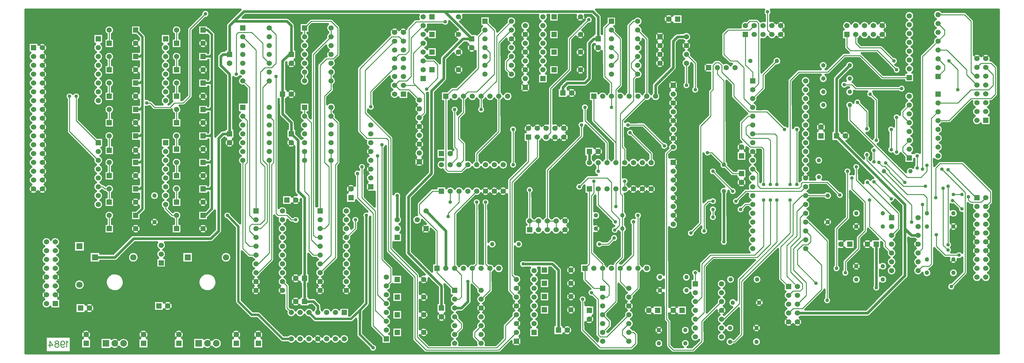
<source format=gbr>
G04 DipTrace 2.3.0.1*
%INBottomCopper.gbr*%
%MOIN*%
%ADD14C,0.03*%
%ADD15C,0.01*%
%ADD16C,0.025*%
%ADD17C,0.013*%
%ADD19C,0.063*%
%ADD20R,0.063X0.063*%
%ADD21R,0.0709X0.0709*%
%ADD22C,0.0709*%
%ADD23R,0.0591X0.0591*%
%ADD24C,0.0591*%
%ADD25C,0.06*%
%ADD26R,0.06X0.06*%
%ADD27O,0.0591X0.0594*%
%ADD28O,0.0594X0.0591*%
%ADD29C,0.0591*%
%ADD30C,0.05*%
%ADD31C,0.05*%
%ADD32R,0.0598X0.0598*%
%ADD33C,0.0598*%
%ADD34C,0.0748*%
%ADD35R,0.0748X0.0748*%
%ADD36C,0.048*%
%ADD37C,0.04*%
%ADD39C,0.08*%
%ADD40C,0.18*%
%ADD97C,0.0108*%
%FSLAX44Y44*%
G04*
G70*
G90*
G75*
G01*
%LNBottom*%
%LPD*%
X8250Y11250D2*
D14*
X10500D1*
X12625Y13375D1*
X21375D1*
X22250Y14250D1*
Y24750D1*
X22750Y25250D1*
X23500D1*
Y32000D1*
X22500Y33000D1*
Y34000D1*
X22750Y34250D1*
X23500D1*
Y37500D1*
X24000Y38000D1*
X30000D1*
X30500Y37500D1*
Y34250D1*
X30250D1*
X29500Y33500D1*
Y29750D1*
Y27500D1*
X30500Y26500D1*
Y25250D1*
X31250Y24500D1*
Y18750D1*
X32000Y18000D1*
Y8875D1*
Y6250D1*
X33000D1*
X33500Y5750D1*
Y5000D1*
X50943Y36004D2*
Y36057D1*
X47875Y39125D1*
X25125D1*
X24000Y38000D1*
X50943Y36004D2*
X49943D1*
X47750Y33811D1*
Y31500D1*
X46380Y30130D1*
Y20755D1*
X43750Y18125D1*
Y11750D1*
X47500Y8000D1*
Y5500D1*
X65250Y36000D2*
Y38500D1*
X64625Y39125D1*
X47875D1*
X65250Y36000D2*
X64750D1*
X64250Y35500D1*
Y31500D1*
X63750Y31000D1*
X61750D1*
X61250Y30500D1*
Y29890D1*
X61260Y29880D1*
X49000Y5500D2*
X49750D1*
X50500Y6250D1*
Y8500D1*
X56750Y10500D2*
X60070D1*
X60750Y9820D1*
Y3000D1*
X96768Y7823D2*
Y12750D1*
X96750D1*
X48000Y10000D2*
Y14250D1*
X45750Y16500D1*
X79500Y13000D2*
Y18750D1*
X92250Y25000D2*
X100000Y17250D1*
Y14500D1*
X100750Y13750D1*
X101492D1*
X87822Y4938D2*
X95760D1*
X100000Y9178D1*
Y14422D1*
X100750Y13750D1*
X92250Y25000D2*
Y31500D1*
X93750Y33000D1*
X71750Y29500D2*
Y30750D1*
X73750Y32750D1*
Y35750D1*
X74250Y36250D1*
X75250D1*
X64250Y23250D2*
Y21992D1*
X26500Y16500D2*
D15*
Y34750D1*
X25000Y36250D1*
X26500Y15500D2*
X26250D1*
X25750Y16000D1*
Y30500D1*
X25000Y31250D1*
X26500Y14500D2*
X27000D1*
X27750Y15250D1*
Y21750D1*
X27250Y22250D1*
Y30508D1*
X27992Y31250D1*
X26500Y13500D2*
X25750Y14250D1*
Y14750D1*
X26000Y15000D1*
X27000D1*
X27500Y15500D1*
Y21500D1*
X27000Y22000D1*
Y32250D1*
X27500Y32750D1*
X28250D1*
X28750Y33250D1*
Y36492D1*
X27992Y37250D1*
X26500Y12500D2*
X25750D1*
X25250Y13000D1*
Y21750D1*
X25500Y22000D1*
Y26750D1*
X25000Y27250D1*
X26500Y11500D2*
X25750D1*
X25000Y12250D1*
Y22250D1*
X26500Y10500D2*
X26750D1*
X28000Y11750D1*
Y22258D1*
X27992Y22250D1*
X26500Y9500D2*
X26750D1*
X28250Y11000D1*
Y21750D1*
X28500Y22000D1*
Y26742D1*
X27992Y27250D1*
X33750Y16500D2*
Y33000D1*
X34500Y33750D1*
X35250D1*
X35750Y34250D1*
Y37250D1*
X35000Y38000D1*
X32750D1*
X32000Y37250D1*
Y36250D1*
X31000Y15500D2*
X30500D1*
X30000Y16000D1*
X29000D1*
X28750Y16250D1*
Y31750D1*
X32000Y32250D2*
Y31250D1*
X33750Y14500D2*
X34250D1*
X34750Y15000D1*
Y21500D1*
X34250Y22000D1*
Y29500D1*
X35000Y30250D1*
Y31242D1*
X34992Y31250D1*
Y32250D1*
X33750Y13500D2*
X33250D1*
X33000Y13750D1*
Y34258D1*
X34992Y36250D1*
Y37250D1*
X33750Y12500D2*
X33500D1*
X32750Y13250D1*
Y26500D1*
X32000Y27250D1*
Y28250D1*
Y22250D2*
Y23250D1*
Y22250D2*
Y18750D1*
X32500Y18250D1*
Y12000D1*
X33000Y11500D1*
X33750D1*
Y10500D2*
X34000D1*
X35000Y11500D1*
Y22242D1*
X34992Y22250D1*
Y23250D1*
X33750Y9500D2*
X35500Y11250D1*
Y21750D1*
X35750Y22000D1*
Y26492D1*
X34992Y27250D1*
Y28250D1*
X37750Y15500D2*
Y14508D1*
X36742Y13500D1*
X29492Y8500D2*
X29500D1*
X30000Y8000D1*
Y5500D1*
X30500Y5000D1*
X80500Y18750D2*
X78250Y21000D1*
X95750Y19750D2*
X99250Y16250D1*
Y14500D1*
X98500Y13750D1*
X103750Y34750D2*
X104750D1*
X107000Y32500D1*
Y31939D1*
X108167Y30772D1*
X30500Y2008D2*
D16*
X29492D1*
X26750Y4750D1*
X26000D1*
X24500Y6250D1*
Y14750D1*
X23250Y16000D1*
X20500D2*
X20750D1*
X21500Y16750D1*
Y19250D1*
Y22250D1*
Y25250D1*
Y28250D1*
Y31250D1*
Y34250D1*
Y36500D1*
X21000Y37000D1*
X20500D1*
Y19000D2*
X21250D1*
X21500Y19250D1*
X20500Y22000D2*
X21250D1*
X21500Y22250D1*
X20500Y25000D2*
X21250D1*
X21500Y25250D1*
X20500Y28000D2*
X21250D1*
X21500Y28250D1*
X20500Y31000D2*
X21250D1*
X21500Y31250D1*
X20500Y34000D2*
X21250D1*
X21500Y34250D1*
X12875Y16000D2*
X13625Y16750D1*
Y19250D1*
Y22195D1*
Y25250D1*
Y28259D1*
Y31250D1*
Y34250D1*
Y36250D1*
X12875Y37000D1*
Y19000D2*
X13375D1*
X13625Y19250D1*
X12875Y22000D2*
X13375D1*
X13570Y22195D1*
X13625D1*
X12875Y25000D2*
X13375D1*
X13625Y25250D1*
X12875Y28000D2*
X13366D1*
X13625Y28259D1*
X12875Y31000D2*
X13375D1*
X13625Y31250D1*
X12875Y34000D2*
X13375D1*
X13625Y34250D1*
X57375Y24875D2*
D15*
Y22125D1*
X55250Y20000D1*
Y7500D1*
X56000Y6750D1*
X58375Y24875D2*
Y22625D1*
X55500Y19750D1*
Y9250D1*
X56000Y8750D1*
X45817Y30316D2*
X47067Y31566D1*
Y33066D1*
X46630Y33504D1*
X45443D1*
X96000Y17750D2*
Y14750D1*
X97750Y13000D1*
Y12500D1*
X98500Y11750D1*
X108167Y31772D2*
X107978D1*
X107500Y32250D1*
Y38000D1*
X106750Y38750D1*
X103750D1*
X45005Y27065D2*
X44942Y27128D1*
X45005Y27065D2*
X45567Y27628D1*
Y29753D1*
X44567Y30753D1*
X43190D1*
X43187Y30750D1*
X45443Y35504D2*
X44317Y34378D1*
Y31003D1*
X44567Y30753D1*
X43187Y35750D2*
X42687Y36250D1*
X41876D1*
X38254Y32628D1*
Y25565D1*
X39069Y24750D1*
X41250D1*
X41500Y24500D1*
Y12000D1*
X44500Y9000D1*
Y2000D1*
X45750Y750D1*
X54000D1*
X56000Y2750D1*
X48000Y29500D2*
Y21250D1*
X48250Y21000D1*
X49758D1*
X50500Y21742D1*
X52443Y37004D2*
X51693Y36254D1*
Y32693D1*
X49250Y30250D1*
X48750D1*
X48000Y29500D1*
X50000D2*
Y27685D1*
X49443Y27128D1*
Y24690D1*
X50000Y24133D1*
Y22242D1*
X49500Y21742D1*
X50000Y29500D2*
X50503Y30003D1*
X51505D1*
X53506Y32003D1*
Y36941D1*
X52443Y38004D1*
X52000Y29500D2*
Y28000D1*
X49000D2*
Y23750D1*
X49250Y23500D1*
Y22492D1*
X48500Y21742D1*
X55435Y38004D2*
X53756Y36325D1*
Y31256D1*
X52000Y29500D1*
X54000D2*
Y25497D1*
X51500Y22997D1*
Y21742D1*
X54000Y29500D2*
Y35569D1*
X55435Y37004D1*
X47500Y18750D2*
X46500D1*
X45000Y17250D1*
Y16250D1*
X47000Y14250D1*
Y10000D1*
Y9500D1*
X49000Y7500D1*
Y6500D2*
X49500D1*
X49750Y6750D1*
Y9250D1*
X49000Y10000D1*
Y16250D1*
X51500Y18750D1*
X48500D2*
Y17500D1*
X51500D2*
Y10500D1*
X51000Y10000D1*
Y8492D1*
X51992Y7500D1*
X52500Y17500D2*
Y10500D1*
X53000Y10000D1*
Y7508D1*
X51992Y6500D1*
X64750Y29500D2*
Y26750D1*
X67250Y24250D1*
Y21992D1*
X66750Y37000D2*
X67750Y36000D1*
Y30750D1*
X67250Y30250D1*
Y24250D1*
X66750Y29500D2*
Y28250D1*
X63750D2*
Y26750D1*
X66250Y24250D1*
Y21992D1*
X66750Y29500D2*
Y31000D1*
X66000Y31750D1*
Y37250D1*
X66750Y38000D1*
X69742D2*
X69250D1*
X68750Y37500D1*
Y29500D1*
X65250Y21992D2*
Y21000D1*
X68250Y21992D2*
Y23500D1*
X68000Y23750D1*
Y26750D1*
X70750Y29500D1*
Y35992D1*
X69742Y37000D1*
X64250Y19000D2*
Y10500D1*
X63750Y10000D1*
Y8750D1*
X64750Y7750D1*
X65750D1*
X68250Y19000D2*
Y19875D1*
X64750D2*
Y18500D1*
X64500Y18250D1*
Y11750D1*
X65750Y10500D1*
Y10000D1*
Y8750D1*
X66500Y8000D1*
Y7000D1*
X66250Y6750D1*
X65750D1*
X65250Y19000D2*
Y17211D1*
X67189Y15272D1*
X69250D2*
Y11500D1*
X67750Y10000D1*
X68742Y7750D2*
X68500D1*
X67750Y8500D1*
Y10000D1*
X67250Y19000D2*
Y17000D1*
X69750Y16000D2*
Y10000D1*
Y7758D1*
X68742Y6750D1*
X57500Y15375D2*
X58500D1*
X57500D2*
Y14375D1*
X58500Y15375D2*
Y14375D1*
X87750Y19500D2*
Y25750D1*
X86375D2*
X84375Y27750D1*
X82375D1*
X80625Y29500D1*
Y30875D1*
X79250Y32250D1*
Y33012D1*
X78946Y33316D1*
X78571D1*
X78250Y32995D1*
Y30250D1*
X78000Y30000D1*
Y27250D1*
X76875Y26125D1*
Y15125D1*
X75750Y14000D1*
X67140Y14360D2*
X67669Y14890D1*
Y15581D1*
X66750Y16500D1*
Y19750D1*
X66250Y20250D1*
X64130D1*
X63132Y19252D1*
X57500Y18875D2*
Y15375D1*
X101386Y21377D2*
Y22752D1*
X42500Y18252D2*
D14*
Y15500D1*
X75250Y30750D2*
D15*
Y33250D1*
X76250Y30250D2*
Y33250D1*
X75250Y34250D1*
X55625Y21742D2*
Y25750D1*
X68875Y25375D2*
X71250Y23000D1*
Y21992D1*
X88750Y19250D2*
X88250Y18750D1*
X82000D1*
X80875Y17625D1*
X78250D2*
X77750D1*
X77250Y17125D1*
Y14250D1*
X67070Y13439D2*
X66382Y12751D1*
X65382D1*
X48250Y15875D2*
Y16250D1*
X49500Y17500D1*
Y18750D1*
X9875Y22000D2*
Y20500D1*
Y19000D2*
Y17500D1*
X8625Y19250D2*
X9125D1*
X9375Y19000D1*
X9875D1*
Y16000D2*
Y14500D1*
Y32500D2*
Y34000D1*
Y31000D2*
Y29500D1*
X24250Y32000D2*
Y36500D1*
X24500Y36750D1*
X26000D1*
X27250Y35500D1*
Y33992D1*
X27992Y33250D1*
X9875Y28000D2*
Y26500D1*
X14125Y28750D2*
X14500D1*
X15000Y28250D1*
X16750D1*
X17250Y28750D1*
X18250D1*
X19000Y29500D1*
Y37064D1*
X20774Y38839D1*
X9875Y35500D2*
Y37000D1*
Y25000D2*
Y23375D1*
X17500Y34000D2*
Y32500D1*
Y31000D2*
Y29500D1*
Y28000D2*
Y26500D1*
Y37000D2*
Y35500D1*
Y22000D2*
Y20500D1*
Y19000D2*
Y17500D1*
Y16000D2*
Y14500D1*
X16250Y17250D2*
Y16750D1*
X17000Y16000D1*
X17500D1*
Y25000D2*
Y23500D1*
X63500Y6500D2*
Y3000D1*
X65500Y1000D1*
X69000D1*
X69500Y1500D1*
Y2500D1*
X69250Y2750D1*
X68742D1*
X64500Y7250D2*
X65250Y6500D1*
Y2500D1*
X65500Y2250D1*
X66242D1*
X68742Y4750D1*
X32500Y5000D2*
D16*
X33232Y4268D1*
X37268D1*
X38250Y5250D1*
X39000Y6000D1*
Y16000D1*
X39750Y1000D2*
X38250Y2500D1*
Y4250D1*
D14*
Y5250D1*
X103511Y18002D2*
D15*
Y21377D1*
X104011Y21877D1*
X106511D1*
X109699Y18689D1*
Y17532D1*
X109167Y17000D1*
X88750Y18250D2*
X91250D1*
X88750D2*
X88320D1*
X87322Y17252D1*
Y13814D1*
X85947Y12439D1*
Y8813D1*
X86884Y7876D1*
X86760D1*
X86822Y7938D1*
X88750Y17250D2*
X88570D1*
X87759Y16439D1*
Y13689D1*
X86634Y12564D1*
Y9126D1*
X87822Y7938D1*
X88750Y16250D2*
X88633D1*
X88134Y15752D1*
Y13501D1*
X87072Y12439D1*
Y9564D1*
X88384Y8251D1*
Y7688D1*
X88134Y7438D1*
X87322D1*
X86822Y6938D1*
X88750Y15250D2*
X89073D1*
X91197Y13126D1*
Y6376D1*
X88750Y14250D2*
X88761D1*
X89322Y13689D1*
Y13001D1*
X89009Y12689D1*
X88447D1*
X87822Y12064D1*
Y10439D1*
X89947Y8313D1*
X88750Y13250D2*
X88383D1*
X87384Y12251D1*
Y9814D1*
X88822Y8376D1*
Y6938D1*
X87822Y5938D1*
X88750Y12250D2*
X88698D1*
X90572Y10376D1*
Y7626D1*
X88384Y5438D1*
X87322D1*
X86822Y4938D1*
X100500Y24500D2*
X99750Y23750D1*
Y23250D1*
X100500Y22500D1*
X76250Y8250D2*
Y9501D1*
X80196Y1688D2*
X80688D1*
X81500Y2500D1*
Y8500D1*
X87000Y14000D1*
Y17750D1*
Y19500D2*
Y31250D1*
X88000Y32250D1*
X91250D1*
X93129Y34129D1*
X94947D1*
X97448Y31628D1*
X100511D1*
X92250Y10000D2*
Y14500D1*
X93500Y15750D1*
Y21000D1*
X103750Y33750D2*
X104500Y33000D1*
Y32500D1*
X103750Y31750D1*
X98500Y15750D2*
Y16000D1*
X94500Y20000D1*
Y21500D1*
X103750Y37750D2*
X104500Y37000D1*
Y36500D1*
X103750Y35750D1*
X105261Y7938D2*
X106824Y9501D1*
Y18627D1*
X104201Y21250D1*
X102000D2*
Y34000D1*
X103750Y35750D1*
X101492Y9750D2*
X101500D1*
X102000Y10250D1*
X102750D1*
X103000Y10500D1*
Y27000D1*
X103750Y27750D1*
X96073Y29753D2*
X96760Y29066D1*
Y24503D1*
X96510Y23377D2*
Y22065D1*
Y19815D2*
X98448Y17877D1*
X105386Y17689D2*
X105511D1*
X106449Y16752D1*
X94635Y28816D2*
X95698Y27753D1*
Y25815D1*
Y22877D2*
Y22252D1*
X100761Y17189D1*
Y15252D1*
X103573Y13814D2*
Y12501D1*
X104573Y11501D1*
X106136D1*
X94438Y36500D2*
Y35514D1*
X94947Y35004D1*
X97260D1*
X98760Y33504D1*
X98448Y25753D2*
Y23440D1*
X97073Y22002D2*
Y21940D1*
X97448Y21565D1*
X97698D1*
X98260Y21002D1*
Y20877D1*
X99823Y19315D1*
X102323D1*
X104323Y19065D2*
Y12626D1*
X104886Y12064D1*
X93438Y36500D2*
Y35076D1*
X93822Y34691D1*
X96885D1*
X99073Y32503D1*
Y27128D2*
Y23190D1*
X97823Y21940D2*
X100010Y19752D1*
X104886Y19315D2*
Y12689D1*
X99635Y30378D2*
X94447D1*
X94010Y30816D1*
X93135D1*
X100500Y28500D2*
X99750Y27750D1*
Y27250D1*
X100500Y26500D1*
X93250Y9500D2*
Y10750D1*
X94750Y12250D1*
Y13500D1*
X95500Y14250D1*
Y17500D1*
X94000Y19000D1*
Y20250D1*
X42187Y35750D2*
X38879Y32442D1*
Y27621D1*
X41750Y24750D1*
Y12250D1*
X44750Y9250D1*
Y2250D1*
X46000Y1000D1*
X53750D1*
X54750Y2000D1*
Y3500D1*
X56000Y4750D1*
X103750Y28750D2*
X106000D1*
X107500Y30250D1*
X109500D1*
X110000Y30750D1*
Y31939D1*
X109167Y32772D1*
X102011Y17252D2*
Y12269D1*
X101492Y11750D1*
X78258Y15814D2*
Y16689D1*
X81384D2*
X81944Y17250D1*
X82750D1*
X103750Y26750D2*
X105000D1*
X107500Y29250D1*
X109750D1*
X110250Y29750D1*
Y32750D1*
X109750Y33250D1*
X108645D1*
X108167Y32772D1*
X81500Y20750D2*
X80500D1*
X79500Y21750D1*
X78750Y32750D2*
Y32000D1*
X79500Y31250D1*
Y21750D1*
X59500Y15375D2*
Y14375D1*
Y15375D2*
X60500D1*
Y14375D1*
X82750Y21250D2*
X82823D1*
X83321Y20752D1*
Y19377D1*
X83634Y19065D1*
X88009D1*
X88259Y19315D1*
Y19627D1*
X88384Y19752D1*
X91197D1*
X92635Y18314D1*
X105511Y18377D2*
X106449D1*
X107199Y18127D2*
Y17752D1*
X107449Y17502D1*
X108669D1*
X109167Y18000D1*
X59500Y15375D2*
Y21125D1*
X63375Y25000D1*
Y26250D1*
X68625D2*
X70375D1*
X72750Y23875D1*
X77633Y23127D2*
X78123D1*
X79500Y21750D1*
X102500Y16250D2*
Y18000D1*
X102125Y18375D1*
X100250D1*
X97625Y21000D1*
X42187Y30750D2*
X42258D1*
X42754Y30253D1*
X43816D1*
X45005Y29065D1*
X42187Y30750D2*
X42690Y31253D1*
X43567D1*
X44067Y31753D1*
Y36128D1*
X45443Y37504D1*
X76250Y6250D2*
X76500D1*
X77000Y6750D1*
Y10500D1*
X78000Y11500D1*
X83000D1*
X84000Y12500D1*
Y17750D1*
Y19500D2*
Y23500D1*
X83750Y23750D1*
X82500D1*
X81500Y24750D1*
Y26500D1*
X82250Y27250D1*
X82750D1*
X76250Y4250D2*
X76500D1*
X77250Y5000D1*
Y10250D1*
X78250Y11250D1*
X83250D1*
X84750Y12750D1*
Y17750D1*
Y19500D2*
Y24500D1*
X84500Y24750D1*
X82500D1*
X82000Y25250D1*
Y26000D1*
X82250Y26250D1*
X82750D1*
X79242Y4250D2*
X79500D1*
X81250Y6000D1*
Y8750D1*
X85500Y13000D1*
Y17750D1*
Y19500D2*
Y25000D1*
X85250Y25250D1*
X82750D1*
X59375Y24875D2*
X59875Y25375D1*
Y30375D1*
X62000Y32500D1*
Y35997D1*
X64194Y38192D1*
X84446Y39067D2*
Y37004D1*
X84947Y36504D1*
X82750Y30250D2*
X83446Y30946D1*
Y37754D1*
X83200Y38000D1*
X82443D1*
X81947Y37504D1*
X82947D2*
X82446Y37004D1*
X80004D1*
X79500Y36500D1*
Y34250D1*
X80250Y33500D1*
X81000D1*
X81750Y32750D1*
Y29250D1*
X82750Y28250D1*
X85500Y33500D2*
X83946Y31946D1*
Y30446D1*
X82750Y29250D1*
Y31250D2*
Y32250D1*
X81947Y33053D1*
Y36504D1*
X41250Y2000D2*
X39750Y3500D1*
Y16250D1*
X38000Y18000D1*
Y20750D1*
X38500Y21500D2*
Y18000D1*
X40000Y16500D1*
Y5250D1*
X41250Y4000D1*
X40250Y22750D2*
Y7000D1*
X41250Y6000D1*
X6125Y29500D2*
Y26750D1*
X8625Y24250D1*
X5375Y29500D2*
Y25500D1*
X8625Y22250D1*
X39500Y28315D2*
Y30063D1*
X42187Y32750D1*
X40750Y24000D2*
Y11000D1*
X41750Y10000D1*
Y8500D1*
X41250Y8000D1*
X79242Y6250D2*
Y6242D1*
X77000Y4000D1*
Y1750D1*
X76000Y750D1*
X73750D1*
X73250Y1250D1*
Y4000D1*
X73000Y4250D1*
Y23000D1*
X73750Y23750D1*
X106000Y30250D2*
Y32500D1*
X105000Y33500D1*
X52443Y35004D2*
X53006Y34441D1*
Y33567D1*
X52443Y33004D1*
X55435Y34004D2*
X54881Y33450D1*
Y32558D1*
X55435Y32004D1*
X68000Y16000D2*
Y14500D1*
Y11250D1*
X67250Y10500D1*
Y6250D1*
X65750Y4750D1*
X66500Y4000D1*
Y3500D1*
X65750Y2750D1*
X68742Y3750D2*
Y3742D1*
X68000Y3000D1*
Y2492D1*
X68742Y1750D1*
X51992Y3500D2*
Y3492D1*
X51250Y2750D1*
Y2242D1*
X51992Y1500D1*
X49000Y4500D2*
X49750Y3750D1*
Y3250D1*
X49000Y2500D1*
X68000Y16000D2*
Y18250D1*
X67750Y18500D1*
Y27500D1*
X69250Y29000D1*
Y31508D1*
X69742Y32000D1*
Y32008D1*
X69000Y32750D1*
Y33258D1*
X69742Y34000D1*
X66750Y35000D2*
X67500Y34250D1*
Y33750D1*
X66750Y33000D1*
X42187Y33750D2*
X42188D1*
X42692Y34254D1*
X43442D1*
X43817Y34629D1*
Y37129D1*
X44630Y37941D1*
X47943D1*
X108167Y18000D2*
X108076D1*
X104886Y21190D1*
X102511Y21690D2*
Y21002D1*
X101823Y20315D1*
X100261D1*
X93760Y26815D1*
Y28490D1*
X93750Y28500D1*
D37*
X50500Y8500D3*
X56750Y10500D3*
X96768Y7823D3*
X79500Y13000D3*
X31000Y15500D3*
X28750Y31750D3*
X37750Y15500D3*
X80500Y18750D3*
X78250Y21000D3*
X95750Y19750D3*
X23250Y16000D3*
X45817Y30316D3*
X96000Y17750D3*
X52000Y28000D3*
X49000D3*
X48500Y17500D3*
X51500D3*
X52500D3*
X66750Y28250D3*
X63750D3*
X65250Y21000D3*
X68250Y19875D3*
X64750D3*
X67189Y15272D3*
X69250D3*
X67250Y17000D3*
X69750Y16000D3*
X87750Y19500D3*
Y25750D3*
X86375D3*
X75750Y14000D3*
X67140Y14360D3*
X63132Y19252D3*
X57500Y18875D3*
X101386Y21377D3*
Y22752D3*
X42500Y18252D3*
X75250Y30750D3*
X76250Y30250D3*
X55625Y21742D3*
Y25750D3*
X68875Y25375D3*
X80875Y17625D3*
X78250D3*
X77250Y14250D3*
X67070Y13439D3*
X65382Y12751D3*
X48250Y15875D3*
X24250Y32000D3*
X14125Y28750D3*
X20774Y38839D3*
X63500Y6500D3*
X64500Y7250D3*
X39000Y16000D3*
X39750Y1000D3*
X103511Y18002D3*
X91197Y6376D3*
X89947Y8313D3*
X76250Y9501D3*
X87000Y17750D3*
Y19500D3*
X92250Y10000D3*
X93500Y21000D3*
X94500Y21500D3*
X105261Y7938D3*
X104201Y21250D3*
X102000D3*
X96073Y29753D3*
X96760Y24503D3*
X96510Y23377D3*
Y22065D3*
Y19815D3*
X98448Y17877D3*
X105386Y17689D3*
X106449Y16752D3*
X94635Y28816D3*
X95698Y25815D3*
Y22877D3*
X100761Y15252D3*
X103573Y13814D3*
X106136Y11501D3*
X98760Y33504D3*
X98448Y25753D3*
Y23440D3*
X97073Y22002D3*
X102323Y19315D3*
X104323Y19065D3*
X104886Y12064D3*
X99073Y32503D3*
Y27128D3*
Y23190D3*
X97823Y21940D3*
X100010Y19752D3*
X104886Y19315D3*
Y12689D3*
X99635Y30378D3*
X93135Y30816D3*
X93250Y9500D3*
X94000Y20250D3*
X102011Y17252D3*
X78258Y15814D3*
Y16689D3*
X81384D3*
X92635Y18314D3*
X105511Y18377D3*
X106449D3*
X107199Y18127D3*
X63375Y26250D3*
X68625D3*
X72750Y23875D3*
X77633Y23127D3*
X84000Y17750D3*
Y19500D3*
X84750Y17750D3*
Y19500D3*
X85500Y17750D3*
Y19500D3*
X64194Y38192D3*
X84446Y39067D3*
X38000Y20750D3*
X38500Y21500D3*
X40250Y22750D3*
X6125Y29500D3*
X5375D3*
X39500Y28315D3*
X40750Y24000D3*
X106000Y30250D3*
X105000Y33500D3*
X47943Y37941D3*
X104886Y21190D3*
X102511Y21690D3*
D39*
X23500Y19000D3*
X22250Y37250D3*
X44000Y19750D3*
X108250Y22500D3*
X97500Y26250D3*
X53875Y14625D3*
X52443Y22877D3*
D40*
X50880Y26378D3*
D39*
X85384Y2563D3*
D40*
X109520Y1480D3*
X1480Y38223D3*
Y1480D3*
X109520Y38225D3*
D39*
X89634Y35191D3*
X3188Y16627D3*
X5251Y38442D3*
D37*
X106386Y12376D3*
X410Y39071D2*
D16*
X20346D1*
X21201D2*
X24459D1*
X65291D2*
X83956D1*
X84935D2*
X100135D1*
X100884D2*
X103260D1*
X104240D2*
X110588D1*
X410Y38823D2*
X20284D1*
X21263D2*
X24209D1*
X65541D2*
X73135D1*
X73364D2*
X73647D1*
X74853D2*
X84026D1*
X84869D2*
X99956D1*
X101064D2*
X103166D1*
X107146D2*
X110588D1*
X410Y38574D2*
X20038D1*
X21181D2*
X23963D1*
X25185D2*
X44858D1*
X50025D2*
X58416D1*
X60834D2*
X62670D1*
X65681D2*
X72745D1*
X74853D2*
X84108D1*
X84787D2*
X99924D1*
X101095D2*
X103190D1*
X107396D2*
X110588D1*
X410Y38325D2*
X19791D1*
X20732D2*
X23713D1*
X30283D2*
X44881D1*
X49998D2*
X51858D1*
X53029D2*
X54952D1*
X55920D2*
X58440D1*
X60834D2*
X62694D1*
X64666D2*
X64810D1*
X65689D2*
X66166D1*
X67334D2*
X69260D1*
X70224D2*
X72651D1*
X74853D2*
X84108D1*
X84787D2*
X100010D1*
X101009D2*
X103354D1*
X107646D2*
X110588D1*
X410Y38076D2*
X19541D1*
X20482D2*
X23463D1*
X30537D2*
X32358D1*
X35392D2*
X44295D1*
X49830D2*
X51858D1*
X53029D2*
X54854D1*
X56017D2*
X58604D1*
X59396D2*
X59666D1*
X60834D2*
X62858D1*
X64670D2*
X64811D1*
X65689D2*
X66166D1*
X67334D2*
X68858D1*
X70322D2*
X72670D1*
X74853D2*
X82049D1*
X83595D2*
X84108D1*
X84787D2*
X100143D1*
X100877D2*
X103264D1*
X107830D2*
X110588D1*
X410Y37828D2*
X19291D1*
X20232D2*
X23217D1*
X30783D2*
X32108D1*
X35642D2*
X44045D1*
X48420D2*
X48561D1*
X49783D2*
X51858D1*
X53088D2*
X54788D1*
X55990D2*
X56514D1*
X57482D2*
X58514D1*
X59482D2*
X63362D1*
X64509D2*
X64811D1*
X65689D2*
X66108D1*
X67334D2*
X68608D1*
X70299D2*
X72827D1*
X74853D2*
X81459D1*
X86435D2*
X92952D1*
X97924D2*
X99959D1*
X101064D2*
X103166D1*
X107841D2*
X110588D1*
X410Y37579D2*
X19045D1*
X19986D2*
X23069D1*
X30931D2*
X31416D1*
X32799D2*
X34514D1*
X35892D2*
X43795D1*
X46025D2*
X47627D1*
X48259D2*
X48811D1*
X50033D2*
X51858D1*
X53338D2*
X54541D1*
X55826D2*
X56416D1*
X57584D2*
X58416D1*
X59584D2*
X63112D1*
X64052D2*
X64811D1*
X65689D2*
X65856D1*
X67334D2*
X68420D1*
X70138D2*
X81362D1*
X86533D2*
X92854D1*
X98021D2*
X99924D1*
X101099D2*
X103186D1*
X107841D2*
X110588D1*
X410Y37330D2*
X9397D1*
X10353D2*
X12291D1*
X13459D2*
X17022D1*
X17978D2*
X18795D1*
X19736D2*
X19916D1*
X21232D2*
X23061D1*
X30939D2*
X31416D1*
X32584D2*
X34413D1*
X36080D2*
X43549D1*
X46006D2*
X49057D1*
X50283D2*
X51963D1*
X53588D2*
X54291D1*
X55916D2*
X56436D1*
X57564D2*
X58436D1*
X59564D2*
X62862D1*
X63802D2*
X64811D1*
X67228D2*
X68409D1*
X70220D2*
X81385D1*
X86509D2*
X92874D1*
X98002D2*
X100006D1*
X101013D2*
X103350D1*
X107841D2*
X110588D1*
X410Y37082D2*
X9295D1*
X10455D2*
X12291D1*
X13459D2*
X16920D1*
X18080D2*
X18663D1*
X19486D2*
X19916D1*
X21494D2*
X23061D1*
X30939D2*
X31416D1*
X32584D2*
X34432D1*
X36091D2*
X41706D1*
X45841D2*
X49307D1*
X50529D2*
X51862D1*
X53814D2*
X54041D1*
X56013D2*
X56596D1*
X57404D2*
X58596D1*
X59404D2*
X62616D1*
X63556D2*
X64811D1*
X67330D2*
X68409D1*
X70322D2*
X79612D1*
X86345D2*
X93034D1*
X97841D2*
X100151D1*
X100873D2*
X103268D1*
X107841D2*
X110588D1*
X410Y36833D2*
X9315D1*
X10435D2*
X12291D1*
X13619D2*
X16940D1*
X18060D2*
X18659D1*
X19341D2*
X19916D1*
X21744D2*
X23061D1*
X30939D2*
X31416D1*
X32584D2*
X34592D1*
X36091D2*
X41604D1*
X47029D2*
X48963D1*
X50779D2*
X51803D1*
X55994D2*
X56518D1*
X57482D2*
X58518D1*
X59482D2*
X59666D1*
X60834D2*
X62366D1*
X63724D2*
X64811D1*
X67388D2*
X68409D1*
X70381D2*
X79362D1*
X86431D2*
X92846D1*
X97920D2*
X99959D1*
X101060D2*
X103166D1*
X107841D2*
X110588D1*
X410Y36584D2*
X9475D1*
X10275D2*
X12291D1*
X13869D2*
X17100D1*
X17900D2*
X18659D1*
X19341D2*
X19916D1*
X21904D2*
X23061D1*
X30939D2*
X31526D1*
X32474D2*
X34518D1*
X36091D2*
X41624D1*
X47029D2*
X48862D1*
X51029D2*
X51553D1*
X55830D2*
X56416D1*
X57584D2*
X58416D1*
X60834D2*
X62116D1*
X63830D2*
X64811D1*
X67634D2*
X68409D1*
X70627D2*
X71666D1*
X72834D2*
X73979D1*
X75724D2*
X79170D1*
X86529D2*
X92846D1*
X98021D2*
X99924D1*
X101099D2*
X103186D1*
X107841D2*
X110588D1*
X410Y36336D2*
X8038D1*
X9213D2*
X9534D1*
X10216D2*
X12963D1*
X14029D2*
X15663D1*
X16838D2*
X17159D1*
X17841D2*
X18659D1*
X19341D2*
X21084D1*
X21916D2*
X23061D1*
X30939D2*
X31420D1*
X32580D2*
X34413D1*
X36091D2*
X41491D1*
X47029D2*
X48885D1*
X55912D2*
X56436D1*
X57564D2*
X58436D1*
X60834D2*
X61870D1*
X63810D2*
X64483D1*
X67884D2*
X68409D1*
X70877D2*
X71666D1*
X72834D2*
X73725D1*
X75830D2*
X79159D1*
X86509D2*
X92846D1*
X98002D2*
X100002D1*
X101017D2*
X103342D1*
X107841D2*
X110588D1*
X410Y36087D2*
X8038D1*
X9213D2*
X9534D1*
X10216D2*
X13209D1*
X14041D2*
X15663D1*
X16838D2*
X17159D1*
X17841D2*
X18659D1*
X19341D2*
X21084D1*
X21916D2*
X23061D1*
X30939D2*
X31440D1*
X32560D2*
X34358D1*
X36091D2*
X41241D1*
X47029D2*
X49045D1*
X56013D2*
X56592D1*
X57408D2*
X58592D1*
X59408D2*
X59666D1*
X60834D2*
X61674D1*
X62560D2*
X62846D1*
X63654D2*
X64225D1*
X68076D2*
X68409D1*
X71076D2*
X71666D1*
X72834D2*
X73475D1*
X75810D2*
X79159D1*
X84353D2*
X84541D1*
X85353D2*
X85541D1*
X86353D2*
X92846D1*
X94849D2*
X95026D1*
X95849D2*
X96026D1*
X96849D2*
X97026D1*
X97849D2*
X100159D1*
X100865D2*
X103272D1*
X107841D2*
X110588D1*
X410Y35838D2*
X8038D1*
X10459D2*
X12405D1*
X14041D2*
X15663D1*
X18084D2*
X18659D1*
X19341D2*
X20030D1*
X21916D2*
X23061D1*
X30939D2*
X31596D1*
X32404D2*
X34112D1*
X36091D2*
X40995D1*
X45924D2*
X49166D1*
X54740D2*
X54874D1*
X55994D2*
X56522D1*
X57478D2*
X58522D1*
X59478D2*
X61659D1*
X62341D2*
X63975D1*
X68091D2*
X68409D1*
X71091D2*
X71666D1*
X72834D2*
X73319D1*
X75654D2*
X79159D1*
X83787D2*
X93096D1*
X94779D2*
X99963D1*
X101060D2*
X103166D1*
X107841D2*
X110588D1*
X410Y35590D2*
X8038D1*
X10459D2*
X12295D1*
X14041D2*
X15663D1*
X18084D2*
X18659D1*
X19341D2*
X19920D1*
X21916D2*
X23061D1*
X30939D2*
X31530D1*
X32470D2*
X33862D1*
X36091D2*
X40745D1*
X46025D2*
X48916D1*
X54490D2*
X55034D1*
X55838D2*
X56416D1*
X57584D2*
X58416D1*
X59584D2*
X61659D1*
X62341D2*
X63819D1*
X68091D2*
X68409D1*
X70150D2*
X70409D1*
X71091D2*
X71780D1*
X72720D2*
X73311D1*
X74201D2*
X74780D1*
X75720D2*
X79159D1*
X83787D2*
X93096D1*
X94834D2*
X99924D1*
X101099D2*
X103120D1*
X107841D2*
X110588D1*
X410Y35341D2*
X706D1*
X2771D2*
X8151D1*
X9099D2*
X9291D1*
X10459D2*
X12315D1*
X14041D2*
X15776D1*
X16724D2*
X16916D1*
X18084D2*
X18659D1*
X19341D2*
X19940D1*
X21916D2*
X23061D1*
X30939D2*
X31424D1*
X32576D2*
X33612D1*
X36091D2*
X40495D1*
X46009D2*
X48666D1*
X49892D2*
X50448D1*
X54341D2*
X54963D1*
X55908D2*
X56432D1*
X57564D2*
X58432D1*
X59564D2*
X61659D1*
X62341D2*
X63811D1*
X68091D2*
X68409D1*
X70213D2*
X70409D1*
X71091D2*
X71674D1*
X72826D2*
X73311D1*
X74189D2*
X74674D1*
X75826D2*
X79159D1*
X83787D2*
X93096D1*
X95080D2*
X99999D1*
X101021D2*
X102870D1*
X107841D2*
X110588D1*
X410Y35092D2*
X706D1*
X2877D2*
X8045D1*
X10459D2*
X12467D1*
X14041D2*
X15670D1*
X18084D2*
X18659D1*
X19341D2*
X20092D1*
X20908D2*
X21084D1*
X21916D2*
X23061D1*
X30939D2*
X31436D1*
X32564D2*
X33366D1*
X36091D2*
X40249D1*
X45853D2*
X48420D1*
X49642D2*
X50346D1*
X54341D2*
X54858D1*
X56013D2*
X56584D1*
X57416D2*
X58584D1*
X59416D2*
X61659D1*
X62341D2*
X63811D1*
X68091D2*
X68409D1*
X71091D2*
X71686D1*
X72814D2*
X73311D1*
X74189D2*
X74686D1*
X75814D2*
X79159D1*
X83787D2*
X93096D1*
X97642D2*
X100166D1*
X100857D2*
X102624D1*
X107841D2*
X110588D1*
X410Y34844D2*
X706D1*
X2861D2*
X8057D1*
X9193D2*
X13209D1*
X14041D2*
X15682D1*
X16818D2*
X18659D1*
X19341D2*
X21084D1*
X21916D2*
X23061D1*
X30939D2*
X31588D1*
X32412D2*
X33116D1*
X34056D2*
X34581D1*
X36091D2*
X39999D1*
X47029D2*
X48170D1*
X49912D2*
X50362D1*
X54341D2*
X54874D1*
X55998D2*
X56526D1*
X57470D2*
X58526D1*
X59470D2*
X59666D1*
X60834D2*
X61659D1*
X62341D2*
X62784D1*
X68091D2*
X68409D1*
X71091D2*
X71838D1*
X72662D2*
X73311D1*
X74189D2*
X74838D1*
X75662D2*
X79159D1*
X83787D2*
X93202D1*
X97892D2*
X99963D1*
X101056D2*
X102374D1*
X107841D2*
X110588D1*
X410Y34595D2*
X706D1*
X2713D2*
X8209D1*
X9041D2*
X13209D1*
X14041D2*
X15834D1*
X16666D2*
X18659D1*
X19341D2*
X21084D1*
X21916D2*
X22495D1*
X31103D2*
X31534D1*
X32466D2*
X32866D1*
X33806D2*
X34526D1*
X36091D2*
X39749D1*
X47029D2*
X47920D1*
X50021D2*
X50506D1*
X54341D2*
X55026D1*
X55841D2*
X56420D1*
X57580D2*
X58420D1*
X60834D2*
X61659D1*
X62341D2*
X62674D1*
X68091D2*
X68409D1*
X70154D2*
X70409D1*
X71091D2*
X71784D1*
X72716D2*
X73311D1*
X74189D2*
X74784D1*
X75716D2*
X79159D1*
X83787D2*
X93448D1*
X98138D2*
X99924D1*
X101099D2*
X102124D1*
X107841D2*
X110588D1*
X410Y34346D2*
X823D1*
X2767D2*
X8155D1*
X9095D2*
X9409D1*
X10341D2*
X12291D1*
X14041D2*
X15780D1*
X16720D2*
X17034D1*
X17966D2*
X18659D1*
X19341D2*
X19916D1*
X21916D2*
X22233D1*
X31103D2*
X31424D1*
X33560D2*
X34416D1*
X36091D2*
X39502D1*
X47029D2*
X47674D1*
X50006D2*
X51354D1*
X54341D2*
X54967D1*
X55904D2*
X56432D1*
X57568D2*
X58432D1*
X60834D2*
X61659D1*
X62341D2*
X62686D1*
X64689D2*
X65659D1*
X68091D2*
X68409D1*
X70209D2*
X70409D1*
X71091D2*
X71674D1*
X72826D2*
X73311D1*
X74189D2*
X74674D1*
X75826D2*
X79159D1*
X83787D2*
X92877D1*
X95201D2*
X96760D1*
X98388D2*
X99999D1*
X101025D2*
X101877D1*
X107841D2*
X110588D1*
X410Y34097D2*
X713D1*
X2877D2*
X8045D1*
X10451D2*
X12291D1*
X14041D2*
X15670D1*
X18076D2*
X18659D1*
X19341D2*
X19916D1*
X21916D2*
X22076D1*
X31103D2*
X31436D1*
X33341D2*
X34428D1*
X36049D2*
X39252D1*
X47029D2*
X47424D1*
X48646D2*
X49034D1*
X49853D2*
X51354D1*
X54341D2*
X54858D1*
X56013D2*
X56581D1*
X57420D2*
X58581D1*
X59420D2*
X59666D1*
X60834D2*
X61659D1*
X62341D2*
X62834D1*
X63666D2*
X63810D1*
X64689D2*
X65659D1*
X68091D2*
X68409D1*
X71091D2*
X71686D1*
X72814D2*
X73311D1*
X74189D2*
X74686D1*
X75873D2*
X79198D1*
X83787D2*
X92627D1*
X95447D2*
X97010D1*
X98638D2*
X100174D1*
X100849D2*
X101674D1*
X109654D2*
X110588D1*
X410Y33849D2*
X725D1*
X2865D2*
X8057D1*
X10439D2*
X12291D1*
X14041D2*
X15682D1*
X18064D2*
X18659D1*
X19341D2*
X19916D1*
X21916D2*
X22060D1*
X31103D2*
X31584D1*
X32416D2*
X32659D1*
X33341D2*
X34127D1*
X35818D2*
X39002D1*
X45916D2*
X47311D1*
X48400D2*
X51354D1*
X54341D2*
X54811D1*
X55998D2*
X56534D1*
X57466D2*
X58534D1*
X59466D2*
X61659D1*
X62341D2*
X63811D1*
X64689D2*
X65659D1*
X68091D2*
X68409D1*
X71091D2*
X71834D1*
X72666D2*
X73311D1*
X74189D2*
X74834D1*
X76123D2*
X79432D1*
X83787D2*
X85096D1*
X85904D2*
X92377D1*
X95697D2*
X97256D1*
X99095D2*
X99967D1*
X101056D2*
X101659D1*
X109752D2*
X110588D1*
X410Y33600D2*
X870D1*
X2716D2*
X8202D1*
X9049D2*
X9459D1*
X10291D2*
X12291D1*
X14041D2*
X15827D1*
X16674D2*
X17084D1*
X17916D2*
X18659D1*
X19341D2*
X19916D1*
X21916D2*
X22060D1*
X30986D2*
X31538D1*
X32463D2*
X32659D1*
X33341D2*
X33881D1*
X35572D2*
X38756D1*
X47002D2*
X47311D1*
X48189D2*
X51354D1*
X54341D2*
X54581D1*
X55849D2*
X56420D1*
X57580D2*
X58420D1*
X59580D2*
X61659D1*
X62341D2*
X63811D1*
X64689D2*
X65659D1*
X68091D2*
X68409D1*
X70158D2*
X70409D1*
X71091D2*
X71788D1*
X72713D2*
X73311D1*
X74189D2*
X74788D1*
X76369D2*
X78409D1*
X79107D2*
X79678D1*
X83787D2*
X84971D1*
X86029D2*
X92131D1*
X93072D2*
X95006D1*
X95947D2*
X97506D1*
X99240D2*
X99920D1*
X101099D2*
X101659D1*
X109728D2*
X110588D1*
X410Y33351D2*
X827D1*
X2759D2*
X8159D1*
X9091D2*
X9534D1*
X10216D2*
X13209D1*
X14041D2*
X15784D1*
X16716D2*
X17159D1*
X17841D2*
X18659D1*
X19341D2*
X21084D1*
X21916D2*
X22060D1*
X31095D2*
X31424D1*
X33341D2*
X33631D1*
X35568D2*
X38506D1*
X48189D2*
X51354D1*
X54341D2*
X54541D1*
X55900D2*
X56432D1*
X57568D2*
X58432D1*
X59568D2*
X61659D1*
X62341D2*
X63811D1*
X64689D2*
X65659D1*
X68091D2*
X68409D1*
X70205D2*
X70409D1*
X71091D2*
X71674D1*
X72826D2*
X73311D1*
X74189D2*
X74674D1*
X76572D2*
X78135D1*
X79381D2*
X79928D1*
X83787D2*
X84881D1*
X86017D2*
X90350D1*
X91150D2*
X91881D1*
X92822D2*
X93350D1*
X94150D2*
X95256D1*
X96193D2*
X97756D1*
X99224D2*
X99995D1*
X101025D2*
X101659D1*
X110119D2*
X110588D1*
X410Y33103D2*
X713D1*
X2873D2*
X8045D1*
X9205D2*
X9534D1*
X10216D2*
X13209D1*
X14041D2*
X15670D1*
X16830D2*
X17159D1*
X17841D2*
X18659D1*
X19341D2*
X21084D1*
X21916D2*
X22060D1*
X31088D2*
X31436D1*
X35556D2*
X38256D1*
X48189D2*
X51354D1*
X54341D2*
X54541D1*
X56013D2*
X56577D1*
X57424D2*
X58577D1*
X59424D2*
X61659D1*
X62341D2*
X63811D1*
X64689D2*
X65659D1*
X68091D2*
X68409D1*
X71091D2*
X71686D1*
X72814D2*
X73311D1*
X74189D2*
X74686D1*
X76591D2*
X77166D1*
X83787D2*
X84631D1*
X85853D2*
X90221D1*
X91279D2*
X91631D1*
X92572D2*
X93221D1*
X94279D2*
X95502D1*
X96443D2*
X98002D1*
X99021D2*
X100182D1*
X100841D2*
X101659D1*
X110369D2*
X110588D1*
X410Y32854D2*
X725D1*
X2865D2*
X8057D1*
X10459D2*
X12416D1*
X14041D2*
X15682D1*
X18084D2*
X18659D1*
X19341D2*
X20041D1*
X20959D2*
X21088D1*
X21916D2*
X22083D1*
X30947D2*
X31581D1*
X32420D2*
X32659D1*
X35412D2*
X38010D1*
X48189D2*
X48979D1*
X49904D2*
X51354D1*
X54341D2*
X54541D1*
X56002D2*
X56538D1*
X57463D2*
X58538D1*
X59463D2*
X59666D1*
X60834D2*
X61659D1*
X62341D2*
X62791D1*
X64689D2*
X65659D1*
X68091D2*
X68409D1*
X71091D2*
X71831D1*
X72670D2*
X73241D1*
X74189D2*
X74831D1*
X75670D2*
X75909D1*
X76591D2*
X77166D1*
X83787D2*
X84385D1*
X85326D2*
X90233D1*
X92326D2*
X92991D1*
X94267D2*
X95752D1*
X96693D2*
X98252D1*
X99404D2*
X99967D1*
X101052D2*
X101659D1*
X410Y32605D2*
X866D1*
X2724D2*
X8198D1*
X9052D2*
X9291D1*
X10459D2*
X12299D1*
X14041D2*
X15823D1*
X16677D2*
X16916D1*
X18084D2*
X18659D1*
X19341D2*
X19924D1*
X21916D2*
X22284D1*
X29939D2*
X31541D1*
X32459D2*
X32659D1*
X35451D2*
X37913D1*
X48189D2*
X48866D1*
X50017D2*
X51135D1*
X54341D2*
X54541D1*
X55853D2*
X56420D1*
X57580D2*
X58420D1*
X60834D2*
X61635D1*
X62341D2*
X62674D1*
X64689D2*
X65659D1*
X68091D2*
X68409D1*
X70166D2*
X70409D1*
X71091D2*
X72995D1*
X74162D2*
X74909D1*
X75591D2*
X75909D1*
X76591D2*
X77166D1*
X83787D2*
X84135D1*
X85076D2*
X90393D1*
X92076D2*
X92745D1*
X94107D2*
X96002D1*
X96939D2*
X98502D1*
X99552D2*
X99920D1*
X101099D2*
X101659D1*
X410Y32357D2*
X831D1*
X2756D2*
X8163D1*
X9088D2*
X9291D1*
X10459D2*
X12307D1*
X14041D2*
X15788D1*
X16713D2*
X16916D1*
X18084D2*
X18659D1*
X19341D2*
X19932D1*
X21916D2*
X22534D1*
X29939D2*
X31424D1*
X35568D2*
X37913D1*
X48189D2*
X48877D1*
X50009D2*
X50885D1*
X54341D2*
X54616D1*
X55896D2*
X56428D1*
X57572D2*
X58428D1*
X60834D2*
X61385D1*
X62306D2*
X62682D1*
X64689D2*
X65659D1*
X68091D2*
X68409D1*
X70201D2*
X70409D1*
X71091D2*
X72745D1*
X73966D2*
X74909D1*
X75591D2*
X75909D1*
X76591D2*
X77166D1*
X84826D2*
X87635D1*
X91826D2*
X92495D1*
X93716D2*
X96249D1*
X97189D2*
X98608D1*
X99541D2*
X99991D1*
X101029D2*
X101659D1*
X410Y32108D2*
X713D1*
X2873D2*
X8045D1*
X10459D2*
X12452D1*
X14041D2*
X15670D1*
X18084D2*
X18659D1*
X19341D2*
X20077D1*
X20924D2*
X21084D1*
X21916D2*
X22780D1*
X29939D2*
X31432D1*
X35560D2*
X37913D1*
X48189D2*
X49022D1*
X49865D2*
X50639D1*
X54341D2*
X54858D1*
X56009D2*
X56569D1*
X57431D2*
X58569D1*
X59431D2*
X59666D1*
X60834D2*
X61139D1*
X62080D2*
X62827D1*
X63674D2*
X63812D1*
X64689D2*
X65659D1*
X68091D2*
X68409D1*
X71091D2*
X72495D1*
X73720D2*
X74909D1*
X75591D2*
X75909D1*
X76591D2*
X77909D1*
X84580D2*
X87389D1*
X91580D2*
X92245D1*
X93470D2*
X96499D1*
X97439D2*
X98803D1*
X99341D2*
X99920D1*
X101099D2*
X101659D1*
X410Y31859D2*
X721D1*
X2865D2*
X8053D1*
X9197D2*
X13209D1*
X14041D2*
X15678D1*
X16822D2*
X18659D1*
X19341D2*
X21084D1*
X21916D2*
X23030D1*
X29939D2*
X31573D1*
X32427D2*
X32659D1*
X35420D2*
X37913D1*
X48189D2*
X50389D1*
X54341D2*
X54870D1*
X56002D2*
X56541D1*
X57459D2*
X58413D1*
X59588D2*
X60889D1*
X61830D2*
X63811D1*
X64689D2*
X65659D1*
X68091D2*
X68409D1*
X71091D2*
X72249D1*
X73470D2*
X74909D1*
X75591D2*
X75909D1*
X76591D2*
X77909D1*
X84330D2*
X87139D1*
X88080D2*
X90358D1*
X91142D2*
X91999D1*
X93220D2*
X93357D1*
X94142D2*
X96749D1*
X101099D2*
X101659D1*
X410Y31611D2*
X862D1*
X2728D2*
X8194D1*
X9056D2*
X13209D1*
X14041D2*
X15819D1*
X16681D2*
X18659D1*
X19341D2*
X21084D1*
X21916D2*
X23061D1*
X29939D2*
X31545D1*
X32455D2*
X32659D1*
X35447D2*
X37913D1*
X48189D2*
X50139D1*
X54341D2*
X55010D1*
X55857D2*
X56420D1*
X57580D2*
X58413D1*
X59588D2*
X60639D1*
X61580D2*
X63749D1*
X64689D2*
X65694D1*
X68091D2*
X68409D1*
X70170D2*
X70409D1*
X71091D2*
X71999D1*
X73220D2*
X74909D1*
X75591D2*
X75909D1*
X76591D2*
X77909D1*
X84287D2*
X86889D1*
X87830D2*
X88295D1*
X89205D2*
X90221D1*
X91279D2*
X91827D1*
X92970D2*
X93221D1*
X94279D2*
X96995D1*
X101099D2*
X101659D1*
X410Y31362D2*
X834D1*
X2752D2*
X8166D1*
X9084D2*
X9424D1*
X10326D2*
X12291D1*
X14041D2*
X15791D1*
X16709D2*
X17049D1*
X17951D2*
X18659D1*
X19341D2*
X19916D1*
X21916D2*
X23061D1*
X23939D2*
X24424D1*
X29939D2*
X31424D1*
X35564D2*
X37913D1*
X41267D2*
X41752D1*
X48166D2*
X49893D1*
X54341D2*
X56428D1*
X57572D2*
X58413D1*
X59588D2*
X60393D1*
X61334D2*
X61522D1*
X64666D2*
X65916D1*
X68091D2*
X68409D1*
X69591D2*
X70409D1*
X71091D2*
X71749D1*
X72974D2*
X74909D1*
X75591D2*
X75909D1*
X76591D2*
X77909D1*
X84287D2*
X86682D1*
X87584D2*
X88174D1*
X89322D2*
X90229D1*
X91271D2*
X91811D1*
X92724D2*
X93229D1*
X94271D2*
X97256D1*
X101099D2*
X101659D1*
X410Y31113D2*
X717D1*
X2873D2*
X8049D1*
X10447D2*
X12291D1*
X14041D2*
X15674D1*
X18072D2*
X18659D1*
X19341D2*
X19916D1*
X21916D2*
X23061D1*
X23939D2*
X24432D1*
X29939D2*
X31432D1*
X35560D2*
X37913D1*
X41021D2*
X41729D1*
X47974D2*
X49643D1*
X54341D2*
X56565D1*
X57435D2*
X58413D1*
X59588D2*
X60143D1*
X61084D2*
X61252D1*
X64474D2*
X66166D1*
X68091D2*
X68409D1*
X69591D2*
X70409D1*
X71091D2*
X71502D1*
X72724D2*
X73163D1*
X74338D2*
X74909D1*
X75591D2*
X75909D1*
X76591D2*
X77909D1*
X84287D2*
X86659D1*
X87341D2*
X88182D1*
X89318D2*
X90385D1*
X91115D2*
X91811D1*
X94138D2*
X99920D1*
X101099D2*
X101659D1*
X410Y30865D2*
X721D1*
X2869D2*
X8053D1*
X10443D2*
X12291D1*
X14041D2*
X15678D1*
X18068D2*
X18659D1*
X19341D2*
X19916D1*
X21916D2*
X23061D1*
X23939D2*
X24569D1*
X29939D2*
X31569D1*
X32431D2*
X32659D1*
X35424D2*
X37913D1*
X40771D2*
X41608D1*
X47724D2*
X49393D1*
X54341D2*
X56413D1*
X57588D2*
X59893D1*
X60834D2*
X61002D1*
X64224D2*
X66409D1*
X68091D2*
X68409D1*
X69591D2*
X70409D1*
X71091D2*
X71327D1*
X72474D2*
X73163D1*
X74338D2*
X74776D1*
X75724D2*
X75909D1*
X76591D2*
X77909D1*
X79841D2*
X80166D1*
X84287D2*
X86659D1*
X87341D2*
X88319D1*
X89181D2*
X91811D1*
X94431D2*
X101659D1*
X410Y30616D2*
X854D1*
X2732D2*
X8186D1*
X9064D2*
X9444D1*
X10306D2*
X12291D1*
X14041D2*
X15811D1*
X16689D2*
X17069D1*
X17931D2*
X18659D1*
X19341D2*
X19916D1*
X21916D2*
X23061D1*
X23939D2*
X25163D1*
X29939D2*
X32659D1*
X35341D2*
X37913D1*
X40521D2*
X41612D1*
X47478D2*
X49147D1*
X54341D2*
X56413D1*
X57588D2*
X59647D1*
X60588D2*
X60827D1*
X63931D2*
X66409D1*
X68060D2*
X68409D1*
X69591D2*
X70409D1*
X71091D2*
X71311D1*
X72228D2*
X73163D1*
X74338D2*
X74780D1*
X75720D2*
X75909D1*
X76591D2*
X77909D1*
X79841D2*
X80284D1*
X84287D2*
X86659D1*
X87341D2*
X88299D1*
X89201D2*
X91811D1*
X100060D2*
X101659D1*
X410Y30367D2*
X838D1*
X2748D2*
X8170D1*
X9080D2*
X9534D1*
X10216D2*
X13209D1*
X14041D2*
X15795D1*
X16705D2*
X17159D1*
X17841D2*
X18659D1*
X19341D2*
X21084D1*
X21916D2*
X23061D1*
X23939D2*
X25409D1*
X29939D2*
X32659D1*
X35341D2*
X37913D1*
X40275D2*
X41749D1*
X47228D2*
X48397D1*
X54341D2*
X56413D1*
X57588D2*
X59534D1*
X60338D2*
X60655D1*
X62599D2*
X66409D1*
X67838D2*
X68409D1*
X69591D2*
X70409D1*
X71091D2*
X71311D1*
X72189D2*
X73163D1*
X74338D2*
X74963D1*
X75537D2*
X75776D1*
X76724D2*
X77897D1*
X79841D2*
X80284D1*
X84275D2*
X86659D1*
X87341D2*
X88178D1*
X89322D2*
X90366D1*
X91134D2*
X91811D1*
X92689D2*
X92987D1*
X100127D2*
X101659D1*
X410Y30118D2*
X717D1*
X2873D2*
X8049D1*
X9201D2*
X9534D1*
X10216D2*
X13209D1*
X14041D2*
X15674D1*
X16826D2*
X17159D1*
X17841D2*
X18659D1*
X19341D2*
X21084D1*
X21916D2*
X23061D1*
X23939D2*
X25409D1*
X30974D2*
X32659D1*
X35310D2*
X37913D1*
X40025D2*
X41733D1*
X46978D2*
X48147D1*
X54341D2*
X56413D1*
X57588D2*
X59534D1*
X60216D2*
X60655D1*
X62814D2*
X66409D1*
X67591D2*
X68409D1*
X69591D2*
X70409D1*
X71091D2*
X71311D1*
X72189D2*
X73299D1*
X74201D2*
X75780D1*
X76720D2*
X77682D1*
X79841D2*
X80284D1*
X84088D2*
X86659D1*
X87341D2*
X88182D1*
X89318D2*
X90225D1*
X91275D2*
X91811D1*
X92689D2*
X93225D1*
X100045D2*
X101659D1*
X410Y29870D2*
X721D1*
X2869D2*
X5069D1*
X5681D2*
X5821D1*
X6431D2*
X8049D1*
X10459D2*
X12428D1*
X14041D2*
X15674D1*
X18084D2*
X18659D1*
X19341D2*
X20053D1*
X20947D2*
X21087D1*
X21916D2*
X23061D1*
X23939D2*
X25409D1*
X31091D2*
X32659D1*
X35091D2*
X37913D1*
X39841D2*
X41612D1*
X46818D2*
X47413D1*
X55451D2*
X59534D1*
X60216D2*
X60655D1*
X62865D2*
X64163D1*
X72201D2*
X73174D1*
X74326D2*
X75959D1*
X76541D2*
X77659D1*
X79841D2*
X80284D1*
X83841D2*
X86659D1*
X87341D2*
X88315D1*
X89185D2*
X90225D1*
X91271D2*
X91811D1*
X92689D2*
X93225D1*
X94271D2*
X95596D1*
X96549D2*
X100049D1*
X100951D2*
X101659D1*
X410Y29621D2*
X850D1*
X2736D2*
X4901D1*
X6599D2*
X8182D1*
X9068D2*
X9291D1*
X10459D2*
X12303D1*
X14041D2*
X15807D1*
X16693D2*
X16916D1*
X18084D2*
X18651D1*
X19341D2*
X19928D1*
X21916D2*
X23061D1*
X23939D2*
X25409D1*
X31091D2*
X32659D1*
X34841D2*
X37913D1*
X39841D2*
X41612D1*
X43775D2*
X43979D1*
X46818D2*
X47413D1*
X55576D2*
X59534D1*
X60216D2*
X60655D1*
X62802D2*
X64163D1*
X72326D2*
X73174D1*
X74326D2*
X77659D1*
X79841D2*
X80284D1*
X83591D2*
X86659D1*
X87341D2*
X88307D1*
X89193D2*
X90377D1*
X91123D2*
X91811D1*
X92689D2*
X93377D1*
X94123D2*
X95600D1*
X96674D2*
X99924D1*
X101076D2*
X101659D1*
X410Y29372D2*
X846D1*
X2744D2*
X4905D1*
X6595D2*
X8178D1*
X9072D2*
X9291D1*
X10459D2*
X12303D1*
X14041D2*
X15803D1*
X16697D2*
X16916D1*
X18084D2*
X18401D1*
X19314D2*
X19928D1*
X21916D2*
X23061D1*
X23939D2*
X25409D1*
X30966D2*
X32659D1*
X34591D2*
X37913D1*
X39841D2*
X41741D1*
X43775D2*
X44225D1*
X46818D2*
X47413D1*
X55576D2*
X59534D1*
X60216D2*
X60655D1*
X62564D2*
X64163D1*
X72326D2*
X73307D1*
X74193D2*
X77659D1*
X79841D2*
X80311D1*
X83341D2*
X86659D1*
X87341D2*
X88178D1*
X89322D2*
X91811D1*
X92689D2*
X95780D1*
X96924D2*
X99924D1*
X101076D2*
X101659D1*
X110341D2*
X110588D1*
X410Y29124D2*
X717D1*
X2869D2*
X5034D1*
X6466D2*
X8049D1*
X10459D2*
X12436D1*
X14427D2*
X15674D1*
X19095D2*
X20061D1*
X20939D2*
X21086D1*
X21916D2*
X23061D1*
X23939D2*
X25409D1*
X29939D2*
X32659D1*
X34591D2*
X37913D1*
X39841D2*
X44420D1*
X46818D2*
X47413D1*
X55447D2*
X59534D1*
X60216D2*
X64163D1*
X72197D2*
X73303D1*
X74197D2*
X77659D1*
X79841D2*
X80530D1*
X83322D2*
X86659D1*
X87341D2*
X88178D1*
X89322D2*
X91811D1*
X92689D2*
X94260D1*
X95009D2*
X96233D1*
X97095D2*
X100053D1*
X100947D2*
X101659D1*
X110095D2*
X110588D1*
X410Y28875D2*
X717D1*
X2869D2*
X5034D1*
X6466D2*
X8049D1*
X9201D2*
X13209D1*
X14845D2*
X15674D1*
X18845D2*
X21084D1*
X21916D2*
X23061D1*
X23939D2*
X25409D1*
X29939D2*
X32659D1*
X34591D2*
X37913D1*
X39841D2*
X44448D1*
X46818D2*
X47659D1*
X48341D2*
X49659D1*
X50341D2*
X51659D1*
X52341D2*
X53659D1*
X54341D2*
X59534D1*
X60216D2*
X64409D1*
X70595D2*
X73174D1*
X74326D2*
X77659D1*
X79841D2*
X80780D1*
X83189D2*
X86659D1*
X87341D2*
X88307D1*
X89189D2*
X90374D1*
X91127D2*
X91811D1*
X92689D2*
X93374D1*
X95123D2*
X96420D1*
X97099D2*
X100053D1*
X100947D2*
X101659D1*
X109748D2*
X110588D1*
X410Y28626D2*
X846D1*
X2744D2*
X5034D1*
X6466D2*
X8178D1*
X9072D2*
X13209D1*
X15095D2*
X15803D1*
X18595D2*
X21084D1*
X21916D2*
X23061D1*
X23939D2*
X24416D1*
X29939D2*
X31416D1*
X35431D2*
X37913D1*
X39869D2*
X44624D1*
X46818D2*
X47659D1*
X48341D2*
X49659D1*
X50341D2*
X51659D1*
X52341D2*
X53659D1*
X54341D2*
X59534D1*
X60216D2*
X63452D1*
X64049D2*
X64409D1*
X70345D2*
X73174D1*
X74326D2*
X77659D1*
X79841D2*
X81030D1*
X83189D2*
X86659D1*
X87341D2*
X88311D1*
X89189D2*
X90225D1*
X91275D2*
X91811D1*
X92689D2*
X93225D1*
X95295D2*
X96420D1*
X97099D2*
X99924D1*
X101076D2*
X101659D1*
X107345D2*
X107596D1*
X109736D2*
X110588D1*
X410Y28378D2*
X850D1*
X2740D2*
X5034D1*
X6466D2*
X9436D1*
X10314D2*
X12291D1*
X17939D2*
X19916D1*
X21916D2*
X23061D1*
X23939D2*
X24416D1*
X29939D2*
X31416D1*
X35564D2*
X37913D1*
X39986D2*
X44510D1*
X46818D2*
X47659D1*
X48341D2*
X48706D1*
X49295D2*
X49659D1*
X50341D2*
X51659D1*
X52341D2*
X53659D1*
X54341D2*
X59534D1*
X60216D2*
X63280D1*
X64220D2*
X64409D1*
X70099D2*
X73303D1*
X74197D2*
X77659D1*
X79841D2*
X81276D1*
X83322D2*
X86659D1*
X87341D2*
X88178D1*
X89322D2*
X90225D1*
X91275D2*
X91811D1*
X92689D2*
X93225D1*
X95545D2*
X96420D1*
X97099D2*
X99909D1*
X101076D2*
X101659D1*
X107099D2*
X107737D1*
X109595D2*
X110588D1*
X410Y28129D2*
X721D1*
X2869D2*
X5034D1*
X6466D2*
X9303D1*
X10447D2*
X12291D1*
X14041D2*
X14651D1*
X18072D2*
X19916D1*
X21916D2*
X23061D1*
X23939D2*
X24416D1*
X29939D2*
X31416D1*
X35564D2*
X37913D1*
X39951D2*
X44420D1*
X46818D2*
X47659D1*
X48341D2*
X48530D1*
X49470D2*
X49659D1*
X50341D2*
X51530D1*
X52470D2*
X53659D1*
X54341D2*
X59534D1*
X60216D2*
X63276D1*
X64224D2*
X64409D1*
X69849D2*
X73307D1*
X74193D2*
X77659D1*
X79841D2*
X81526D1*
X83322D2*
X86659D1*
X87341D2*
X88178D1*
X89322D2*
X90370D1*
X91131D2*
X91811D1*
X92689D2*
X93370D1*
X95791D2*
X96420D1*
X97099D2*
X99659D1*
X100951D2*
X101659D1*
X106849D2*
X107706D1*
X109631D2*
X110588D1*
X410Y27880D2*
X717D1*
X2873D2*
X5034D1*
X6466D2*
X9303D1*
X10447D2*
X12291D1*
X14041D2*
X16928D1*
X18072D2*
X19916D1*
X21916D2*
X23061D1*
X23939D2*
X24416D1*
X29939D2*
X31416D1*
X35439D2*
X37913D1*
X39689D2*
X44448D1*
X46818D2*
X47659D1*
X48341D2*
X48526D1*
X49474D2*
X49659D1*
X50341D2*
X51526D1*
X52474D2*
X53659D1*
X54341D2*
X59534D1*
X60216D2*
X63409D1*
X64091D2*
X64409D1*
X69599D2*
X73174D1*
X74322D2*
X77659D1*
X79841D2*
X81776D1*
X84716D2*
X86659D1*
X87341D2*
X88303D1*
X89197D2*
X91811D1*
X92689D2*
X93420D1*
X96009D2*
X96420D1*
X97099D2*
X99440D1*
X100943D2*
X101659D1*
X106599D2*
X107588D1*
X109748D2*
X110588D1*
X410Y27632D2*
X842D1*
X2748D2*
X5034D1*
X6466D2*
X9428D1*
X10322D2*
X12291D1*
X14041D2*
X17053D1*
X17947D2*
X19916D1*
X21916D2*
X23061D1*
X23939D2*
X24565D1*
X29978D2*
X31565D1*
X32435D2*
X32659D1*
X35427D2*
X37913D1*
X39338D2*
X44620D1*
X46818D2*
X47659D1*
X48341D2*
X48659D1*
X49341D2*
X49476D1*
X50334D2*
X51690D1*
X52310D2*
X53659D1*
X54341D2*
X59534D1*
X60216D2*
X63409D1*
X64091D2*
X64409D1*
X69353D2*
X73174D1*
X74326D2*
X77659D1*
X79841D2*
X82022D1*
X84963D2*
X86659D1*
X87341D2*
X88315D1*
X89185D2*
X91811D1*
X92689D2*
X93420D1*
X96037D2*
X96420D1*
X97099D2*
X99409D1*
X101072D2*
X101659D1*
X106353D2*
X107596D1*
X109740D2*
X110588D1*
X410Y27383D2*
X854D1*
X2736D2*
X5034D1*
X6466D2*
X9534D1*
X10216D2*
X13209D1*
X14041D2*
X17159D1*
X17841D2*
X21084D1*
X21916D2*
X23061D1*
X23939D2*
X24432D1*
X30228D2*
X31432D1*
X35560D2*
X37913D1*
X39588D2*
X44514D1*
X45791D2*
X45943D1*
X46818D2*
X47659D1*
X48341D2*
X48659D1*
X50170D2*
X53659D1*
X54341D2*
X59534D1*
X60216D2*
X63409D1*
X64091D2*
X64409D1*
X69103D2*
X73295D1*
X74205D2*
X77659D1*
X79841D2*
X81913D1*
X85213D2*
X86659D1*
X87341D2*
X88182D1*
X89318D2*
X91811D1*
X92689D2*
X93420D1*
X96037D2*
X96420D1*
X97099D2*
X98659D1*
X101076D2*
X101659D1*
X106103D2*
X107733D1*
X109603D2*
X110588D1*
X410Y27134D2*
X721D1*
X2869D2*
X5034D1*
X6466D2*
X9534D1*
X10216D2*
X13209D1*
X14041D2*
X17159D1*
X17841D2*
X21084D1*
X21916D2*
X23061D1*
X23939D2*
X24428D1*
X29091D2*
X29252D1*
X30478D2*
X31428D1*
X35580D2*
X37913D1*
X39838D2*
X44420D1*
X45588D2*
X45940D1*
X46818D2*
X47659D1*
X48341D2*
X48659D1*
X49920D2*
X53659D1*
X54341D2*
X59534D1*
X60216D2*
X63409D1*
X64091D2*
X64409D1*
X68853D2*
X73311D1*
X74189D2*
X77413D1*
X79841D2*
X81663D1*
X85463D2*
X86659D1*
X87341D2*
X88178D1*
X89322D2*
X91811D1*
X92689D2*
X93420D1*
X96037D2*
X96420D1*
X97099D2*
X98584D1*
X100955D2*
X101659D1*
X105853D2*
X107709D1*
X109756D2*
X110588D1*
X410Y26885D2*
X717D1*
X2873D2*
X5034D1*
X6466D2*
X9291D1*
X10459D2*
X12444D1*
X14041D2*
X16916D1*
X18084D2*
X20069D1*
X20931D2*
X21085D1*
X21916D2*
X23061D1*
X23939D2*
X24549D1*
X29091D2*
X29502D1*
X30724D2*
X31549D1*
X35826D2*
X37913D1*
X40084D2*
X44444D1*
X45564D2*
X45940D1*
X46818D2*
X47659D1*
X48341D2*
X48659D1*
X49783D2*
X53659D1*
X54341D2*
X59534D1*
X60216D2*
X63409D1*
X64091D2*
X64409D1*
X68607D2*
X73178D1*
X74322D2*
X77166D1*
X79841D2*
X81416D1*
X85709D2*
X86659D1*
X87341D2*
X88299D1*
X89201D2*
X91811D1*
X92689D2*
X93420D1*
X96037D2*
X96420D1*
X97099D2*
X98651D1*
X100935D2*
X101659D1*
X105607D2*
X107588D1*
X109756D2*
X110588D1*
X410Y26637D2*
X838D1*
X2752D2*
X5034D1*
X6709D2*
X9291D1*
X10459D2*
X12307D1*
X14041D2*
X16916D1*
X18084D2*
X19932D1*
X21916D2*
X23061D1*
X23939D2*
X24569D1*
X29091D2*
X29752D1*
X30916D2*
X31569D1*
X36056D2*
X37913D1*
X40334D2*
X44612D1*
X45396D2*
X45940D1*
X46818D2*
X47659D1*
X48341D2*
X48659D1*
X49783D2*
X53659D1*
X54341D2*
X59534D1*
X60216D2*
X63092D1*
X68908D2*
X73174D1*
X74326D2*
X76916D1*
X79841D2*
X81190D1*
X85959D2*
X86659D1*
X87341D2*
X88319D1*
X89181D2*
X91811D1*
X92689D2*
X93475D1*
X96037D2*
X96420D1*
X97099D2*
X98733D1*
X101072D2*
X101659D1*
X105357D2*
X107592D1*
X109756D2*
X110588D1*
X410Y26388D2*
X858D1*
X2728D2*
X5034D1*
X6959D2*
X9291D1*
X10459D2*
X12299D1*
X14041D2*
X16916D1*
X18084D2*
X19924D1*
X21916D2*
X23061D1*
X23939D2*
X24432D1*
X29091D2*
X29999D1*
X30939D2*
X31432D1*
X36091D2*
X37913D1*
X40584D2*
X44518D1*
X45490D2*
X45940D1*
X46818D2*
X47659D1*
X48341D2*
X48659D1*
X49783D2*
X53659D1*
X54341D2*
X57116D1*
X57634D2*
X58116D1*
X58634D2*
X59116D1*
X60634D2*
X61116D1*
X61634D2*
X62905D1*
X70709D2*
X73291D1*
X74209D2*
X76666D1*
X79841D2*
X81159D1*
X86209D2*
X86659D1*
X87341D2*
X88182D1*
X89318D2*
X90045D1*
X90955D2*
X91811D1*
X92689D2*
X93717D1*
X96037D2*
X96420D1*
X97099D2*
X98733D1*
X101076D2*
X101659D1*
X104209D2*
X107729D1*
X109756D2*
X110588D1*
X410Y26139D2*
X721D1*
X2865D2*
X5034D1*
X7205D2*
X9291D1*
X10459D2*
X12420D1*
X14041D2*
X16916D1*
X18084D2*
X20045D1*
X20955D2*
X21087D1*
X21916D2*
X23061D1*
X23939D2*
X24424D1*
X29091D2*
X30061D1*
X30939D2*
X31424D1*
X36091D2*
X37913D1*
X40830D2*
X44420D1*
X45588D2*
X45940D1*
X46818D2*
X47659D1*
X48341D2*
X48659D1*
X49783D2*
X53659D1*
X54341D2*
X55346D1*
X55904D2*
X56850D1*
X61900D2*
X62897D1*
X70955D2*
X73319D1*
X74181D2*
X76534D1*
X79841D2*
X81159D1*
X87341D2*
X87470D1*
X88029D2*
X88174D1*
X89326D2*
X89913D1*
X91088D2*
X91811D1*
X92689D2*
X93967D1*
X96056D2*
X96420D1*
X97099D2*
X98166D1*
X100959D2*
X101659D1*
X104181D2*
X110588D1*
X410Y25891D2*
X713D1*
X2873D2*
X5034D1*
X7455D2*
X13209D1*
X14041D2*
X21084D1*
X21916D2*
X23061D1*
X23939D2*
X24545D1*
X29091D2*
X30061D1*
X30939D2*
X31545D1*
X36091D2*
X37913D1*
X41080D2*
X44444D1*
X45568D2*
X45940D1*
X46818D2*
X47659D1*
X48341D2*
X48659D1*
X49783D2*
X53659D1*
X54341D2*
X55159D1*
X56091D2*
X56784D1*
X61966D2*
X63034D1*
X63716D2*
X64139D1*
X68943D2*
X70264D1*
X71205D2*
X73178D1*
X74322D2*
X76534D1*
X79841D2*
X81159D1*
X89205D2*
X89905D1*
X91095D2*
X91811D1*
X92689D2*
X94213D1*
X96181D2*
X96420D1*
X97099D2*
X97979D1*
X100931D2*
X101659D1*
X104322D2*
X110588D1*
X410Y25642D2*
X831D1*
X2756D2*
X5034D1*
X7705D2*
X13209D1*
X14041D2*
X21084D1*
X21916D2*
X22588D1*
X24103D2*
X24577D1*
X29091D2*
X29897D1*
X31103D2*
X31577D1*
X36091D2*
X37913D1*
X41330D2*
X44608D1*
X45404D2*
X45940D1*
X46818D2*
X47659D1*
X48341D2*
X48659D1*
X49783D2*
X53659D1*
X54341D2*
X55147D1*
X56103D2*
X56834D1*
X61916D2*
X63034D1*
X63716D2*
X64389D1*
X68341D2*
X68470D1*
X69279D2*
X70514D1*
X71455D2*
X73170D1*
X74330D2*
X76534D1*
X79841D2*
X81159D1*
X89174D2*
X90018D1*
X90982D2*
X91811D1*
X92689D2*
X94463D1*
X96154D2*
X96420D1*
X97099D2*
X97971D1*
X101072D2*
X101659D1*
X104330D2*
X110588D1*
X410Y25393D2*
X866D1*
X2724D2*
X5053D1*
X7951D2*
X9452D1*
X10299D2*
X12291D1*
X14041D2*
X17077D1*
X17924D2*
X19916D1*
X21916D2*
X22284D1*
X24103D2*
X24432D1*
X29091D2*
X29897D1*
X31103D2*
X31432D1*
X36091D2*
X37963D1*
X41576D2*
X44522D1*
X45490D2*
X45940D1*
X46818D2*
X47659D1*
X48341D2*
X48659D1*
X49783D2*
X53424D1*
X54322D2*
X55284D1*
X55966D2*
X56784D1*
X61693D2*
X63034D1*
X63716D2*
X64635D1*
X69365D2*
X70760D1*
X71701D2*
X73288D1*
X74213D2*
X76534D1*
X79841D2*
X81159D1*
X89318D2*
X89897D1*
X91103D2*
X91647D1*
X93701D2*
X94713D1*
X95920D2*
X96420D1*
X97099D2*
X98108D1*
X101080D2*
X101659D1*
X104213D2*
X110588D1*
X410Y25145D2*
X725D1*
X2865D2*
X5260D1*
X8201D2*
X9307D1*
X10439D2*
X12291D1*
X14041D2*
X16932D1*
X18064D2*
X19916D1*
X24103D2*
X24424D1*
X29091D2*
X29897D1*
X31216D2*
X31424D1*
X36091D2*
X38206D1*
X41826D2*
X44420D1*
X45588D2*
X45940D1*
X46818D2*
X47659D1*
X48341D2*
X48659D1*
X49783D2*
X53178D1*
X54119D2*
X55284D1*
X55966D2*
X56784D1*
X61896D2*
X63034D1*
X63716D2*
X64885D1*
X69576D2*
X71010D1*
X71951D2*
X73323D1*
X74177D2*
X76534D1*
X79841D2*
X81159D1*
X89326D2*
X89897D1*
X91103D2*
X91647D1*
X93838D2*
X94959D1*
X95900D2*
X96420D1*
X97099D2*
X98108D1*
X100963D2*
X101659D1*
X104177D2*
X110588D1*
X410Y24896D2*
X713D1*
X2873D2*
X5510D1*
X8451D2*
X9299D1*
X10451D2*
X12291D1*
X14041D2*
X16924D1*
X18076D2*
X19916D1*
X24103D2*
X24541D1*
X29091D2*
X29897D1*
X36091D2*
X38452D1*
X42052D2*
X44440D1*
X45568D2*
X45940D1*
X46818D2*
X47659D1*
X48341D2*
X48659D1*
X49783D2*
X52928D1*
X53869D2*
X55284D1*
X55966D2*
X56784D1*
X61963D2*
X62799D1*
X63697D2*
X65135D1*
X68341D2*
X68885D1*
X69826D2*
X71260D1*
X72201D2*
X73182D1*
X74318D2*
X76534D1*
X79841D2*
X81159D1*
X88091D2*
X88291D1*
X89209D2*
X89897D1*
X91103D2*
X91647D1*
X93845D2*
X95209D1*
X96150D2*
X96420D1*
X97099D2*
X98108D1*
X100927D2*
X101659D1*
X104318D2*
X110588D1*
X410Y24647D2*
X827D1*
X2759D2*
X5756D1*
X9213D2*
X9416D1*
X10334D2*
X12291D1*
X14041D2*
X15663D1*
X16838D2*
X17041D1*
X17959D2*
X19916D1*
X22759D2*
X23053D1*
X23947D2*
X24581D1*
X29091D2*
X30053D1*
X36091D2*
X38702D1*
X42091D2*
X44600D1*
X45408D2*
X45940D1*
X46818D2*
X47659D1*
X48341D2*
X48659D1*
X49955D2*
X52678D1*
X53619D2*
X55284D1*
X55966D2*
X56784D1*
X61916D2*
X62553D1*
X63494D2*
X65381D1*
X68341D2*
X69131D1*
X70072D2*
X71506D1*
X72447D2*
X73170D1*
X74330D2*
X76534D1*
X79841D2*
X81178D1*
X88091D2*
X88331D1*
X89170D2*
X89897D1*
X91103D2*
X91647D1*
X93736D2*
X95459D1*
X97228D2*
X98108D1*
X101068D2*
X101659D1*
X104330D2*
X110588D1*
X410Y24399D2*
X870D1*
X2720D2*
X6006D1*
X9213D2*
X9534D1*
X10216D2*
X13209D1*
X14041D2*
X15663D1*
X16838D2*
X17159D1*
X17841D2*
X21084D1*
X22689D2*
X22916D1*
X24084D2*
X24436D1*
X29091D2*
X29916D1*
X36091D2*
X38932D1*
X42091D2*
X44526D1*
X45486D2*
X45940D1*
X46818D2*
X47659D1*
X48341D2*
X48659D1*
X50205D2*
X52432D1*
X53373D2*
X55284D1*
X55966D2*
X56784D1*
X58716D2*
X59045D1*
X59705D2*
X60045D1*
X60705D2*
X61045D1*
X61705D2*
X62303D1*
X63244D2*
X65631D1*
X68341D2*
X69381D1*
X70322D2*
X71756D1*
X72697D2*
X73284D1*
X74216D2*
X76534D1*
X79841D2*
X81381D1*
X89314D2*
X92241D1*
X93463D2*
X95706D1*
X97240D2*
X98108D1*
X101080D2*
X101659D1*
X104216D2*
X110588D1*
X410Y24150D2*
X725D1*
X2865D2*
X6256D1*
X9213D2*
X9534D1*
X10216D2*
X13209D1*
X14041D2*
X15663D1*
X16838D2*
X17159D1*
X17841D2*
X21084D1*
X22689D2*
X22905D1*
X24095D2*
X24424D1*
X29091D2*
X29905D1*
X36091D2*
X38920D1*
X42091D2*
X44420D1*
X45588D2*
X45940D1*
X46818D2*
X47659D1*
X48341D2*
X48659D1*
X50338D2*
X52182D1*
X53123D2*
X55284D1*
X55966D2*
X57034D1*
X58716D2*
X62053D1*
X62994D2*
X65881D1*
X66591D2*
X66881D1*
X68341D2*
X69631D1*
X70572D2*
X72006D1*
X73150D2*
X73327D1*
X74174D2*
X76534D1*
X79841D2*
X81057D1*
X89326D2*
X92487D1*
X93713D2*
X95956D1*
X97088D2*
X98108D1*
X100966D2*
X101659D1*
X104174D2*
X110588D1*
X410Y23901D2*
X713D1*
X2877D2*
X6502D1*
X10459D2*
X12659D1*
X14041D2*
X15663D1*
X18084D2*
X20084D1*
X20916D2*
X21083D1*
X22689D2*
X23010D1*
X23990D2*
X24538D1*
X29091D2*
X30010D1*
X36091D2*
X39034D1*
X42091D2*
X44440D1*
X45568D2*
X45940D1*
X46818D2*
X47659D1*
X48341D2*
X48659D1*
X50341D2*
X51932D1*
X52873D2*
X55284D1*
X55966D2*
X57034D1*
X58716D2*
X61807D1*
X62748D2*
X65909D1*
X66591D2*
X66909D1*
X68341D2*
X69877D1*
X70818D2*
X72252D1*
X74318D2*
X76534D1*
X79841D2*
X80916D1*
X88091D2*
X88288D1*
X89213D2*
X92737D1*
X93959D2*
X96206D1*
X97142D2*
X98108D1*
X100920D2*
X101659D1*
X104318D2*
X110588D1*
X410Y23653D2*
X823D1*
X2763D2*
X6752D1*
X9045D2*
X9291D1*
X10459D2*
X12362D1*
X14041D2*
X15831D1*
X16670D2*
X16916D1*
X18084D2*
X19936D1*
X22689D2*
X24584D1*
X29091D2*
X30811D1*
X36091D2*
X39081D1*
X42091D2*
X44596D1*
X45416D2*
X45940D1*
X46818D2*
X47659D1*
X48341D2*
X48674D1*
X50341D2*
X51686D1*
X52627D2*
X55284D1*
X55966D2*
X57034D1*
X58716D2*
X61557D1*
X62498D2*
X63647D1*
X65693D2*
X65909D1*
X66591D2*
X66909D1*
X68549D2*
X70127D1*
X71068D2*
X72319D1*
X74330D2*
X76534D1*
X79841D2*
X80905D1*
X88091D2*
X88334D1*
X89166D2*
X92987D1*
X94209D2*
X96112D1*
X97392D2*
X98010D1*
X101068D2*
X101659D1*
X104330D2*
X110588D1*
X410Y23404D2*
X874D1*
X2713D2*
X7002D1*
X10459D2*
X12291D1*
X14041D2*
X15682D1*
X18084D2*
X19924D1*
X22689D2*
X24436D1*
X29091D2*
X30811D1*
X36091D2*
X38932D1*
X42091D2*
X44530D1*
X45482D2*
X45940D1*
X50341D2*
X51436D1*
X52377D2*
X55284D1*
X55966D2*
X57034D1*
X58716D2*
X61307D1*
X62248D2*
X63647D1*
X66591D2*
X66909D1*
X68591D2*
X70377D1*
X71318D2*
X72932D1*
X74220D2*
X76534D1*
X79841D2*
X81010D1*
X81990D2*
X82186D1*
X83314D2*
X83627D1*
X89314D2*
X93233D1*
X94459D2*
X96022D1*
X97642D2*
X97959D1*
X101080D2*
X101659D1*
X104220D2*
X110588D1*
X410Y23155D2*
X725D1*
X2861D2*
X7249D1*
X10459D2*
X12334D1*
X14041D2*
X15670D1*
X18084D2*
X20034D1*
X22689D2*
X24424D1*
X29091D2*
X30811D1*
X36091D2*
X38920D1*
X42091D2*
X44424D1*
X45588D2*
X45940D1*
X50341D2*
X51202D1*
X52127D2*
X55284D1*
X55966D2*
X57034D1*
X58716D2*
X61061D1*
X62002D2*
X63647D1*
X66591D2*
X66909D1*
X68591D2*
X70624D1*
X71549D2*
X72702D1*
X73627D2*
X76534D1*
X79841D2*
X80897D1*
X83326D2*
X83659D1*
X89326D2*
X93483D1*
X94705D2*
X95299D1*
X97888D2*
X98057D1*
X100970D2*
X101127D1*
X104166D2*
X110588D1*
X410Y22906D2*
X713D1*
X2877D2*
X7499D1*
X9095D2*
X9291D1*
X10459D2*
X12541D1*
X14041D2*
X15776D1*
X16720D2*
X21084D1*
X22689D2*
X24534D1*
X29091D2*
X30811D1*
X36091D2*
X39026D1*
X42091D2*
X44440D1*
X45572D2*
X45940D1*
X50341D2*
X51159D1*
X51881D2*
X55284D1*
X55966D2*
X57034D1*
X58716D2*
X60811D1*
X61752D2*
X63647D1*
X65744D2*
X65909D1*
X66591D2*
X66909D1*
X68591D2*
X70874D1*
X71591D2*
X72659D1*
X73377D2*
X76534D1*
X79841D2*
X80897D1*
X82103D2*
X82284D1*
X83216D2*
X83659D1*
X88091D2*
X88284D1*
X89216D2*
X93733D1*
X94955D2*
X95209D1*
X98138D2*
X98678D1*
X99466D2*
X99624D1*
X104318D2*
X110588D1*
X410Y22658D2*
X819D1*
X2767D2*
X7749D1*
X9041D2*
X13209D1*
X14041D2*
X15834D1*
X16666D2*
X21084D1*
X22689D2*
X24592D1*
X29091D2*
X30811D1*
X36091D2*
X39084D1*
X42091D2*
X44588D1*
X45420D2*
X45940D1*
X50341D2*
X51159D1*
X51841D2*
X55284D1*
X55966D2*
X57034D1*
X58716D2*
X60561D1*
X61502D2*
X63811D1*
X64689D2*
X65909D1*
X66591D2*
X66909D1*
X68591D2*
X70909D1*
X71591D2*
X72659D1*
X73341D2*
X76534D1*
X77216D2*
X78124D1*
X79841D2*
X80897D1*
X82103D2*
X82342D1*
X83158D2*
X83659D1*
X88091D2*
X88342D1*
X89158D2*
X89928D1*
X90572D2*
X93979D1*
X98388D2*
X99874D1*
X104330D2*
X110588D1*
X410Y22409D2*
X881D1*
X2709D2*
X7995D1*
X9189D2*
X9467D1*
X10283D2*
X12291D1*
X14041D2*
X15682D1*
X16814D2*
X17092D1*
X17908D2*
X19916D1*
X22689D2*
X24440D1*
X29091D2*
X30811D1*
X36091D2*
X38932D1*
X42091D2*
X44416D1*
X45595D2*
X45940D1*
X46818D2*
X47659D1*
X50341D2*
X51159D1*
X51841D2*
X55284D1*
X55966D2*
X57034D1*
X58631D2*
X60315D1*
X61256D2*
X63811D1*
X64689D2*
X64850D1*
X65650D2*
X65850D1*
X66650D2*
X66850D1*
X68650D2*
X68850D1*
X69650D2*
X69850D1*
X70650D2*
X70850D1*
X71650D2*
X72659D1*
X74338D2*
X76534D1*
X77216D2*
X78370D1*
X79841D2*
X80897D1*
X83310D2*
X83659D1*
X89310D2*
X89745D1*
X90756D2*
X94229D1*
X96037D2*
X96169D1*
X98634D2*
X99913D1*
X104224D2*
X110588D1*
X410Y22160D2*
X729D1*
X2861D2*
X8041D1*
X10435D2*
X12291D1*
X14041D2*
X15666D1*
X18060D2*
X19916D1*
X22689D2*
X24420D1*
X29091D2*
X30811D1*
X36091D2*
X38916D1*
X42091D2*
X44416D1*
X45595D2*
X45940D1*
X46818D2*
X47104D1*
X50896D2*
X51104D1*
X51896D2*
X52104D1*
X52896D2*
X53104D1*
X53896D2*
X54104D1*
X54896D2*
X55284D1*
X55966D2*
X56940D1*
X58381D2*
X60065D1*
X61006D2*
X63690D1*
X71810D2*
X72659D1*
X74338D2*
X76534D1*
X77216D2*
X78620D1*
X79841D2*
X82170D1*
X83330D2*
X83659D1*
X89330D2*
X89729D1*
X90771D2*
X94479D1*
X98884D2*
X99913D1*
X103341D2*
X103850D1*
X106674D2*
X110588D1*
X410Y21912D2*
X709D1*
X2877D2*
X8147D1*
X9103D2*
X9295D1*
X10455D2*
X12291D1*
X14041D2*
X15772D1*
X16728D2*
X16920D1*
X18080D2*
X19916D1*
X22689D2*
X24530D1*
X29091D2*
X30811D1*
X36076D2*
X38260D1*
X38740D2*
X39022D1*
X42091D2*
X44416D1*
X45595D2*
X45940D1*
X56084D2*
X56690D1*
X58131D2*
X59815D1*
X60756D2*
X63670D1*
X71830D2*
X72659D1*
X74338D2*
X76534D1*
X77216D2*
X78870D1*
X80013D2*
X82280D1*
X83220D2*
X83659D1*
X88091D2*
X88280D1*
X89220D2*
X89850D1*
X90650D2*
X94260D1*
X99134D2*
X101045D1*
X103341D2*
X103577D1*
X106947D2*
X110588D1*
X410Y21663D2*
X815D1*
X2771D2*
X8217D1*
X9033D2*
X9401D1*
X10349D2*
X12291D1*
X14041D2*
X15842D1*
X16658D2*
X17026D1*
X17974D2*
X19916D1*
X22689D2*
X24659D1*
X29091D2*
X30811D1*
X35884D2*
X38041D1*
X38959D2*
X39088D1*
X42091D2*
X44416D1*
X45595D2*
X45940D1*
X56107D2*
X56444D1*
X57884D2*
X59569D1*
X60509D2*
X63772D1*
X71728D2*
X72659D1*
X74338D2*
X76534D1*
X77216D2*
X78967D1*
X80056D2*
X82346D1*
X83154D2*
X83659D1*
X88091D2*
X88346D1*
X89154D2*
X94041D1*
X99381D2*
X100995D1*
X107197D2*
X110588D1*
X410Y21414D2*
X885D1*
X2705D2*
X8061D1*
X9189D2*
X9534D1*
X10216D2*
X13209D1*
X14041D2*
X15686D1*
X16814D2*
X17159D1*
X17841D2*
X21084D1*
X22689D2*
X24659D1*
X29091D2*
X30811D1*
X35841D2*
X38018D1*
X42091D2*
X45940D1*
X46818D2*
X47022D1*
X54978D2*
X55272D1*
X55978D2*
X56194D1*
X57634D2*
X59319D1*
X60259D2*
X64909D1*
X68091D2*
X72659D1*
X74158D2*
X76534D1*
X77216D2*
X78014D1*
X78486D2*
X79084D1*
X80306D2*
X82190D1*
X83310D2*
X83659D1*
X89310D2*
X93264D1*
X93736D2*
X94018D1*
X94982D2*
X95225D1*
X99631D2*
X100295D1*
X107443D2*
X110588D1*
X410Y21166D2*
X729D1*
X2857D2*
X8041D1*
X9209D2*
X9534D1*
X10216D2*
X13209D1*
X14041D2*
X15666D1*
X16834D2*
X17159D1*
X17841D2*
X21084D1*
X22689D2*
X24659D1*
X29091D2*
X30811D1*
X35841D2*
X37768D1*
X42091D2*
X45940D1*
X46818D2*
X47670D1*
X50392D2*
X55944D1*
X57384D2*
X59163D1*
X60009D2*
X64791D1*
X68091D2*
X72659D1*
X74314D2*
X76534D1*
X77216D2*
X77791D1*
X78709D2*
X79616D1*
X80556D2*
X80897D1*
X83377D2*
X83659D1*
X89330D2*
X93041D1*
X93959D2*
X94151D1*
X94849D2*
X95471D1*
X99881D2*
X100112D1*
X107693D2*
X110588D1*
X410Y20917D2*
X709D1*
X2877D2*
X8143D1*
X9107D2*
X9291D1*
X10459D2*
X12475D1*
X14041D2*
X15768D1*
X16732D2*
X16916D1*
X18084D2*
X20100D1*
X20900D2*
X21084D1*
X22689D2*
X24659D1*
X29091D2*
X30811D1*
X35841D2*
X37541D1*
X38841D2*
X39018D1*
X42091D2*
X45932D1*
X46818D2*
X47862D1*
X50146D2*
X55698D1*
X57138D2*
X59159D1*
X59841D2*
X64768D1*
X68091D2*
X72659D1*
X74334D2*
X76534D1*
X77216D2*
X77768D1*
X78802D2*
X79862D1*
X82103D2*
X82276D1*
X88091D2*
X88276D1*
X89224D2*
X93018D1*
X93982D2*
X94159D1*
X94841D2*
X95721D1*
X107943D2*
X110588D1*
X410Y20668D2*
X811D1*
X2775D2*
X8221D1*
X9029D2*
X9291D1*
X10459D2*
X12315D1*
X14041D2*
X15846D1*
X16654D2*
X16916D1*
X18084D2*
X19940D1*
X22689D2*
X24659D1*
X29091D2*
X30811D1*
X35841D2*
X37518D1*
X38841D2*
X39096D1*
X42091D2*
X45682D1*
X46810D2*
X55448D1*
X56888D2*
X59159D1*
X59841D2*
X64901D1*
X68091D2*
X72659D1*
X74232D2*
X76534D1*
X77216D2*
X77901D1*
X79052D2*
X80112D1*
X82103D2*
X82354D1*
X88091D2*
X88354D1*
X89146D2*
X89834D1*
X90666D2*
X93151D1*
X94841D2*
X95971D1*
X108189D2*
X110588D1*
X410Y20420D2*
X889D1*
X2697D2*
X8061D1*
X10459D2*
X12295D1*
X14041D2*
X15686D1*
X18084D2*
X19920D1*
X22689D2*
X24659D1*
X29091D2*
X30811D1*
X35841D2*
X37647D1*
X42091D2*
X45432D1*
X46658D2*
X55198D1*
X56638D2*
X59159D1*
X59841D2*
X63831D1*
X68091D2*
X72659D1*
X74150D2*
X76534D1*
X77216D2*
X78362D1*
X79302D2*
X80897D1*
X89310D2*
X89725D1*
X90775D2*
X93159D1*
X94841D2*
X96217D1*
X108439D2*
X110588D1*
X410Y20171D2*
X729D1*
X2857D2*
X8041D1*
X10459D2*
X12397D1*
X14041D2*
X15666D1*
X18084D2*
X20022D1*
X22689D2*
X24659D1*
X29091D2*
X30811D1*
X35841D2*
X37659D1*
X42091D2*
X45186D1*
X46408D2*
X54959D1*
X56392D2*
X59159D1*
X59841D2*
X63581D1*
X68634D2*
X72659D1*
X74314D2*
X76534D1*
X77216D2*
X78608D1*
X79549D2*
X80897D1*
X89330D2*
X89752D1*
X90748D2*
X93159D1*
X94841D2*
X95530D1*
X95970D2*
X96186D1*
X108689D2*
X110588D1*
X410Y19922D2*
X709D1*
X2877D2*
X8139D1*
X9107D2*
X13209D1*
X14041D2*
X15764D1*
X16732D2*
X21084D1*
X22689D2*
X24659D1*
X29091D2*
X30811D1*
X35841D2*
X37659D1*
X38841D2*
X39014D1*
X42091D2*
X44936D1*
X46158D2*
X54909D1*
X56142D2*
X59159D1*
X59841D2*
X63331D1*
X68736D2*
X72659D1*
X74334D2*
X76534D1*
X77216D2*
X78858D1*
X79799D2*
X80920D1*
X82080D2*
X82272D1*
X91498D2*
X93159D1*
X95049D2*
X95291D1*
X108935D2*
X110588D1*
X410Y19674D2*
X807D1*
X2779D2*
X8229D1*
X9021D2*
X13209D1*
X14041D2*
X15854D1*
X16646D2*
X21084D1*
X22689D2*
X24659D1*
X29091D2*
X30811D1*
X35841D2*
X37659D1*
X42091D2*
X44686D1*
X45912D2*
X54909D1*
X55892D2*
X59159D1*
X59841D2*
X62913D1*
X68693D2*
X72659D1*
X74236D2*
X76534D1*
X77216D2*
X79108D1*
X80049D2*
X80901D1*
X82099D2*
X82358D1*
X91744D2*
X93159D1*
X109185D2*
X110588D1*
X410Y19425D2*
X897D1*
X2693D2*
X8065D1*
X10263D2*
X12291D1*
X14041D2*
X15690D1*
X16810D2*
X17112D1*
X17888D2*
X19916D1*
X22689D2*
X24659D1*
X29091D2*
X30811D1*
X35841D2*
X36831D1*
X42091D2*
X44440D1*
X45662D2*
X54909D1*
X55841D2*
X59159D1*
X59841D2*
X62674D1*
X68638D2*
X68862D1*
X69638D2*
X69862D1*
X70638D2*
X70862D1*
X71638D2*
X72659D1*
X74146D2*
X76534D1*
X77216D2*
X79354D1*
X80295D2*
X80995D1*
X82006D2*
X82194D1*
X89306D2*
X91053D1*
X91994D2*
X93159D1*
X109435D2*
X110588D1*
X410Y19176D2*
X733D1*
X2857D2*
X8041D1*
X10431D2*
X12291D1*
X14041D2*
X15666D1*
X18056D2*
X19916D1*
X22689D2*
X24659D1*
X29091D2*
X30811D1*
X35841D2*
X36674D1*
X42091D2*
X44190D1*
X45412D2*
X46916D1*
X48888D2*
X49112D1*
X49888D2*
X50112D1*
X50888D2*
X51112D1*
X51888D2*
X52112D1*
X52888D2*
X53112D1*
X53888D2*
X54112D1*
X55841D2*
X57120D1*
X57881D2*
X59159D1*
X59841D2*
X62647D1*
X71806D2*
X72659D1*
X74310D2*
X76534D1*
X77216D2*
X79186D1*
X80709D2*
X81393D1*
X81609D2*
X82170D1*
X89330D2*
X91303D1*
X92244D2*
X93159D1*
X109681D2*
X110588D1*
X410Y18927D2*
X709D1*
X2881D2*
X8139D1*
X10455D2*
X12291D1*
X14041D2*
X15764D1*
X16736D2*
X16920D1*
X18080D2*
X19916D1*
X22689D2*
X24659D1*
X29091D2*
X30811D1*
X35841D2*
X36651D1*
X42091D2*
X43940D1*
X45166D2*
X46206D1*
X55841D2*
X57014D1*
X57986D2*
X59159D1*
X59841D2*
X62772D1*
X63490D2*
X63666D1*
X71830D2*
X72659D1*
X74334D2*
X76534D1*
X77216D2*
X78991D1*
X80955D2*
X81706D1*
X89232D2*
X91553D1*
X92490D2*
X93159D1*
X109931D2*
X110588D1*
X410Y18679D2*
X803D1*
X2783D2*
X8233D1*
X9017D2*
X9393D1*
X10357D2*
X12291D1*
X14041D2*
X14690D1*
X15310D2*
X15858D1*
X16642D2*
X17018D1*
X17982D2*
X19916D1*
X22689D2*
X24659D1*
X29091D2*
X30815D1*
X35841D2*
X36741D1*
X38841D2*
X39909D1*
X42091D2*
X42291D1*
X42709D2*
X43694D1*
X44916D2*
X45959D1*
X55841D2*
X57053D1*
X57947D2*
X59159D1*
X59841D2*
X63666D1*
X71732D2*
X72659D1*
X74240D2*
X76534D1*
X77216D2*
X78963D1*
X80986D2*
X81459D1*
X89134D2*
X90940D1*
X91560D2*
X91799D1*
X92947D2*
X93159D1*
X110041D2*
X110588D1*
X410Y18430D2*
X8065D1*
X9185D2*
X9534D1*
X10216D2*
X13209D1*
X14041D2*
X14495D1*
X15506D2*
X15690D1*
X16810D2*
X17159D1*
X17841D2*
X21084D1*
X22689D2*
X24659D1*
X29091D2*
X30959D1*
X35841D2*
X36647D1*
X38841D2*
X39909D1*
X42955D2*
X43444D1*
X44666D2*
X45709D1*
X55841D2*
X57159D1*
X57841D2*
X59159D1*
X59841D2*
X63909D1*
X68283D2*
X72659D1*
X74138D2*
X76534D1*
X77216D2*
X79061D1*
X79939D2*
X80139D1*
X80861D2*
X81209D1*
X91756D2*
X92049D1*
X93841D2*
X94100D1*
X110041D2*
X110588D1*
X410Y18181D2*
X8041D1*
X9209D2*
X9534D1*
X10216D2*
X13209D1*
X14041D2*
X14463D1*
X15537D2*
X15669D1*
X16834D2*
X17159D1*
X17841D2*
X21084D1*
X22689D2*
X24659D1*
X29091D2*
X29397D1*
X35841D2*
X36647D1*
X38841D2*
X39909D1*
X42986D2*
X43315D1*
X44420D2*
X45459D1*
X51400D2*
X54909D1*
X55841D2*
X57159D1*
X57841D2*
X59159D1*
X59841D2*
X63909D1*
X68341D2*
X72659D1*
X74310D2*
X76534D1*
X77216D2*
X79061D1*
X79939D2*
X80959D1*
X81900D2*
X82170D1*
X91787D2*
X92163D1*
X93841D2*
X94350D1*
X110041D2*
X110588D1*
X410Y17933D2*
X8135D1*
X9115D2*
X9291D1*
X10459D2*
X12495D1*
X14041D2*
X14569D1*
X15431D2*
X15760D1*
X16740D2*
X16916D1*
X18084D2*
X20120D1*
X20881D2*
X21084D1*
X22689D2*
X24659D1*
X29091D2*
X29397D1*
X35841D2*
X36647D1*
X39037D2*
X39909D1*
X42939D2*
X43311D1*
X44189D2*
X45213D1*
X51154D2*
X51307D1*
X51693D2*
X52307D1*
X52693D2*
X54909D1*
X55841D2*
X57159D1*
X57841D2*
X59159D1*
X59841D2*
X63909D1*
X68341D2*
X72659D1*
X74334D2*
X76534D1*
X77216D2*
X77659D1*
X78623D2*
X79061D1*
X79939D2*
X80502D1*
X81654D2*
X82264D1*
X89236D2*
X90819D1*
X91681D2*
X92346D1*
X92924D2*
X93159D1*
X93841D2*
X94596D1*
X110041D2*
X110588D1*
X410Y17684D2*
X8241D1*
X9009D2*
X9291D1*
X10459D2*
X12323D1*
X14041D2*
X15866D1*
X16634D2*
X16916D1*
X18084D2*
X19948D1*
X22689D2*
X24659D1*
X29091D2*
X29397D1*
X35841D2*
X36647D1*
X39287D2*
X39909D1*
X42939D2*
X43311D1*
X44189D2*
X44963D1*
X50904D2*
X51049D1*
X52951D2*
X54909D1*
X55841D2*
X57159D1*
X57841D2*
X59159D1*
X59841D2*
X63909D1*
X68341D2*
X72659D1*
X74244D2*
X76534D1*
X78736D2*
X79061D1*
X79939D2*
X80389D1*
X81404D2*
X82370D1*
X89131D2*
X93159D1*
X93841D2*
X94846D1*
X110041D2*
X110588D1*
X410Y17435D2*
X8069D1*
X10459D2*
X12295D1*
X14041D2*
X15694D1*
X18084D2*
X19920D1*
X22689D2*
X24659D1*
X29091D2*
X29397D1*
X35841D2*
X36647D1*
X37853D2*
X38096D1*
X39533D2*
X39909D1*
X42939D2*
X43311D1*
X44189D2*
X44721D1*
X50654D2*
X51014D1*
X52986D2*
X54909D1*
X55841D2*
X57159D1*
X57841D2*
X59159D1*
X59841D2*
X63909D1*
X68341D2*
X72659D1*
X74134D2*
X76534D1*
X78701D2*
X79061D1*
X79939D2*
X80424D1*
X81326D2*
X81659D1*
X89302D2*
X93159D1*
X93841D2*
X95096D1*
X98619D2*
X99202D1*
X110025D2*
X110588D1*
X410Y17187D2*
X8041D1*
X10459D2*
X12385D1*
X14041D2*
X15666D1*
X18084D2*
X20010D1*
X22689D2*
X24659D1*
X29091D2*
X29397D1*
X30603D2*
X30838D1*
X31162D2*
X31561D1*
X35841D2*
X38342D1*
X39783D2*
X39909D1*
X42939D2*
X43311D1*
X44189D2*
X44659D1*
X50408D2*
X51131D1*
X51869D2*
X52131D1*
X52869D2*
X54909D1*
X55841D2*
X57159D1*
X57841D2*
X59159D1*
X59841D2*
X63909D1*
X68341D2*
X72659D1*
X74306D2*
X76534D1*
X77783D2*
X78069D1*
X78431D2*
X79061D1*
X79939D2*
X80694D1*
X81056D2*
X81413D1*
X89330D2*
X93159D1*
X93841D2*
X95159D1*
X98783D2*
X99452D1*
X105224D2*
X105545D1*
X107162D2*
X107608D1*
X109822D2*
X110588D1*
X410Y16938D2*
X8131D1*
X9119D2*
X13209D1*
X14041D2*
X15756D1*
X16744D2*
X21084D1*
X22689D2*
X24659D1*
X29865D2*
X31561D1*
X35841D2*
X36370D1*
X37115D2*
X38592D1*
X42939D2*
X43311D1*
X44189D2*
X44659D1*
X50158D2*
X51159D1*
X51841D2*
X52159D1*
X52841D2*
X54909D1*
X55841D2*
X57159D1*
X57841D2*
X59159D1*
X59841D2*
X63909D1*
X64841D2*
X65053D1*
X68341D2*
X72659D1*
X74334D2*
X76534D1*
X77591D2*
X77842D1*
X78677D2*
X79061D1*
X79939D2*
X80967D1*
X89240D2*
X93159D1*
X93841D2*
X95159D1*
X99033D2*
X99561D1*
X105224D2*
X105791D1*
X107162D2*
X107581D1*
X109752D2*
X110588D1*
X410Y16689D2*
X8538D1*
X8714D2*
X12987D1*
X14037D2*
X15916D1*
X16779D2*
X20862D1*
X22689D2*
X24659D1*
X30045D2*
X31561D1*
X35841D2*
X36190D1*
X37295D2*
X38842D1*
X42939D2*
X43311D1*
X44189D2*
X44659D1*
X49908D2*
X51159D1*
X51841D2*
X52159D1*
X52841D2*
X54909D1*
X55841D2*
X57159D1*
X57841D2*
X59159D1*
X59841D2*
X63909D1*
X64841D2*
X65299D1*
X68341D2*
X72659D1*
X74244D2*
X76534D1*
X77591D2*
X77768D1*
X78748D2*
X79061D1*
X79939D2*
X80893D1*
X81873D2*
X82377D1*
X89123D2*
X93159D1*
X93841D2*
X94206D1*
X94795D2*
X95159D1*
X99279D2*
X99561D1*
X105795D2*
X105966D1*
X107162D2*
X107670D1*
X109662D2*
X110588D1*
X410Y16441D2*
X9502D1*
X10244D2*
X12291D1*
X13892D2*
X16088D1*
X17869D2*
X19916D1*
X22689D2*
X23077D1*
X23424D2*
X24659D1*
X30076D2*
X31561D1*
X35841D2*
X36159D1*
X37326D2*
X38827D1*
X42939D2*
X43311D1*
X44189D2*
X44659D1*
X49662D2*
X51159D1*
X51841D2*
X52159D1*
X52841D2*
X54909D1*
X55841D2*
X57159D1*
X57841D2*
X59159D1*
X59841D2*
X63909D1*
X65291D2*
X65549D1*
X68341D2*
X69577D1*
X69924D2*
X72659D1*
X74127D2*
X76534D1*
X77591D2*
X77842D1*
X78677D2*
X79061D1*
X79939D2*
X80967D1*
X81802D2*
X82198D1*
X89302D2*
X93159D1*
X93841D2*
X93999D1*
X95002D2*
X95159D1*
X107162D2*
X107788D1*
X109545D2*
X110588D1*
X410Y16192D2*
X9323D1*
X10427D2*
X12291D1*
X13642D2*
X16338D1*
X18052D2*
X19916D1*
X21517D2*
X21811D1*
X23697D2*
X24659D1*
X30279D2*
X31561D1*
X35841D2*
X36249D1*
X37236D2*
X38553D1*
X42939D2*
X43311D1*
X44189D2*
X44666D1*
X49412D2*
X51159D1*
X51841D2*
X52159D1*
X52841D2*
X54909D1*
X55841D2*
X57159D1*
X57841D2*
X59159D1*
X59841D2*
X63909D1*
X65502D2*
X65799D1*
X68502D2*
X69303D1*
X70197D2*
X72659D1*
X74306D2*
X76534D1*
X77591D2*
X77916D1*
X78599D2*
X79061D1*
X79939D2*
X82166D1*
X89334D2*
X93159D1*
X106037D2*
X106483D1*
X107162D2*
X107612D1*
X109724D2*
X110588D1*
X410Y15943D2*
X9291D1*
X10459D2*
X12291D1*
X13459D2*
X16588D1*
X18084D2*
X19916D1*
X21271D2*
X21811D1*
X23884D2*
X24659D1*
X30525D2*
X30834D1*
X31166D2*
X31561D1*
X35841D2*
X36374D1*
X37111D2*
X37584D1*
X37916D2*
X38514D1*
X42939D2*
X43311D1*
X44189D2*
X44381D1*
X49341D2*
X51159D1*
X51841D2*
X52159D1*
X52841D2*
X54909D1*
X55841D2*
X57159D1*
X57841D2*
X59159D1*
X59841D2*
X63909D1*
X65537D2*
X66045D1*
X68537D2*
X69264D1*
X70236D2*
X72659D1*
X74338D2*
X76534D1*
X77591D2*
X77788D1*
X78728D2*
X79061D1*
X79939D2*
X82256D1*
X89244D2*
X93159D1*
X93841D2*
X94061D1*
X94939D2*
X95159D1*
X105939D2*
X106483D1*
X107162D2*
X107581D1*
X109756D2*
X110588D1*
X410Y15695D2*
X9381D1*
X10369D2*
X12291D1*
X13459D2*
X14717D1*
X15283D2*
X16897D1*
X17994D2*
X19916D1*
X21084D2*
X21811D1*
X22689D2*
X22874D1*
X24131D2*
X24659D1*
X28591D2*
X28897D1*
X35841D2*
X36194D1*
X38197D2*
X38584D1*
X43049D2*
X43311D1*
X49341D2*
X51159D1*
X51841D2*
X52159D1*
X52841D2*
X54909D1*
X55841D2*
X57010D1*
X61990D2*
X63909D1*
X65439D2*
X66295D1*
X68439D2*
X69034D1*
X70127D2*
X72659D1*
X74248D2*
X76534D1*
X77591D2*
X77784D1*
X78732D2*
X79061D1*
X79939D2*
X82385D1*
X89115D2*
X90967D1*
X91533D2*
X92975D1*
X93834D2*
X95159D1*
X105224D2*
X106483D1*
X107162D2*
X107666D1*
X109666D2*
X110588D1*
X410Y15446D2*
X9534D1*
X10216D2*
X12291D1*
X13459D2*
X14499D1*
X15502D2*
X17159D1*
X17841D2*
X19916D1*
X21084D2*
X21811D1*
X22689D2*
X23229D1*
X24381D2*
X24659D1*
X28591D2*
X28909D1*
X35841D2*
X36159D1*
X38236D2*
X38584D1*
X43084D2*
X43311D1*
X49341D2*
X51159D1*
X51841D2*
X52159D1*
X52841D2*
X54909D1*
X55841D2*
X56916D1*
X62084D2*
X63909D1*
X64841D2*
X66545D1*
X68341D2*
X68795D1*
X70091D2*
X72659D1*
X74119D2*
X76534D1*
X77591D2*
X77948D1*
X78568D2*
X79061D1*
X79939D2*
X82202D1*
X89349D2*
X90749D1*
X91752D2*
X92725D1*
X93666D2*
X95159D1*
X105224D2*
X106483D1*
X107162D2*
X107795D1*
X109537D2*
X110588D1*
X410Y15197D2*
X9534D1*
X10216D2*
X14463D1*
X15537D2*
X17159D1*
X17841D2*
X21811D1*
X22689D2*
X23475D1*
X28591D2*
X28995D1*
X29990D2*
X30389D1*
X31377D2*
X31561D1*
X35841D2*
X36245D1*
X37240D2*
X37374D1*
X38127D2*
X38584D1*
X42998D2*
X43311D1*
X45248D2*
X45584D1*
X49341D2*
X51159D1*
X51841D2*
X52159D1*
X52841D2*
X54909D1*
X55841D2*
X56940D1*
X62060D2*
X63909D1*
X64841D2*
X66706D1*
X68341D2*
X68768D1*
X70091D2*
X72659D1*
X74302D2*
X76475D1*
X77591D2*
X79061D1*
X79939D2*
X82166D1*
X89595D2*
X90713D1*
X91787D2*
X92475D1*
X93416D2*
X94221D1*
X94779D2*
X95159D1*
X105779D2*
X106483D1*
X107162D2*
X107612D1*
X109720D2*
X110588D1*
X410Y14948D2*
X9291D1*
X10459D2*
X12514D1*
X13236D2*
X14557D1*
X15443D2*
X16916D1*
X18084D2*
X20139D1*
X20861D2*
X21811D1*
X22689D2*
X23725D1*
X28591D2*
X29131D1*
X29853D2*
X31561D1*
X35841D2*
X36381D1*
X37103D2*
X37409D1*
X38091D2*
X38584D1*
X42865D2*
X43311D1*
X44189D2*
X44627D1*
X44870D2*
X45166D1*
X49341D2*
X51159D1*
X51841D2*
X52159D1*
X52841D2*
X54909D1*
X55841D2*
X57104D1*
X61896D2*
X63909D1*
X65279D2*
X66831D1*
X68341D2*
X68889D1*
X70091D2*
X72659D1*
X74338D2*
X76229D1*
X77591D2*
X79061D1*
X79939D2*
X82252D1*
X89845D2*
X90807D1*
X91693D2*
X92229D1*
X93170D2*
X93999D1*
X95002D2*
X95159D1*
X106002D2*
X106483D1*
X107162D2*
X107581D1*
X109756D2*
X110588D1*
X410Y14700D2*
X9291D1*
X10459D2*
X12327D1*
X13424D2*
X16916D1*
X18084D2*
X19952D1*
X21049D2*
X21811D1*
X22689D2*
X23975D1*
X28591D2*
X28944D1*
X30041D2*
X31561D1*
X35841D2*
X36194D1*
X38091D2*
X38584D1*
X43049D2*
X43311D1*
X44189D2*
X45166D1*
X49341D2*
X51159D1*
X51841D2*
X52159D1*
X52841D2*
X54909D1*
X55841D2*
X56909D1*
X61986D2*
X63909D1*
X65498D2*
X66799D1*
X68498D2*
X68909D1*
X70091D2*
X72659D1*
X74252D2*
X75979D1*
X77591D2*
X79061D1*
X79939D2*
X82393D1*
X90095D2*
X91983D1*
X92920D2*
X93963D1*
X106037D2*
X106483D1*
X107162D2*
X107663D1*
X109670D2*
X110588D1*
X410Y14451D2*
X9291D1*
X10459D2*
X12291D1*
X13459D2*
X16916D1*
X18084D2*
X19916D1*
X21084D2*
X21811D1*
X22689D2*
X24084D1*
X28591D2*
X28909D1*
X30076D2*
X31561D1*
X35841D2*
X36159D1*
X38084D2*
X38584D1*
X43084D2*
X43311D1*
X44189D2*
X45166D1*
X49341D2*
X51159D1*
X51841D2*
X52159D1*
X52841D2*
X54909D1*
X55841D2*
X56909D1*
X62084D2*
X63909D1*
X65537D2*
X66659D1*
X68537D2*
X68909D1*
X70091D2*
X72659D1*
X73341D2*
X73596D1*
X73904D2*
X75612D1*
X76670D2*
X76804D1*
X77693D2*
X79061D1*
X79939D2*
X82202D1*
X90341D2*
X91909D1*
X92670D2*
X94057D1*
X94943D2*
X95159D1*
X105943D2*
X106483D1*
X107162D2*
X107803D1*
X109533D2*
X110588D1*
X410Y14202D2*
X9291D1*
X10459D2*
X12377D1*
X13373D2*
X16916D1*
X18084D2*
X20002D1*
X20998D2*
X21592D1*
X22685D2*
X24084D1*
X28591D2*
X28991D1*
X29990D2*
X31561D1*
X35841D2*
X36241D1*
X37916D2*
X38584D1*
X43002D2*
X43311D1*
X44189D2*
X45166D1*
X46334D2*
X46577D1*
X49341D2*
X51159D1*
X51841D2*
X52159D1*
X52841D2*
X54909D1*
X55841D2*
X56909D1*
X62064D2*
X63909D1*
X65447D2*
X66678D1*
X68447D2*
X68909D1*
X70091D2*
X72659D1*
X73341D2*
X75307D1*
X76424D2*
X76764D1*
X77736D2*
X79061D1*
X79939D2*
X82166D1*
X90591D2*
X91909D1*
X92591D2*
X94983D1*
X95838D2*
X96077D1*
X99424D2*
X99562D1*
X105224D2*
X106483D1*
X107162D2*
X107616D1*
X109720D2*
X110588D1*
X410Y13954D2*
X9291D1*
X10459D2*
X12725D1*
X13025D2*
X16916D1*
X18084D2*
X20350D1*
X20650D2*
X21342D1*
X22564D2*
X24084D1*
X28591D2*
X29139D1*
X29845D2*
X31561D1*
X35841D2*
X36389D1*
X37666D2*
X38584D1*
X43084D2*
X43311D1*
X44189D2*
X45166D1*
X46334D2*
X46659D1*
X49341D2*
X51159D1*
X51841D2*
X52159D1*
X52841D2*
X54909D1*
X55841D2*
X56909D1*
X58900D2*
X59100D1*
X59900D2*
X60100D1*
X60900D2*
X61100D1*
X61900D2*
X63909D1*
X64841D2*
X66889D1*
X67388D2*
X67659D1*
X68341D2*
X68909D1*
X70091D2*
X72659D1*
X73341D2*
X75264D1*
X76236D2*
X76866D1*
X77634D2*
X79061D1*
X79939D2*
X82249D1*
X90841D2*
X91909D1*
X92591D2*
X94733D1*
X95674D2*
X96327D1*
X99174D2*
X99561D1*
X105224D2*
X106483D1*
X107162D2*
X107581D1*
X109756D2*
X110588D1*
X410Y13705D2*
X12350D1*
X22318D2*
X24084D1*
X28591D2*
X28948D1*
X30037D2*
X31561D1*
X35841D2*
X36198D1*
X37416D2*
X38584D1*
X43084D2*
X43311D1*
X44189D2*
X46659D1*
X49341D2*
X51159D1*
X51841D2*
X52159D1*
X52841D2*
X54909D1*
X55841D2*
X63909D1*
X64841D2*
X66663D1*
X67474D2*
X67659D1*
X68341D2*
X68909D1*
X70091D2*
X72659D1*
X73341D2*
X75366D1*
X76134D2*
X79061D1*
X79939D2*
X82397D1*
X91088D2*
X91909D1*
X92591D2*
X94487D1*
X95424D2*
X96577D1*
X99084D2*
X99561D1*
X105224D2*
X106483D1*
X107162D2*
X107659D1*
X109674D2*
X110588D1*
X410Y13456D2*
X2393D1*
X3107D2*
X3393D1*
X4107D2*
X12096D1*
X22068D2*
X24084D1*
X28591D2*
X28909D1*
X30076D2*
X31561D1*
X35841D2*
X36159D1*
X37326D2*
X38584D1*
X43084D2*
X43311D1*
X44189D2*
X46659D1*
X49341D2*
X51159D1*
X51841D2*
X52159D1*
X52841D2*
X54909D1*
X55841D2*
X63909D1*
X64841D2*
X66581D1*
X68341D2*
X68909D1*
X70091D2*
X72659D1*
X73341D2*
X79061D1*
X79939D2*
X82206D1*
X91338D2*
X91909D1*
X92591D2*
X94409D1*
X95177D2*
X96823D1*
X99002D2*
X99561D1*
X105224D2*
X106483D1*
X107162D2*
X107811D1*
X109525D2*
X110588D1*
X410Y13208D2*
X2202D1*
X4299D2*
X11846D1*
X21818D2*
X24084D1*
X28591D2*
X28991D1*
X29994D2*
X31561D1*
X35841D2*
X36241D1*
X37244D2*
X38584D1*
X43084D2*
X43311D1*
X44189D2*
X46659D1*
X49341D2*
X51159D1*
X51841D2*
X52159D1*
X52841D2*
X52991D1*
X53509D2*
X54909D1*
X55841D2*
X55991D1*
X56509D2*
X63909D1*
X64841D2*
X65268D1*
X65498D2*
X66370D1*
X67498D2*
X67659D1*
X68341D2*
X68909D1*
X70091D2*
X72659D1*
X73341D2*
X79061D1*
X79939D2*
X82166D1*
X91525D2*
X91909D1*
X95091D2*
X95370D1*
X98849D2*
X99561D1*
X100439D2*
X101143D1*
X105224D2*
X106483D1*
X107162D2*
X107616D1*
X109716D2*
X110588D1*
X410Y12959D2*
X2163D1*
X4338D2*
X5854D1*
X7142D2*
X11596D1*
X12822D2*
X15276D1*
X16224D2*
X24084D1*
X28591D2*
X29147D1*
X29838D2*
X31561D1*
X35841D2*
X36397D1*
X37088D2*
X38584D1*
X43084D2*
X43311D1*
X44189D2*
X46659D1*
X49341D2*
X51159D1*
X51841D2*
X52159D1*
X53744D2*
X54909D1*
X56744D2*
X63909D1*
X67060D2*
X67659D1*
X68341D2*
X68909D1*
X70091D2*
X72659D1*
X73341D2*
X79010D1*
X79990D2*
X82245D1*
X91537D2*
X91909D1*
X99045D2*
X99561D1*
X100439D2*
X100948D1*
X105291D2*
X106483D1*
X107162D2*
X107581D1*
X109756D2*
X110588D1*
X410Y12710D2*
X2241D1*
X4259D2*
X5854D1*
X7142D2*
X11350D1*
X12572D2*
X15170D1*
X16330D2*
X24084D1*
X28591D2*
X28948D1*
X30037D2*
X31561D1*
X35841D2*
X36198D1*
X37287D2*
X38584D1*
X42091D2*
X43311D1*
X44189D2*
X46659D1*
X49341D2*
X51159D1*
X51841D2*
X52159D1*
X53787D2*
X54909D1*
X56787D2*
X63909D1*
X66810D2*
X67659D1*
X68341D2*
X68909D1*
X70091D2*
X72659D1*
X73341D2*
X79112D1*
X79888D2*
X82405D1*
X91537D2*
X91909D1*
X99084D2*
X99561D1*
X100439D2*
X100909D1*
X105377D2*
X106483D1*
X107162D2*
X107659D1*
X109677D2*
X110588D1*
X410Y12462D2*
X2401D1*
X4099D2*
X5854D1*
X7142D2*
X11100D1*
X12322D2*
X15190D1*
X16310D2*
X24084D1*
X28591D2*
X28909D1*
X30076D2*
X31561D1*
X35841D2*
X36159D1*
X37326D2*
X38584D1*
X42091D2*
X43311D1*
X44189D2*
X46659D1*
X49341D2*
X51159D1*
X51841D2*
X52159D1*
X53701D2*
X54909D1*
X56701D2*
X63909D1*
X64841D2*
X64995D1*
X66529D2*
X67659D1*
X68341D2*
X68909D1*
X70091D2*
X72659D1*
X73341D2*
X82206D1*
X91537D2*
X91909D1*
X95091D2*
X95220D1*
X99006D2*
X99561D1*
X100439D2*
X100987D1*
X105318D2*
X106483D1*
X107162D2*
X107815D1*
X109517D2*
X110588D1*
X410Y12213D2*
X2202D1*
X4299D2*
X5854D1*
X7142D2*
X10850D1*
X12076D2*
X15346D1*
X16154D2*
X24084D1*
X28591D2*
X28987D1*
X29998D2*
X31561D1*
X35841D2*
X36237D1*
X37248D2*
X38584D1*
X42256D2*
X43311D1*
X44189D2*
X46659D1*
X49341D2*
X51159D1*
X51841D2*
X52159D1*
X52841D2*
X54909D1*
X55841D2*
X63909D1*
X64841D2*
X67659D1*
X68341D2*
X68909D1*
X70091D2*
X72659D1*
X73341D2*
X82166D1*
X91537D2*
X91909D1*
X92994D2*
X93147D1*
X95088D2*
X95506D1*
X95994D2*
X96147D1*
X97353D2*
X97569D1*
X98841D2*
X99561D1*
X100439D2*
X101151D1*
X105349D2*
X106483D1*
X107162D2*
X107620D1*
X109716D2*
X110588D1*
X410Y11964D2*
X2163D1*
X4338D2*
X5854D1*
X7142D2*
X10604D1*
X11826D2*
X15280D1*
X16220D2*
X24084D1*
X28591D2*
X29155D1*
X29830D2*
X31561D1*
X35841D2*
X36405D1*
X37080D2*
X38584D1*
X42506D2*
X43311D1*
X44189D2*
X46659D1*
X49341D2*
X51159D1*
X51841D2*
X52159D1*
X52841D2*
X54909D1*
X55841D2*
X63909D1*
X64841D2*
X67659D1*
X68341D2*
X68909D1*
X70091D2*
X72659D1*
X73341D2*
X82245D1*
X85435D2*
X85606D1*
X91537D2*
X91909D1*
X92591D2*
X93995D1*
X94935D2*
X96327D1*
X97209D2*
X97815D1*
X99041D2*
X99561D1*
X100439D2*
X100948D1*
X103341D2*
X103639D1*
X105365D2*
X106069D1*
X106199D2*
X106483D1*
X107162D2*
X107577D1*
X109756D2*
X110588D1*
X410Y11716D2*
X2237D1*
X4263D2*
X7604D1*
X8892D2*
X10354D1*
X11576D2*
X12166D1*
X13033D2*
X15170D1*
X16330D2*
X18104D1*
X19392D2*
X22666D1*
X23533D2*
X24084D1*
X24916D2*
X25068D1*
X28591D2*
X28952D1*
X30033D2*
X31561D1*
X35841D2*
X36202D1*
X37283D2*
X38584D1*
X41091D2*
X41315D1*
X42756D2*
X43311D1*
X44396D2*
X46659D1*
X49341D2*
X51159D1*
X51841D2*
X52159D1*
X52841D2*
X54909D1*
X55841D2*
X63909D1*
X65006D2*
X67659D1*
X68341D2*
X68909D1*
X70091D2*
X72659D1*
X73341D2*
X77745D1*
X85185D2*
X85608D1*
X91537D2*
X91909D1*
X92591D2*
X93745D1*
X94685D2*
X96327D1*
X97209D2*
X97916D1*
X99084D2*
X99561D1*
X100439D2*
X100909D1*
X103341D2*
X103889D1*
X107162D2*
X107655D1*
X109681D2*
X110588D1*
X410Y11467D2*
X2409D1*
X4091D2*
X7604D1*
X11330D2*
X11995D1*
X13205D2*
X15186D1*
X16314D2*
X18104D1*
X19392D2*
X22495D1*
X23705D2*
X24084D1*
X24916D2*
X25311D1*
X28591D2*
X28909D1*
X30076D2*
X31561D1*
X32439D2*
X32565D1*
X35841D2*
X36159D1*
X37326D2*
X38584D1*
X41091D2*
X41561D1*
X43002D2*
X43420D1*
X44646D2*
X46659D1*
X49341D2*
X51159D1*
X51841D2*
X52159D1*
X52841D2*
X54909D1*
X55841D2*
X63909D1*
X65252D2*
X67659D1*
X68341D2*
X68749D1*
X70091D2*
X72659D1*
X73341D2*
X77499D1*
X84935D2*
X85608D1*
X91537D2*
X91909D1*
X92591D2*
X93499D1*
X94435D2*
X96327D1*
X97209D2*
X97991D1*
X99009D2*
X99561D1*
X100439D2*
X100983D1*
X103341D2*
X104139D1*
X107162D2*
X107823D1*
X109509D2*
X110588D1*
X410Y11218D2*
X2206D1*
X4295D2*
X7604D1*
X11080D2*
X11956D1*
X13244D2*
X15338D1*
X16162D2*
X18104D1*
X19392D2*
X22456D1*
X23744D2*
X24084D1*
X24916D2*
X25584D1*
X28591D2*
X28983D1*
X30002D2*
X31561D1*
X32439D2*
X32834D1*
X35838D2*
X36233D1*
X37252D2*
X38584D1*
X41091D2*
X41811D1*
X43252D2*
X43670D1*
X44892D2*
X46659D1*
X49341D2*
X51159D1*
X51841D2*
X52159D1*
X52841D2*
X54909D1*
X55841D2*
X63909D1*
X65502D2*
X67499D1*
X68338D2*
X68499D1*
X70091D2*
X72659D1*
X73341D2*
X77249D1*
X84689D2*
X85608D1*
X91537D2*
X91909D1*
X92591D2*
X93249D1*
X94189D2*
X96327D1*
X97209D2*
X98166D1*
X98834D2*
X99561D1*
X100439D2*
X101159D1*
X103341D2*
X104413D1*
X107162D2*
X107620D1*
X109713D2*
X110588D1*
X410Y10969D2*
X2163D1*
X4338D2*
X7604D1*
X10830D2*
X12022D1*
X13177D2*
X15166D1*
X16334D2*
X18104D1*
X19392D2*
X22522D1*
X23677D2*
X24084D1*
X24916D2*
X26170D1*
X28588D2*
X29163D1*
X29822D2*
X31561D1*
X32439D2*
X33420D1*
X35689D2*
X36413D1*
X37072D2*
X38584D1*
X41252D2*
X42061D1*
X43502D2*
X43920D1*
X45142D2*
X46659D1*
X49341D2*
X51159D1*
X51841D2*
X52159D1*
X52841D2*
X54909D1*
X55841D2*
X63909D1*
X65752D2*
X67249D1*
X70091D2*
X72659D1*
X73341D2*
X76999D1*
X84439D2*
X85608D1*
X91537D2*
X91909D1*
X92591D2*
X92999D1*
X93939D2*
X96327D1*
X97209D2*
X97959D1*
X99041D2*
X99561D1*
X100439D2*
X100952D1*
X103341D2*
X104959D1*
X106041D2*
X106483D1*
X107162D2*
X107577D1*
X109756D2*
X110588D1*
X410Y10721D2*
X2233D1*
X4267D2*
X7604D1*
X8892D2*
X12252D1*
X12947D2*
X15166D1*
X16334D2*
X18104D1*
X19392D2*
X22752D1*
X23447D2*
X24084D1*
X24916D2*
X25959D1*
X28439D2*
X28952D1*
X30033D2*
X31561D1*
X32439D2*
X33209D1*
X35439D2*
X36202D1*
X37283D2*
X38584D1*
X41498D2*
X42307D1*
X43748D2*
X44166D1*
X45392D2*
X46659D1*
X49341D2*
X51159D1*
X51841D2*
X52159D1*
X52841D2*
X54909D1*
X55841D2*
X56315D1*
X60463D2*
X63909D1*
X65998D2*
X67002D1*
X70091D2*
X72659D1*
X73341D2*
X76752D1*
X78189D2*
X82752D1*
X84189D2*
X85608D1*
X91537D2*
X91909D1*
X92591D2*
X92909D1*
X93689D2*
X94268D1*
X94732D2*
X96327D1*
X97732D2*
X97916D1*
X99084D2*
X99561D1*
X100439D2*
X100909D1*
X103341D2*
X105041D1*
X105959D2*
X106483D1*
X107162D2*
X107651D1*
X109681D2*
X110588D1*
X410Y10472D2*
X2416D1*
X4084D2*
X15166D1*
X16334D2*
X24084D1*
X24916D2*
X25916D1*
X28193D2*
X28909D1*
X30076D2*
X31561D1*
X32439D2*
X33166D1*
X35193D2*
X36159D1*
X37326D2*
X38584D1*
X41748D2*
X42557D1*
X43998D2*
X44416D1*
X45638D2*
X46413D1*
X49341D2*
X49666D1*
X50334D2*
X50666D1*
X53334D2*
X53666D1*
X54334D2*
X54909D1*
X55841D2*
X56260D1*
X60709D2*
X63163D1*
X66091D2*
X66416D1*
X70091D2*
X70416D1*
X71084D2*
X72659D1*
X73341D2*
X76659D1*
X77943D2*
X82502D1*
X83943D2*
X85608D1*
X91537D2*
X91909D1*
X92591D2*
X92909D1*
X93591D2*
X94010D1*
X94990D2*
X96327D1*
X99009D2*
X99561D1*
X100439D2*
X100979D1*
X103338D2*
X106483D1*
X107162D2*
X107831D1*
X109502D2*
X110588D1*
X410Y10223D2*
X2206D1*
X4295D2*
X15166D1*
X16334D2*
X24084D1*
X24916D2*
X25987D1*
X27943D2*
X28979D1*
X30006D2*
X31561D1*
X32439D2*
X33237D1*
X34943D2*
X36229D1*
X37256D2*
X38584D1*
X41998D2*
X42807D1*
X44248D2*
X44666D1*
X45888D2*
X46413D1*
X54545D2*
X54909D1*
X55841D2*
X56350D1*
X60959D2*
X61776D1*
X62588D2*
X63163D1*
X71295D2*
X72659D1*
X73341D2*
X76659D1*
X77693D2*
X82252D1*
X83693D2*
X85608D1*
X91537D2*
X91819D1*
X92681D2*
X92909D1*
X93591D2*
X93959D1*
X95041D2*
X96327D1*
X98041D2*
X98178D1*
X98826D2*
X99561D1*
X100439D2*
X101166D1*
X103193D2*
X106483D1*
X107162D2*
X107624D1*
X109713D2*
X110588D1*
X410Y9975D2*
X2163D1*
X4338D2*
X24084D1*
X24916D2*
X26178D1*
X27693D2*
X29170D1*
X29814D2*
X31561D1*
X32439D2*
X33428D1*
X34693D2*
X36420D1*
X37064D2*
X38584D1*
X42091D2*
X43053D1*
X44494D2*
X44913D1*
X46138D2*
X46413D1*
X54588D2*
X54909D1*
X55841D2*
X57459D1*
X59767D2*
X59983D1*
X61158D2*
X61620D1*
X62744D2*
X63163D1*
X71338D2*
X72659D1*
X73341D2*
X76659D1*
X77591D2*
X82006D1*
X83443D2*
X85608D1*
X91537D2*
X91760D1*
X92740D2*
X92909D1*
X93591D2*
X94041D1*
X94959D2*
X96327D1*
X99037D2*
X99561D1*
X100439D2*
X100956D1*
X102927D2*
X105276D1*
X105724D2*
X106483D1*
X107162D2*
X107577D1*
X109756D2*
X110588D1*
X410Y9726D2*
X2233D1*
X4267D2*
X24084D1*
X24916D2*
X25963D1*
X27447D2*
X28956D1*
X30029D2*
X31561D1*
X32439D2*
X33213D1*
X34447D2*
X36206D1*
X37279D2*
X38584D1*
X42091D2*
X43303D1*
X44744D2*
X45163D1*
X54517D2*
X54909D1*
X55841D2*
X57413D1*
X59767D2*
X60233D1*
X61189D2*
X61604D1*
X62759D2*
X63163D1*
X71267D2*
X72659D1*
X73341D2*
X75819D1*
X77591D2*
X81756D1*
X83197D2*
X85608D1*
X91537D2*
X91850D1*
X92650D2*
X92819D1*
X93681D2*
X96327D1*
X97209D2*
X97916D1*
X99084D2*
X99561D1*
X100439D2*
X100909D1*
X102986D2*
X105014D1*
X105986D2*
X106483D1*
X107162D2*
X107647D1*
X109685D2*
X110588D1*
X410Y9477D2*
X2424D1*
X4076D2*
X24084D1*
X24916D2*
X25916D1*
X27197D2*
X28909D1*
X30076D2*
X31561D1*
X32439D2*
X33166D1*
X34334D2*
X36159D1*
X37326D2*
X38584D1*
X42091D2*
X43553D1*
X44994D2*
X45413D1*
X53341D2*
X53764D1*
X54236D2*
X54909D1*
X55841D2*
X57483D1*
X59767D2*
X60311D1*
X61189D2*
X61706D1*
X62654D2*
X63163D1*
X70091D2*
X70514D1*
X70986D2*
X72034D1*
X72466D2*
X72659D1*
X73341D2*
X75034D1*
X75466D2*
X75760D1*
X77591D2*
X81506D1*
X82947D2*
X85608D1*
X91537D2*
X92760D1*
X93740D2*
X96327D1*
X97209D2*
X97987D1*
X99013D2*
X99561D1*
X100439D2*
X100979D1*
X103041D2*
X104959D1*
X106041D2*
X106331D1*
X107162D2*
X107838D1*
X109494D2*
X110588D1*
X410Y9229D2*
X2209D1*
X4291D2*
X9823D1*
X11177D2*
X20323D1*
X21677D2*
X24084D1*
X24916D2*
X25987D1*
X27013D2*
X28979D1*
X30006D2*
X30514D1*
X32603D2*
X33237D1*
X34263D2*
X36229D1*
X37256D2*
X38584D1*
X43084D2*
X43799D1*
X53341D2*
X54909D1*
X56322D2*
X57678D1*
X58322D2*
X60311D1*
X61189D2*
X63409D1*
X70091D2*
X71764D1*
X73341D2*
X74764D1*
X77591D2*
X80034D1*
X80463D2*
X81260D1*
X82697D2*
X83034D1*
X83463D2*
X85608D1*
X91537D2*
X92846D1*
X93654D2*
X94284D1*
X94713D2*
X96327D1*
X97713D2*
X98272D1*
X98728D2*
X99440D1*
X100439D2*
X101264D1*
X101720D2*
X102038D1*
X102963D2*
X105038D1*
X107021D2*
X107627D1*
X109709D2*
X110588D1*
X410Y8980D2*
X2159D1*
X4338D2*
X9604D1*
X11396D2*
X20104D1*
X21896D2*
X24084D1*
X24916D2*
X26186D1*
X26814D2*
X29178D1*
X29806D2*
X30405D1*
X32603D2*
X33436D1*
X34064D2*
X36428D1*
X37056D2*
X38584D1*
X43084D2*
X44049D1*
X53341D2*
X54909D1*
X56541D2*
X57459D1*
X58541D2*
X60311D1*
X61189D2*
X63409D1*
X70091D2*
X71709D1*
X73341D2*
X74709D1*
X77591D2*
X79764D1*
X80736D2*
X81010D1*
X82451D2*
X82764D1*
X83736D2*
X85608D1*
X91537D2*
X94014D1*
X94986D2*
X96327D1*
X97986D2*
X99190D1*
X100388D2*
X105834D1*
X106771D2*
X107577D1*
X109756D2*
X110588D1*
X410Y8731D2*
X2229D1*
X4271D2*
X6264D1*
X6736D2*
X9487D1*
X11513D2*
X19987D1*
X22013D2*
X24084D1*
X24916D2*
X25963D1*
X27037D2*
X28956D1*
X30029D2*
X30413D1*
X32603D2*
X33213D1*
X34287D2*
X36206D1*
X37279D2*
X38584D1*
X43084D2*
X44159D1*
X53341D2*
X54909D1*
X56588D2*
X57413D1*
X59767D2*
X60311D1*
X61189D2*
X61784D1*
X62576D2*
X63413D1*
X70091D2*
X71788D1*
X73341D2*
X74788D1*
X77591D2*
X78932D1*
X79552D2*
X79709D1*
X82201D2*
X82709D1*
X83791D2*
X85616D1*
X91537D2*
X93959D1*
X95041D2*
X96327D1*
X98041D2*
X98940D1*
X100166D2*
X105584D1*
X106525D2*
X107647D1*
X109689D2*
X110588D1*
X410Y8483D2*
X2432D1*
X4068D2*
X5952D1*
X7049D2*
X9444D1*
X11556D2*
X19944D1*
X22056D2*
X24084D1*
X24916D2*
X25916D1*
X27084D2*
X28909D1*
X30076D2*
X30549D1*
X32603D2*
X33166D1*
X34334D2*
X36159D1*
X37326D2*
X38584D1*
X43084D2*
X44159D1*
X46017D2*
X46405D1*
X53341D2*
X54909D1*
X56521D2*
X57479D1*
X59767D2*
X60311D1*
X61189D2*
X61624D1*
X62740D2*
X63545D1*
X70091D2*
X72659D1*
X73341D2*
X75666D1*
X77591D2*
X78709D1*
X80716D2*
X80909D1*
X81951D2*
X82784D1*
X83716D2*
X85807D1*
X91537D2*
X94034D1*
X94966D2*
X96327D1*
X97966D2*
X98694D1*
X99916D2*
X105334D1*
X106275D2*
X107916D1*
X108420D2*
X108916D1*
X109420D2*
X110588D1*
X410Y8234D2*
X2209D1*
X4291D2*
X5862D1*
X7138D2*
X9463D1*
X11537D2*
X19963D1*
X22037D2*
X24084D1*
X24916D2*
X25983D1*
X27017D2*
X28975D1*
X30236D2*
X31561D1*
X32439D2*
X33233D1*
X34267D2*
X36225D1*
X37259D2*
X38584D1*
X43084D2*
X44159D1*
X45091D2*
X45256D1*
X45744D2*
X46655D1*
X53341D2*
X54909D1*
X56314D2*
X57686D1*
X58314D2*
X58596D1*
X59767D2*
X60311D1*
X61189D2*
X61600D1*
X62759D2*
X63795D1*
X70091D2*
X72659D1*
X73341D2*
X75666D1*
X77591D2*
X78659D1*
X79826D2*
X80909D1*
X81841D2*
X86057D1*
X91537D2*
X96327D1*
X97209D2*
X98444D1*
X99666D2*
X104877D1*
X106025D2*
X110588D1*
X410Y7985D2*
X2159D1*
X4341D2*
X5877D1*
X7123D2*
X9545D1*
X11455D2*
X20045D1*
X21955D2*
X24084D1*
X24916D2*
X26194D1*
X26806D2*
X29186D1*
X30341D2*
X31561D1*
X32439D2*
X33444D1*
X34056D2*
X36436D1*
X37049D2*
X38584D1*
X41838D2*
X44159D1*
X45091D2*
X46905D1*
X53341D2*
X54909D1*
X56537D2*
X57463D1*
X59767D2*
X60311D1*
X61189D2*
X61702D1*
X62662D2*
X64045D1*
X67591D2*
X67795D1*
X70091D2*
X72053D1*
X72447D2*
X72659D1*
X73341D2*
X75053D1*
X75447D2*
X75666D1*
X77591D2*
X78725D1*
X79759D2*
X80909D1*
X81841D2*
X86233D1*
X91537D2*
X96307D1*
X97228D2*
X98194D1*
X99420D2*
X104772D1*
X105779D2*
X110588D1*
X410Y7737D2*
X2225D1*
X4275D2*
X6014D1*
X6986D2*
X9709D1*
X11291D2*
X20209D1*
X21791D2*
X24084D1*
X24916D2*
X25967D1*
X27033D2*
X28959D1*
X30341D2*
X31561D1*
X32439D2*
X33217D1*
X34283D2*
X36209D1*
X37275D2*
X38584D1*
X41775D2*
X44159D1*
X45091D2*
X47061D1*
X47939D2*
X48291D1*
X50939D2*
X51284D1*
X53341D2*
X54909D1*
X56588D2*
X57413D1*
X58588D2*
X60311D1*
X61189D2*
X64291D1*
X67591D2*
X68041D1*
X70088D2*
X71768D1*
X73341D2*
X74768D1*
X77591D2*
X78940D1*
X79545D2*
X80909D1*
X81841D2*
X86233D1*
X91537D2*
X96288D1*
X97248D2*
X97948D1*
X99170D2*
X104819D1*
X105705D2*
X110588D1*
X410Y7488D2*
X2440D1*
X4060D2*
X10053D1*
X10947D2*
X20553D1*
X21447D2*
X24084D1*
X24916D2*
X25916D1*
X27084D2*
X28909D1*
X30341D2*
X31561D1*
X32439D2*
X33166D1*
X34334D2*
X36159D1*
X37326D2*
X38584D1*
X41556D2*
X44159D1*
X45091D2*
X47061D1*
X47939D2*
X48416D1*
X50939D2*
X51409D1*
X53338D2*
X54909D1*
X56525D2*
X57475D1*
X58525D2*
X60311D1*
X61189D2*
X64077D1*
X67591D2*
X68221D1*
X69951D2*
X71709D1*
X73341D2*
X74709D1*
X77591D2*
X78709D1*
X79775D2*
X80909D1*
X81841D2*
X86233D1*
X91537D2*
X96420D1*
X97115D2*
X97698D1*
X98920D2*
X105124D1*
X105399D2*
X110588D1*
X410Y7239D2*
X2213D1*
X4287D2*
X24084D1*
X24916D2*
X25979D1*
X27021D2*
X28971D1*
X30341D2*
X31561D1*
X32439D2*
X33229D1*
X34271D2*
X36221D1*
X37263D2*
X38584D1*
X43084D2*
X44159D1*
X45799D2*
X47061D1*
X47939D2*
X48416D1*
X50939D2*
X51471D1*
X53201D2*
X55041D1*
X56306D2*
X57694D1*
X58306D2*
X58596D1*
X59767D2*
X60311D1*
X61189D2*
X61791D1*
X62568D2*
X64010D1*
X67591D2*
X68444D1*
X69701D2*
X71780D1*
X73341D2*
X74780D1*
X77591D2*
X78659D1*
X79826D2*
X80909D1*
X81841D2*
X86319D1*
X90654D2*
X90858D1*
X91537D2*
X97448D1*
X98674D2*
X110588D1*
X410Y6990D2*
X2159D1*
X4341D2*
X24084D1*
X24916D2*
X26241D1*
X26759D2*
X29233D1*
X30341D2*
X31561D1*
X32439D2*
X33491D1*
X34009D2*
X36483D1*
X36998D2*
X38584D1*
X43084D2*
X44159D1*
X46029D2*
X47061D1*
X47939D2*
X48416D1*
X50939D2*
X51698D1*
X52951D2*
X55288D1*
X56537D2*
X57463D1*
X59767D2*
X60311D1*
X61189D2*
X61624D1*
X62736D2*
X64088D1*
X67591D2*
X68209D1*
X69451D2*
X72151D1*
X72348D2*
X72659D1*
X73341D2*
X75151D1*
X75348D2*
X75729D1*
X77591D2*
X78721D1*
X79763D2*
X80909D1*
X81841D2*
X86233D1*
X90408D2*
X90858D1*
X91537D2*
X97202D1*
X98424D2*
X110588D1*
X410Y6742D2*
X2221D1*
X4279D2*
X24084D1*
X24916D2*
X29659D1*
X30341D2*
X30666D1*
X32603D2*
X38584D1*
X41775D2*
X41916D1*
X43084D2*
X44159D1*
X46084D2*
X47061D1*
X47939D2*
X48471D1*
X50939D2*
X51463D1*
X52705D2*
X55413D1*
X56588D2*
X57413D1*
X59767D2*
X60311D1*
X61189D2*
X61600D1*
X62763D2*
X63077D1*
X63924D2*
X64538D1*
X67591D2*
X68159D1*
X69326D2*
X72659D1*
X73341D2*
X75956D1*
X77591D2*
X78948D1*
X79537D2*
X80909D1*
X81841D2*
X86268D1*
X90158D2*
X90858D1*
X91537D2*
X96952D1*
X98174D2*
X110588D1*
X410Y6493D2*
X2448D1*
X4341D2*
X24084D1*
X24916D2*
X29659D1*
X33369D2*
X38584D1*
X41549D2*
X41916D1*
X43084D2*
X44159D1*
X46021D2*
X47061D1*
X47939D2*
X48416D1*
X50939D2*
X51409D1*
X52576D2*
X55471D1*
X56529D2*
X57471D1*
X59767D2*
X60311D1*
X61189D2*
X61698D1*
X62666D2*
X63010D1*
X63990D2*
X64788D1*
X67591D2*
X68221D1*
X69263D2*
X72659D1*
X73341D2*
X75721D1*
X77591D2*
X78713D1*
X79771D2*
X80124D1*
X81841D2*
X83124D1*
X83896D2*
X86448D1*
X89908D2*
X90721D1*
X91674D2*
X96702D1*
X97927D2*
X110588D1*
X410Y6244D2*
X2217D1*
X4341D2*
X14897D1*
X16826D2*
X24084D1*
X25084D2*
X29659D1*
X33619D2*
X38584D1*
X41783D2*
X41916D1*
X43084D2*
X44159D1*
X45091D2*
X45232D1*
X45767D2*
X47061D1*
X47939D2*
X48475D1*
X50939D2*
X51467D1*
X52517D2*
X55706D1*
X56295D2*
X57706D1*
X58295D2*
X60311D1*
X61189D2*
X63088D1*
X63912D2*
X64909D1*
X67591D2*
X68456D1*
X69029D2*
X72659D1*
X73341D2*
X75666D1*
X77591D2*
X78659D1*
X79826D2*
X79982D1*
X81841D2*
X82983D1*
X84033D2*
X86323D1*
X89662D2*
X90725D1*
X91670D2*
X96456D1*
X97677D2*
X110588D1*
X410Y5996D2*
X2159D1*
X4341D2*
X6022D1*
X7951D2*
X14897D1*
X17049D2*
X24178D1*
X25330D2*
X29659D1*
X33861D2*
X38420D1*
X41838D2*
X44159D1*
X45091D2*
X46897D1*
X48103D2*
X48713D1*
X50853D2*
X51706D1*
X52279D2*
X55467D1*
X56533D2*
X57467D1*
X58533D2*
X60311D1*
X61189D2*
X63159D1*
X63841D2*
X64909D1*
X67466D2*
X68213D1*
X69271D2*
X72659D1*
X73341D2*
X75725D1*
X77591D2*
X78526D1*
X79767D2*
X79987D1*
X81841D2*
X82987D1*
X84033D2*
X86237D1*
X89412D2*
X90905D1*
X91490D2*
X96206D1*
X97427D2*
X110588D1*
X410Y5747D2*
X2221D1*
X4341D2*
X6022D1*
X8174D2*
X14897D1*
X17103D2*
X24428D1*
X25580D2*
X29659D1*
X30341D2*
X30686D1*
X32603D2*
X32893D1*
X33939D2*
X38170D1*
X41779D2*
X44159D1*
X45091D2*
X46897D1*
X48103D2*
X48471D1*
X50607D2*
X51463D1*
X52521D2*
X55413D1*
X56588D2*
X57413D1*
X59767D2*
X60311D1*
X61189D2*
X61803D1*
X62560D2*
X63159D1*
X67216D2*
X68159D1*
X69326D2*
X70678D1*
X75353D2*
X75967D1*
X77591D2*
X78276D1*
X79525D2*
X80135D1*
X81841D2*
X83135D1*
X83884D2*
X86264D1*
X89162D2*
X95956D1*
X97181D2*
X110588D1*
X410Y5498D2*
X2467D1*
X3033D2*
X3159D1*
X4341D2*
X6022D1*
X8232D2*
X14897D1*
X17049D2*
X24674D1*
X25830D2*
X29659D1*
X30779D2*
X31221D1*
X31779D2*
X32221D1*
X32779D2*
X33061D1*
X33939D2*
X34221D1*
X34779D2*
X35221D1*
X35779D2*
X35916D1*
X37084D2*
X37893D1*
X39076D2*
X39409D1*
X41541D2*
X44159D1*
X45091D2*
X46897D1*
X48103D2*
X48416D1*
X50361D2*
X51409D1*
X52576D2*
X55471D1*
X56529D2*
X57471D1*
X59767D2*
X60311D1*
X61189D2*
X61627D1*
X62736D2*
X63159D1*
X66970D2*
X68217D1*
X69267D2*
X70452D1*
X75353D2*
X75721D1*
X77591D2*
X78030D1*
X79767D2*
X80280D1*
X81841D2*
X86444D1*
X88916D2*
X95709D1*
X96931D2*
X110588D1*
X410Y5250D2*
X6022D1*
X8174D2*
X14897D1*
X16818D2*
X24924D1*
X26076D2*
X29780D1*
X37084D2*
X37674D1*
X38826D2*
X39409D1*
X41779D2*
X41916D1*
X43084D2*
X44159D1*
X45091D2*
X45220D1*
X45779D2*
X46897D1*
X48103D2*
X48475D1*
X50111D2*
X51467D1*
X52517D2*
X55713D1*
X56287D2*
X57713D1*
X58287D2*
X58596D1*
X59767D2*
X60311D1*
X61189D2*
X61600D1*
X62763D2*
X63159D1*
X66720D2*
X68463D1*
X69021D2*
X70397D1*
X75353D2*
X75666D1*
X77591D2*
X77780D1*
X79826D2*
X80030D1*
X80970D2*
X81159D1*
X81841D2*
X86327D1*
X96685D2*
X110588D1*
X410Y5001D2*
X6022D1*
X7943D2*
X25174D1*
X27076D2*
X29916D1*
X37084D2*
X37424D1*
X38689D2*
X39409D1*
X43084D2*
X44159D1*
X46025D2*
X46897D1*
X48103D2*
X48721D1*
X49279D2*
X51713D1*
X52271D2*
X55471D1*
X56529D2*
X57471D1*
X59767D2*
X60311D1*
X61189D2*
X61690D1*
X62674D2*
X63159D1*
X66470D2*
X68217D1*
X69267D2*
X70452D1*
X75353D2*
X75725D1*
X78470D2*
X78717D1*
X80720D2*
X81159D1*
X81841D2*
X86237D1*
X96435D2*
X110588D1*
X410Y4752D2*
X25420D1*
X27326D2*
X29971D1*
X38689D2*
X39409D1*
X41783D2*
X41916D1*
X43084D2*
X44159D1*
X46084D2*
X46952D1*
X48049D2*
X48475D1*
X49525D2*
X51467D1*
X52517D2*
X55413D1*
X56588D2*
X57413D1*
X59767D2*
X60311D1*
X61189D2*
X63159D1*
X66334D2*
X68159D1*
X69326D2*
X70678D1*
X75353D2*
X75967D1*
X78224D2*
X78959D1*
X80474D2*
X81159D1*
X81841D2*
X86264D1*
X96185D2*
X110588D1*
X410Y4504D2*
X25670D1*
X27572D2*
X30217D1*
X30783D2*
X31217D1*
X31783D2*
X32217D1*
X38689D2*
X39409D1*
X41545D2*
X41916D1*
X43084D2*
X44159D1*
X46029D2*
X46897D1*
X48103D2*
X48416D1*
X49584D2*
X51409D1*
X52576D2*
X55284D1*
X56533D2*
X57467D1*
X58533D2*
X60311D1*
X61189D2*
X63159D1*
X66466D2*
X68026D1*
X69271D2*
X72659D1*
X73341D2*
X75725D1*
X77974D2*
X78717D1*
X80224D2*
X81159D1*
X81841D2*
X86436D1*
X88209D2*
X110588D1*
X410Y4255D2*
X26670D1*
X27822D2*
X32670D1*
X38689D2*
X39409D1*
X41779D2*
X41916D1*
X43084D2*
X44159D1*
X45787D2*
X46948D1*
X48049D2*
X48471D1*
X49716D2*
X51463D1*
X52521D2*
X55034D1*
X56295D2*
X57706D1*
X58295D2*
X60311D1*
X61189D2*
X63159D1*
X66716D2*
X67776D1*
X69029D2*
X72659D1*
X73466D2*
X75666D1*
X77724D2*
X78659D1*
X79974D2*
X81159D1*
X81841D2*
X86331D1*
X88314D2*
X110588D1*
X410Y4006D2*
X26916D1*
X28072D2*
X32916D1*
X37584D2*
X37834D1*
X38666D2*
X39409D1*
X41838D2*
X44159D1*
X45091D2*
X47170D1*
X47830D2*
X48709D1*
X49963D2*
X51702D1*
X52283D2*
X54788D1*
X56529D2*
X57471D1*
X58529D2*
X60311D1*
X61189D2*
X63159D1*
X66841D2*
X67530D1*
X69263D2*
X72772D1*
X73591D2*
X75721D1*
X77478D2*
X78713D1*
X79771D2*
X81159D1*
X81841D2*
X86237D1*
X88408D2*
X110588D1*
X410Y3758D2*
X27166D1*
X28318D2*
X37834D1*
X38666D2*
X39409D1*
X41783D2*
X44159D1*
X45091D2*
X48479D1*
X50091D2*
X51471D1*
X52513D2*
X54538D1*
X56588D2*
X57413D1*
X58588D2*
X60311D1*
X61189D2*
X63159D1*
X64580D2*
X64909D1*
X66841D2*
X67280D1*
X69326D2*
X72909D1*
X73591D2*
X75959D1*
X77341D2*
X78952D1*
X79533D2*
X80084D1*
X80310D2*
X81159D1*
X81841D2*
X83084D1*
X83310D2*
X86260D1*
X88381D2*
X110588D1*
X410Y3509D2*
X27416D1*
X28568D2*
X37834D1*
X38666D2*
X39409D1*
X41552D2*
X44159D1*
X45091D2*
X48416D1*
X50091D2*
X51409D1*
X52576D2*
X54409D1*
X56537D2*
X57463D1*
X58537D2*
X60147D1*
X62052D2*
X63159D1*
X63841D2*
X64909D1*
X66841D2*
X67030D1*
X69271D2*
X72026D1*
X72236D2*
X72909D1*
X73591D2*
X75026D1*
X75236D2*
X75729D1*
X77341D2*
X78721D1*
X80666D2*
X81159D1*
X81841D2*
X82725D1*
X83666D2*
X86428D1*
X87213D2*
X87428D1*
X88213D2*
X110588D1*
X410Y3260D2*
X27663D1*
X28814D2*
X37834D1*
X38666D2*
X39518D1*
X41775D2*
X41916D1*
X43084D2*
X44159D1*
X45091D2*
X45245D1*
X45756D2*
X48467D1*
X50091D2*
X51291D1*
X52525D2*
X54409D1*
X56306D2*
X57413D1*
X58588D2*
X60147D1*
X62295D2*
X63159D1*
X63841D2*
X64909D1*
X69037D2*
X71663D1*
X72603D2*
X72909D1*
X73591D2*
X74663D1*
X77341D2*
X78659D1*
X80736D2*
X81159D1*
X81841D2*
X82655D1*
X83736D2*
X110588D1*
X410Y3011D2*
X6952D1*
X7549D2*
X13452D1*
X14049D2*
X17452D1*
X18049D2*
X23952D1*
X24549D2*
X26452D1*
X27049D2*
X27913D1*
X29064D2*
X37834D1*
X38666D2*
X39768D1*
X43084D2*
X44159D1*
X46021D2*
X48702D1*
X49982D2*
X51041D1*
X52291D2*
X54409D1*
X56525D2*
X57413D1*
X58588D2*
X60147D1*
X62353D2*
X63159D1*
X63959D2*
X64909D1*
X69451D2*
X71592D1*
X72674D2*
X72909D1*
X73591D2*
X74592D1*
X77341D2*
X78709D1*
X80677D2*
X81159D1*
X81841D2*
X82713D1*
X83677D2*
X110588D1*
X410Y2763D2*
X6709D1*
X7791D2*
X13209D1*
X14291D2*
X17209D1*
X18291D2*
X23709D1*
X24791D2*
X26209D1*
X27291D2*
X28163D1*
X29314D2*
X37834D1*
X38666D2*
X40018D1*
X43084D2*
X44159D1*
X46084D2*
X48479D1*
X49732D2*
X50909D1*
X52513D2*
X54409D1*
X56588D2*
X57413D1*
X58588D2*
X60147D1*
X62302D2*
X63268D1*
X64209D2*
X64909D1*
X69709D2*
X71651D1*
X72615D2*
X72909D1*
X73591D2*
X74651D1*
X75615D2*
X75948D1*
X77341D2*
X78940D1*
X79545D2*
X80006D1*
X80388D2*
X81159D1*
X81841D2*
X83006D1*
X83388D2*
X110588D1*
X410Y2514D2*
X6647D1*
X7853D2*
X13147D1*
X14353D2*
X17147D1*
X18353D2*
X23647D1*
X24853D2*
X26147D1*
X27353D2*
X28409D1*
X29560D2*
X30237D1*
X30763D2*
X31237D1*
X31763D2*
X32237D1*
X32763D2*
X33237D1*
X33763D2*
X34237D1*
X34763D2*
X35237D1*
X35763D2*
X36237D1*
X36763D2*
X37834D1*
X38810D2*
X40264D1*
X43084D2*
X44159D1*
X46033D2*
X48416D1*
X49584D2*
X50909D1*
X52576D2*
X54409D1*
X56537D2*
X57413D1*
X58588D2*
X60147D1*
X62091D2*
X63514D1*
X64455D2*
X64909D1*
X69838D2*
X71940D1*
X72326D2*
X72909D1*
X73591D2*
X74940D1*
X75326D2*
X75733D1*
X77341D2*
X78725D1*
X79759D2*
X81045D1*
X81841D2*
X110588D1*
X410Y2265D2*
X2631D1*
X5545D2*
X6694D1*
X7806D2*
X13194D1*
X14306D2*
X17194D1*
X18306D2*
X23694D1*
X24806D2*
X26194D1*
X27306D2*
X28659D1*
X37021D2*
X37913D1*
X39060D2*
X40514D1*
X43084D2*
X44159D1*
X45806D2*
X48467D1*
X49533D2*
X50909D1*
X52525D2*
X54409D1*
X56588D2*
X57413D1*
X58588D2*
X63764D1*
X64705D2*
X65014D1*
X69841D2*
X72909D1*
X73591D2*
X75666D1*
X77341D2*
X78659D1*
X79826D2*
X80795D1*
X81736D2*
X110588D1*
X410Y2017D2*
X2631D1*
X5545D2*
X6647D1*
X7853D2*
X8834D1*
X10900D2*
X11100D1*
X11900D2*
X13147D1*
X14353D2*
X17147D1*
X18353D2*
X19334D1*
X21400D2*
X21600D1*
X22400D2*
X23647D1*
X24853D2*
X26147D1*
X27353D2*
X28909D1*
X37084D2*
X38159D1*
X39310D2*
X40663D1*
X41838D2*
X44159D1*
X45455D2*
X48694D1*
X49306D2*
X51006D1*
X52299D2*
X54295D1*
X56588D2*
X64014D1*
X64955D2*
X65233D1*
X69841D2*
X72909D1*
X73591D2*
X75717D1*
X77341D2*
X78709D1*
X81486D2*
X82776D1*
X83619D2*
X110588D1*
X410Y1768D2*
X2631D1*
X5545D2*
X6647D1*
X7853D2*
X8834D1*
X12103D2*
X13147D1*
X14353D2*
X17147D1*
X18353D2*
X19334D1*
X22603D2*
X23647D1*
X24853D2*
X26147D1*
X27353D2*
X29155D1*
X37033D2*
X38405D1*
X39556D2*
X40663D1*
X41838D2*
X44260D1*
X45701D2*
X48483D1*
X49517D2*
X51252D1*
X52509D2*
X54049D1*
X56588D2*
X64260D1*
X69841D2*
X71666D1*
X72595D2*
X72909D1*
X73591D2*
X74666D1*
X75595D2*
X75940D1*
X77341D2*
X78932D1*
X81240D2*
X82663D1*
X83728D2*
X110588D1*
X410Y1519D2*
X2631D1*
X5545D2*
X6647D1*
X7853D2*
X8834D1*
X12162D2*
X13147D1*
X14353D2*
X17147D1*
X18353D2*
X19334D1*
X22662D2*
X23647D1*
X24853D2*
X26147D1*
X27353D2*
X30202D1*
X30799D2*
X31202D1*
X31799D2*
X32202D1*
X32799D2*
X33202D1*
X33799D2*
X34202D1*
X34799D2*
X35202D1*
X35799D2*
X36202D1*
X36799D2*
X38655D1*
X39806D2*
X40663D1*
X41838D2*
X44510D1*
X45951D2*
X48416D1*
X49584D2*
X51409D1*
X52576D2*
X53799D1*
X55240D2*
X55413D1*
X56588D2*
X64510D1*
X69841D2*
X71592D1*
X72674D2*
X72909D1*
X73591D2*
X74592D1*
X75674D2*
X76299D1*
X77240D2*
X79686D1*
X80990D2*
X82686D1*
X83709D2*
X110588D1*
X410Y1271D2*
X2631D1*
X5545D2*
X6647D1*
X7853D2*
X8834D1*
X12123D2*
X13147D1*
X14353D2*
X17147D1*
X18353D2*
X19334D1*
X22623D2*
X23647D1*
X24853D2*
X26147D1*
X27353D2*
X38905D1*
X40154D2*
X44760D1*
X54990D2*
X55413D1*
X56588D2*
X64760D1*
X69740D2*
X71647D1*
X72619D2*
X72909D1*
X73701D2*
X74647D1*
X75619D2*
X76049D1*
X76990D2*
X79870D1*
X80521D2*
X82870D1*
X83521D2*
X110588D1*
X410Y1022D2*
X2631D1*
X5545D2*
X6647D1*
X7853D2*
X8834D1*
X11947D2*
X13147D1*
X14353D2*
X17147D1*
X18353D2*
X19334D1*
X22447D2*
X23647D1*
X24853D2*
X26147D1*
X27353D2*
X39151D1*
X40240D2*
X45006D1*
X54744D2*
X65006D1*
X69494D2*
X71916D1*
X72349D2*
X73006D1*
X76744D2*
X110588D1*
X410Y773D2*
X2631D1*
X5545D2*
X39319D1*
X40181D2*
X45256D1*
X54494D2*
X65256D1*
X69244D2*
X73256D1*
X76494D2*
X110588D1*
X410Y525D2*
X2631D1*
X5545D2*
X45506D1*
X54244D2*
X73506D1*
X76244D2*
X110588D1*
X7829Y2475D2*
X7811Y2352D1*
X7766Y2235D1*
X7697Y2131D1*
X7650Y2080D1*
X7830D1*
Y920D1*
X6670D1*
Y2080D1*
X6854D1*
X6785Y2153D1*
X6722Y2261D1*
X6683Y2379D1*
X6670Y2503D1*
X6684Y2627D1*
X6725Y2745D1*
X6789Y2852D1*
X6875Y2942D1*
X6978Y3012D1*
X7094Y3059D1*
X7217Y3079D1*
X7342Y3073D1*
X7462Y3040D1*
X7573Y2982D1*
X7668Y2902D1*
X7745Y2803D1*
X7798Y2690D1*
X7826Y2568D1*
X7829Y2475D1*
X18329D2*
X18311Y2352D1*
X18266Y2235D1*
X18197Y2131D1*
X18150Y2080D1*
X18330D1*
Y920D1*
X17170D1*
Y2080D1*
X17354D1*
X17285Y2153D1*
X17222Y2261D1*
X17183Y2379D1*
X17170Y2503D1*
X17184Y2627D1*
X17225Y2745D1*
X17289Y2852D1*
X17375Y2942D1*
X17478Y3012D1*
X17594Y3059D1*
X17717Y3079D1*
X17842Y3073D1*
X17962Y3040D1*
X18073Y2982D1*
X18168Y2902D1*
X18245Y2803D1*
X18298Y2690D1*
X18326Y2568D1*
X18329Y2475D1*
X14329D2*
X14311Y2352D1*
X14266Y2235D1*
X14197Y2131D1*
X14150Y2080D1*
X14330D1*
Y920D1*
X13170D1*
Y2080D1*
X13354D1*
X13285Y2153D1*
X13222Y2261D1*
X13183Y2379D1*
X13170Y2503D1*
X13184Y2627D1*
X13225Y2745D1*
X13289Y2852D1*
X13375Y2942D1*
X13478Y3012D1*
X13594Y3059D1*
X13717Y3079D1*
X13842Y3073D1*
X13962Y3040D1*
X14073Y2982D1*
X14168Y2902D1*
X14245Y2803D1*
X14298Y2690D1*
X14326Y2568D1*
X14329Y2475D1*
X24829D2*
X24811Y2352D1*
X24766Y2235D1*
X24697Y2131D1*
X24650Y2080D1*
X24830D1*
Y920D1*
X23670D1*
Y2080D1*
X23854D1*
X23785Y2153D1*
X23722Y2261D1*
X23683Y2379D1*
X23670Y2503D1*
X23684Y2627D1*
X23725Y2745D1*
X23789Y2852D1*
X23875Y2942D1*
X23978Y3012D1*
X24094Y3059D1*
X24217Y3079D1*
X24342Y3073D1*
X24462Y3040D1*
X24573Y2982D1*
X24668Y2902D1*
X24745Y2803D1*
X24798Y2690D1*
X24826Y2568D1*
X24829Y2475D1*
X6171Y6080D2*
X7206D1*
Y5897D1*
X7270Y5959D1*
X7376Y6024D1*
X7494Y6065D1*
X7618Y6080D1*
X7742Y6069D1*
X7861Y6031D1*
X7969Y5968D1*
X8061Y5884D1*
X8133Y5782D1*
X8181Y5667D1*
X8204Y5544D1*
X8201Y5426D1*
X8171Y5305D1*
X8117Y5192D1*
X8040Y5094D1*
X7943Y5015D1*
X7832Y4959D1*
X7711Y4927D1*
X7587Y4922D1*
X7464Y4944D1*
X7348Y4991D1*
X7246Y5062D1*
X7206Y5101D1*
Y4921D1*
X6046D1*
Y6080D1*
X6171D1*
X15045Y6330D2*
X16080D1*
Y6146D1*
X16145Y6208D1*
X16251Y6274D1*
X16369Y6315D1*
X16492Y6330D1*
X16617Y6318D1*
X16735Y6280D1*
X16843Y6217D1*
X16935Y6133D1*
X17007Y6031D1*
X17056Y5916D1*
X17078Y5793D1*
X17075Y5675D1*
X17046Y5554D1*
X16991Y5442D1*
X16914Y5344D1*
X16817Y5265D1*
X16706Y5208D1*
X16586Y5176D1*
X16461Y5171D1*
X16338Y5193D1*
X16223Y5241D1*
X16120Y5312D1*
X16080Y5350D1*
Y5170D1*
X14920D1*
Y6330D1*
X15045D1*
X26295Y2080D2*
X26354D1*
X26285Y2153D1*
X26222Y2261D1*
X26183Y2379D1*
X26170Y2503D1*
X26184Y2627D1*
X26225Y2745D1*
X26289Y2852D1*
X26375Y2942D1*
X26478Y3012D1*
X26594Y3059D1*
X26717Y3079D1*
X26842Y3073D1*
X26962Y3040D1*
X27073Y2982D1*
X27168Y2902D1*
X27245Y2803D1*
X27298Y2690D1*
X27326Y2568D1*
X27328Y2450D1*
X27304Y2328D1*
X27254Y2213D1*
X27181Y2112D1*
X27150Y2080D1*
X27330D1*
Y920D1*
X26170D1*
Y2080D1*
X26295D1*
X91079Y25975D2*
X91061Y25852D1*
X91016Y25735D1*
X90947Y25631D1*
X90900Y25580D1*
X91080D1*
Y24420D1*
X89920D1*
Y25580D1*
X90104D1*
X90035Y25653D1*
X89972Y25761D1*
X89933Y25879D1*
X89920Y26003D1*
X89934Y26127D1*
X89975Y26245D1*
X90039Y26352D1*
X90125Y26442D1*
X90228Y26512D1*
X90344Y26559D1*
X90467Y26579D1*
X90592Y26573D1*
X90712Y26540D1*
X90823Y26482D1*
X90918Y26402D1*
X90995Y26303D1*
X91048Y26190D1*
X91076Y26068D1*
X91079Y25975D1*
X73670Y37850D2*
X73588Y37779D1*
X73479Y37717D1*
X73360Y37681D1*
X73236Y37670D1*
X73112Y37687D1*
X72995Y37729D1*
X72889Y37796D1*
X72801Y37883D1*
X72733Y37988D1*
X72689Y38105D1*
X72671Y38228D1*
X72679Y38353D1*
X72714Y38472D1*
X72774Y38582D1*
X72856Y38676D1*
X72957Y38750D1*
X73070Y38801D1*
X73192Y38827D1*
X73317Y38826D1*
X73439Y38798D1*
X73552Y38745D1*
X73651Y38669D1*
X73670Y38650D1*
Y38830D1*
X74830D1*
Y37670D1*
X73670D1*
Y37854D1*
X48315Y23550D2*
X48442Y23577D1*
X48567Y23576D1*
X48689Y23548D1*
X48802Y23495D1*
X48823Y23481D1*
X48777Y23527D1*
X48709Y23631D1*
X48685Y23750D1*
Y27660D1*
X48651Y27693D1*
X48582Y27797D1*
X48543Y27915D1*
X48537Y28039D1*
X48564Y28161D1*
X48622Y28271D1*
X48708Y28362D1*
X48814Y28426D1*
X48934Y28460D1*
X49059Y28461D1*
X49179Y28429D1*
X49287Y28366D1*
X49374Y28277D1*
X49434Y28167D1*
X49465Y28000D1*
X49448Y27876D1*
X49399Y27762D1*
X49312Y27657D1*
X49315Y27441D1*
X49687Y27817D1*
X49685Y29033D1*
X49570Y29135D1*
X49499Y29242D1*
X49444Y29152D1*
X49357Y29063D1*
X49252Y28995D1*
X49135Y28952D1*
X49011Y28936D1*
X48887Y28947D1*
X48768Y28986D1*
X48661Y29049D1*
X48564Y29144D1*
Y28936D1*
X48318D1*
X48315Y28125D1*
Y23551D1*
X47045Y23580D2*
X47682D1*
X47685Y24250D1*
Y28934D1*
X47436Y28936D1*
Y30064D1*
X48119D1*
X48527Y30473D1*
X48631Y30541D1*
X48750Y30565D1*
X49121D1*
X51378Y32823D1*
X51374Y34616D1*
X51281Y34533D1*
X51172Y34471D1*
X51053Y34435D1*
X50929Y34424D1*
X50805Y34441D1*
X50688Y34483D1*
X50582Y34550D1*
X50494Y34637D1*
X50426Y34742D1*
X50382Y34859D1*
X50364Y34982D1*
X50372Y35107D1*
X50407Y35226D1*
X50467Y35336D1*
X50543Y35424D1*
X50363D1*
Y35592D1*
X50111Y35589D1*
X49576Y35050D1*
X49694Y35005D1*
X49799Y34937D1*
X49885Y34848D1*
X49951Y34741D1*
X49990Y34623D1*
X50003Y34504D1*
X49989Y34380D1*
X49948Y34262D1*
X49882Y34156D1*
X49794Y34068D1*
X49689Y34001D1*
X49572Y33959D1*
X49448Y33944D1*
X49324Y33957D1*
X49206Y33997D1*
X49099Y34062D1*
X49010Y34149D1*
X48942Y34253D1*
X48898Y34373D1*
X48168Y33642D1*
X48165Y32061D1*
Y31500D1*
X48146Y31377D1*
X48079Y31247D1*
X47690Y30853D1*
X46792Y29955D1*
X46795Y28630D1*
Y20755D1*
X46776Y20632D1*
X46709Y20502D1*
X46320Y20108D1*
X44162Y17951D1*
X44165Y16250D1*
Y11918D1*
X45016Y11071D1*
X46438Y9649D1*
X46436Y10564D1*
X46682D1*
X46685Y11375D1*
Y14121D1*
X46311Y14494D1*
X46310Y13940D1*
X45190D1*
Y15060D1*
X45745D1*
X45311Y15494D1*
X45296Y15376D1*
X45255Y15258D1*
X45189Y15152D1*
X45101Y15064D1*
X44996Y14997D1*
X44879Y14955D1*
X44755Y14940D1*
X44631Y14953D1*
X44513Y14993D1*
X44406Y15058D1*
X44317Y15145D1*
X44249Y15249D1*
X44206Y15366D1*
X44190Y15490D1*
X44202Y15614D1*
X44240Y15733D1*
X44305Y15840D1*
X44391Y15930D1*
X44495Y15999D1*
X44612Y16043D1*
X44747Y16059D1*
X44709Y16131D1*
X44685Y16250D1*
Y17250D1*
X44710Y17372D1*
X44777Y17473D1*
X46277Y18973D1*
X46381Y19041D1*
X46500Y19065D1*
X46940D1*
Y19310D1*
X48060D1*
Y19095D1*
X48141Y19180D1*
X48245Y19249D1*
X48362Y19293D1*
X48485Y19310D1*
X48609Y19299D1*
X48728Y19262D1*
X48836Y19198D1*
X48927Y19113D1*
X49001Y18999D1*
X49055Y19090D1*
X49141Y19180D1*
X49245Y19249D1*
X49362Y19293D1*
X49485Y19310D1*
X49609Y19299D1*
X49728Y19262D1*
X49836Y19198D1*
X49927Y19113D1*
X50001Y18999D1*
X50055Y19090D1*
X50141Y19180D1*
X50245Y19249D1*
X50362Y19293D1*
X50485Y19310D1*
X50609Y19299D1*
X50728Y19262D1*
X50836Y19198D1*
X50927Y19113D1*
X51001Y18999D1*
X51055Y19090D1*
X51141Y19180D1*
X51245Y19249D1*
X51362Y19293D1*
X51485Y19310D1*
X51609Y19299D1*
X51728Y19262D1*
X51836Y19198D1*
X51927Y19113D1*
X52001Y18999D1*
X52040Y19070D1*
X52122Y19163D1*
X52223Y19237D1*
X52338Y19286D1*
X52460Y19309D1*
X52585Y19304D1*
X52705Y19271D1*
X52815Y19213D1*
X52910Y19132D1*
X52984Y19031D1*
X53001Y19005D1*
X53070Y19109D1*
X53160Y19196D1*
X53267Y19260D1*
X53386Y19298D1*
X53510Y19310D1*
X53634Y19294D1*
X53751Y19251D1*
X53855Y19183D1*
X53942Y19094D1*
X54000Y19002D1*
X54055Y19090D1*
X54141Y19180D1*
X54245Y19249D1*
X54362Y19293D1*
X54485Y19310D1*
X54609Y19299D1*
X54728Y19262D1*
X54836Y19198D1*
X54927Y19113D1*
X54935Y19103D1*
Y20000D1*
X54960Y20122D1*
X55027Y20223D1*
X57057Y22253D1*
X57060Y24250D1*
Y24309D1*
X56810Y24310D1*
Y25440D1*
X57017D1*
X56946Y25508D1*
X56876Y25611D1*
X56830Y25727D1*
X56811Y25850D1*
X56819Y25975D1*
X56854Y26094D1*
X56915Y26203D1*
X56998Y26296D1*
X57100Y26369D1*
X57215Y26417D1*
X57338Y26439D1*
X57463Y26433D1*
X57583Y26400D1*
X57693Y26342D1*
X57788Y26261D1*
X57862Y26161D1*
X57876Y26139D1*
X57946Y26243D1*
X58037Y26328D1*
X58145Y26391D1*
X58264Y26429D1*
X58388Y26440D1*
X58512Y26423D1*
X58628Y26380D1*
X58733Y26312D1*
X58820Y26223D1*
X58876Y26139D1*
X58946Y26243D1*
X59037Y26328D1*
X59145Y26391D1*
X59264Y26429D1*
X59388Y26440D1*
X59512Y26423D1*
X59560Y26409D1*
Y30375D1*
X59585Y30497D1*
X59652Y30598D1*
X61682Y32628D1*
X61685Y34625D1*
Y35997D1*
X61710Y36119D1*
X61777Y36220D1*
X63730Y38173D1*
X63719Y38193D1*
X63639Y38097D1*
X63540Y38021D1*
X63427Y37968D1*
X63305Y37942D1*
X63180Y37944D1*
X63059Y37973D1*
X62947Y38029D1*
X62850Y38107D1*
X62773Y38206D1*
X62720Y38318D1*
X62693Y38440D1*
X62694Y38565D1*
X62722Y38686D1*
X62731Y38711D1*
X60809Y38710D1*
X60810Y37940D1*
X59690D1*
Y38709D1*
X59520Y38710D1*
X59539Y38667D1*
X59564Y38500D1*
X59550Y38376D1*
X59510Y38258D1*
X59444Y38152D1*
X59357Y38063D1*
X59262Y38002D1*
X59321Y37964D1*
X59415Y37882D1*
X59489Y37781D1*
X59539Y37667D1*
X59564Y37500D1*
X59550Y37376D1*
X59510Y37258D1*
X59444Y37152D1*
X59357Y37063D1*
X59262Y37002D1*
X59321Y36964D1*
X59415Y36882D1*
X59489Y36781D1*
X59539Y36667D1*
X59564Y36500D1*
X59550Y36376D1*
X59510Y36258D1*
X59444Y36152D1*
X59357Y36063D1*
X59262Y36002D1*
X59321Y35964D1*
X59415Y35882D1*
X59489Y35781D1*
X59539Y35667D1*
X59564Y35500D1*
X59550Y35376D1*
X59510Y35258D1*
X59444Y35152D1*
X59357Y35063D1*
X59262Y35002D1*
X59321Y34964D1*
X59415Y34882D1*
X59489Y34781D1*
X59539Y34667D1*
X59564Y34500D1*
X59550Y34376D1*
X59510Y34258D1*
X59444Y34152D1*
X59357Y34063D1*
X59262Y34002D1*
X59321Y33964D1*
X59415Y33882D1*
X59489Y33781D1*
X59539Y33667D1*
X59564Y33500D1*
X59550Y33376D1*
X59510Y33258D1*
X59444Y33152D1*
X59357Y33063D1*
X59262Y33002D1*
X59321Y32964D1*
X59415Y32882D1*
X59489Y32781D1*
X59539Y32667D1*
X59564Y32500D1*
X59550Y32376D1*
X59510Y32258D1*
X59444Y32152D1*
X59359Y32066D1*
X59564Y32064D1*
Y30936D1*
X58436D1*
Y32064D1*
X58643D1*
X58570Y32135D1*
X58500Y32238D1*
X58455Y32354D1*
X58436Y32478D1*
X58445Y32602D1*
X58481Y32722D1*
X58543Y32830D1*
X58626Y32923D1*
X58739Y32999D1*
X58661Y33049D1*
X58570Y33135D1*
X58500Y33238D1*
X58455Y33354D1*
X58436Y33478D1*
X58445Y33602D1*
X58481Y33722D1*
X58543Y33830D1*
X58626Y33923D1*
X58739Y33999D1*
X58661Y34049D1*
X58570Y34135D1*
X58500Y34238D1*
X58455Y34354D1*
X58436Y34478D1*
X58445Y34602D1*
X58481Y34722D1*
X58543Y34830D1*
X58626Y34923D1*
X58739Y34999D1*
X58661Y35049D1*
X58570Y35135D1*
X58500Y35238D1*
X58455Y35354D1*
X58436Y35478D1*
X58445Y35602D1*
X58481Y35722D1*
X58543Y35830D1*
X58626Y35923D1*
X58739Y35999D1*
X58661Y36049D1*
X58570Y36135D1*
X58500Y36238D1*
X58455Y36354D1*
X58436Y36478D1*
X58445Y36602D1*
X58481Y36722D1*
X58543Y36830D1*
X58626Y36923D1*
X58739Y36999D1*
X58661Y37049D1*
X58570Y37135D1*
X58500Y37238D1*
X58455Y37354D1*
X58436Y37478D1*
X58445Y37602D1*
X58481Y37722D1*
X58543Y37830D1*
X58626Y37923D1*
X58739Y37999D1*
X58661Y38049D1*
X58570Y38135D1*
X58500Y38238D1*
X58455Y38354D1*
X58436Y38478D1*
X58445Y38602D1*
X58478Y38710D1*
X49965D1*
X49995Y38598D1*
X50003Y38479D1*
X49983Y38356D1*
X49937Y38240D1*
X49866Y38137D1*
X49775Y38053D1*
X49667Y37990D1*
X49616Y37971D1*
X51005Y36582D1*
X51523Y36584D1*
Y36525D1*
X51893Y36899D1*
X51883Y36994D1*
X51895Y37118D1*
X51933Y37237D1*
X51998Y37344D1*
X52100Y37445D1*
X51883Y37444D1*
Y38564D1*
X53003D1*
Y37888D1*
X53728Y37164D1*
X53797Y37061D1*
X53821Y36941D1*
Y36836D1*
X54884Y37898D1*
X54875Y37994D1*
X54887Y38118D1*
X54926Y38237D1*
X54990Y38344D1*
X55076Y38434D1*
X55180Y38503D1*
X55297Y38547D1*
X55420Y38564D1*
X55545Y38553D1*
X55663Y38516D1*
X55771Y38452D1*
X55862Y38367D1*
X55932Y38264D1*
X55977Y38147D1*
X55995Y38004D1*
X55981Y37880D1*
X55940Y37762D1*
X55874Y37656D1*
X55787Y37568D1*
X55685Y37503D1*
X55771Y37452D1*
X55862Y37367D1*
X55932Y37264D1*
X55977Y37147D1*
X55995Y37004D1*
X55981Y36880D1*
X55940Y36762D1*
X55874Y36656D1*
X55787Y36568D1*
X55685Y36503D1*
X55771Y36452D1*
X55862Y36367D1*
X55932Y36264D1*
X55977Y36147D1*
X55995Y36024D1*
X55986Y35905D1*
X55951Y35785D1*
X55890Y35676D1*
X55806Y35584D1*
X55704Y35512D1*
X55688Y35504D1*
X55771Y35452D1*
X55862Y35367D1*
X55932Y35264D1*
X55977Y35147D1*
X55995Y35004D1*
X55981Y34880D1*
X55940Y34762D1*
X55874Y34656D1*
X55787Y34568D1*
X55685Y34503D1*
X55771Y34452D1*
X55862Y34367D1*
X55932Y34264D1*
X55977Y34147D1*
X55995Y34004D1*
X55981Y33880D1*
X55940Y33762D1*
X55874Y33656D1*
X55787Y33568D1*
X55685Y33503D1*
X55771Y33452D1*
X55862Y33367D1*
X55932Y33264D1*
X55977Y33147D1*
X55995Y33004D1*
X55981Y32880D1*
X55940Y32762D1*
X55874Y32656D1*
X55787Y32568D1*
X55685Y32503D1*
X55771Y32452D1*
X55862Y32367D1*
X55932Y32264D1*
X55977Y32147D1*
X55995Y32004D1*
X55981Y31880D1*
X55940Y31762D1*
X55874Y31656D1*
X55787Y31568D1*
X55681Y31501D1*
X55564Y31459D1*
X55440Y31444D1*
X55316Y31457D1*
X55198Y31497D1*
X55091Y31562D1*
X55002Y31649D1*
X54934Y31753D1*
X54891Y31870D1*
X54875Y31994D1*
X54886Y32107D1*
X54658Y32336D1*
X54589Y32439D1*
X54566Y32558D1*
Y33450D1*
X54590Y33571D1*
X54658Y33672D1*
X54887Y33902D1*
X54875Y33994D1*
X54887Y34118D1*
X54926Y34237D1*
X54990Y34344D1*
X55076Y34434D1*
X55184Y34504D1*
X55091Y34562D1*
X55002Y34649D1*
X54934Y34753D1*
X54891Y34870D1*
X54875Y34994D1*
X54887Y35118D1*
X54926Y35237D1*
X54990Y35344D1*
X55076Y35434D1*
X55184Y35504D1*
X55091Y35562D1*
X55002Y35649D1*
X54934Y35753D1*
X54891Y35870D1*
X54875Y35998D1*
X54313Y35436D1*
X54315Y32694D1*
X54321Y29964D1*
X54415Y29882D1*
X54500Y29756D1*
X54543Y29830D1*
X54626Y29923D1*
X54728Y29994D1*
X54844Y30042D1*
X54967Y30063D1*
X55091Y30057D1*
X55211Y30023D1*
X55321Y29964D1*
X55415Y29882D1*
X55489Y29781D1*
X55539Y29667D1*
X55564Y29500D1*
X55550Y29376D1*
X55510Y29258D1*
X55444Y29152D1*
X55357Y29063D1*
X55252Y28995D1*
X55135Y28952D1*
X55011Y28936D1*
X54887Y28947D1*
X54768Y28986D1*
X54661Y29049D1*
X54570Y29135D1*
X54499Y29242D1*
X54444Y29152D1*
X54357Y29063D1*
X54314Y29035D1*
X54315Y25497D1*
X54290Y25375D1*
X54223Y25274D1*
X51817Y22869D1*
X51815Y22204D1*
X51927Y22105D1*
X52001Y21991D1*
X52055Y22082D1*
X52141Y22172D1*
X52245Y22241D1*
X52362Y22285D1*
X52485Y22302D1*
X52609Y22292D1*
X52728Y22254D1*
X52836Y22190D1*
X52927Y22105D1*
X53001Y21991D1*
X53055Y22082D1*
X53141Y22172D1*
X53245Y22241D1*
X53362Y22285D1*
X53485Y22302D1*
X53609Y22292D1*
X53728Y22254D1*
X53836Y22190D1*
X53927Y22105D1*
X54001Y21991D1*
X54055Y22082D1*
X54141Y22172D1*
X54245Y22241D1*
X54362Y22285D1*
X54485Y22302D1*
X54609Y22292D1*
X54728Y22254D1*
X54836Y22190D1*
X54927Y22105D1*
X54996Y22002D1*
X55042Y21885D1*
X55060Y21742D1*
X55046Y21618D1*
X55005Y21500D1*
X54939Y21395D1*
X54851Y21306D1*
X54746Y21239D1*
X54629Y21197D1*
X54505Y21182D1*
X54381Y21195D1*
X54263Y21235D1*
X54156Y21300D1*
X54067Y21387D1*
X54001Y21488D1*
X53939Y21395D1*
X53851Y21306D1*
X53746Y21239D1*
X53629Y21197D1*
X53505Y21182D1*
X53381Y21195D1*
X53263Y21235D1*
X53156Y21300D1*
X53067Y21387D1*
X53001Y21488D1*
X52939Y21395D1*
X52851Y21306D1*
X52746Y21239D1*
X52629Y21197D1*
X52505Y21182D1*
X52381Y21195D1*
X52263Y21235D1*
X52156Y21300D1*
X52067Y21387D1*
X52001Y21488D1*
X51939Y21395D1*
X51851Y21306D1*
X51746Y21239D1*
X51629Y21197D1*
X51505Y21182D1*
X51381Y21195D1*
X51263Y21235D1*
X51156Y21300D1*
X51067Y21387D1*
X51001Y21488D1*
X50939Y21395D1*
X50851Y21306D1*
X50746Y21239D1*
X50629Y21197D1*
X50505Y21182D1*
X50393Y21194D1*
X49981Y20777D1*
X49877Y20709D1*
X49758Y20685D1*
X48250D1*
X48128Y20710D1*
X48027Y20777D1*
X47777Y21027D1*
X47705Y21142D1*
X47629Y21197D1*
X47505Y21182D1*
X47381Y21195D1*
X47263Y21235D1*
X47156Y21300D1*
X47067Y21387D1*
X46999Y21491D1*
X46956Y21609D1*
X46940Y21732D1*
X46952Y21856D1*
X46990Y21975D1*
X47055Y22082D1*
X47141Y22172D1*
X47245Y22241D1*
X47362Y22285D1*
X47485Y22302D1*
X47609Y22292D1*
X47687Y22267D1*
X47685Y22418D1*
X46920Y22420D1*
Y23580D1*
X47045D1*
X31579Y17725D2*
X31561Y17602D1*
X31516Y17485D1*
X31447Y17381D1*
X31358Y17294D1*
X31252Y17228D1*
X31135Y17186D1*
X31011Y17170D1*
X30887Y17181D1*
X30768Y17219D1*
X30659Y17281D1*
X30580Y17350D1*
Y17170D1*
X29420D1*
Y18330D1*
X30580D1*
Y18146D1*
X30645Y18208D1*
X30751Y18274D1*
X30869Y18315D1*
X30992Y18330D1*
X31088Y18325D1*
X30957Y18457D1*
X30883Y18557D1*
X30839Y18697D1*
X30835Y19250D1*
Y23777D1*
X30729Y23717D1*
X30610Y23681D1*
X30486Y23670D1*
X30362Y23687D1*
X30245Y23729D1*
X30139Y23796D1*
X30051Y23883D1*
X29983Y23988D1*
X29939Y24105D1*
X29921Y24228D1*
X29929Y24353D1*
X29964Y24472D1*
X30024Y24582D1*
X30100Y24670D1*
X29920D1*
Y25830D1*
X30088D1*
X30085Y26332D1*
X29207Y27207D1*
X29133Y27307D1*
X29089Y27447D1*
X29085Y28000D1*
X29080Y29170D1*
X29068D1*
X29065Y28500D1*
Y16863D1*
X29133Y16930D1*
X29237Y16999D1*
X29354Y17043D1*
X29477Y17060D1*
X29602Y17049D1*
X29720Y17012D1*
X29828Y16948D1*
X29919Y16863D1*
X29989Y16760D1*
X30034Y16643D1*
X30052Y16500D1*
X30038Y16376D1*
X30017Y16313D1*
X30122Y16290D1*
X30223Y16223D1*
X30629Y15817D1*
X30814Y15926D1*
X30934Y15960D1*
X31059Y15961D1*
X31179Y15929D1*
X31287Y15866D1*
X31374Y15777D1*
X31434Y15667D1*
X31465Y15500D1*
X31448Y15376D1*
X31399Y15262D1*
X31322Y15164D1*
X31221Y15091D1*
X31104Y15047D1*
X30980Y15035D1*
X30858Y15057D1*
X30745Y15111D1*
X30660Y15185D1*
X30500D1*
X30378Y15210D1*
X30277Y15277D1*
X30052Y15500D1*
X30038Y15376D1*
X29997Y15258D1*
X29931Y15152D1*
X29844Y15064D1*
X29742Y14999D1*
X29828Y14948D1*
X29919Y14863D1*
X29989Y14760D1*
X30034Y14643D1*
X30052Y14500D1*
X30038Y14376D1*
X29997Y14258D1*
X29931Y14152D1*
X29844Y14064D1*
X29742Y13999D1*
X29828Y13948D1*
X29919Y13863D1*
X29989Y13760D1*
X30034Y13643D1*
X30052Y13500D1*
X30038Y13376D1*
X29997Y13258D1*
X29931Y13152D1*
X29844Y13064D1*
X29742Y12999D1*
X29828Y12948D1*
X29919Y12863D1*
X29989Y12760D1*
X30034Y12643D1*
X30052Y12500D1*
X30038Y12376D1*
X29997Y12258D1*
X29931Y12152D1*
X29844Y12064D1*
X29742Y11999D1*
X29828Y11948D1*
X29919Y11863D1*
X29989Y11760D1*
X30034Y11643D1*
X30052Y11500D1*
X30038Y11376D1*
X29997Y11258D1*
X29931Y11152D1*
X29844Y11064D1*
X29742Y10999D1*
X29828Y10948D1*
X29919Y10863D1*
X29989Y10760D1*
X30034Y10643D1*
X30052Y10500D1*
X30038Y10376D1*
X29997Y10258D1*
X29931Y10152D1*
X29844Y10064D1*
X29742Y9999D1*
X29828Y9948D1*
X29919Y9863D1*
X29989Y9760D1*
X30034Y9643D1*
X30052Y9500D1*
X30038Y9376D1*
X29997Y9258D1*
X29931Y9152D1*
X29844Y9064D1*
X29742Y8999D1*
X29828Y8948D1*
X29919Y8863D1*
X29989Y8760D1*
X30034Y8643D1*
X30052Y8500D1*
X30041Y8403D1*
X30223Y8223D1*
X30291Y8119D1*
X30315Y8000D1*
Y5629D1*
X30485Y5560D1*
X30609Y5549D1*
X30728Y5512D1*
X30836Y5448D1*
X30927Y5363D1*
X31001Y5249D1*
X31055Y5340D1*
X31141Y5430D1*
X31245Y5499D1*
X31362Y5543D1*
X31485Y5560D1*
X31609Y5549D1*
X31728Y5512D1*
X31836Y5448D1*
X31927Y5363D1*
X32001Y5249D1*
X32055Y5340D1*
X32141Y5430D1*
X32245Y5499D1*
X32362Y5543D1*
X32485Y5560D1*
X32609Y5549D1*
X32728Y5512D1*
X32836Y5448D1*
X32927Y5363D1*
X33001Y5249D1*
X33055Y5340D1*
X33084Y5371D1*
X33085Y5582D1*
X32828Y5835D1*
X32580Y5830D1*
Y5670D1*
X31420D1*
Y5854D1*
X31358Y5794D1*
X31252Y5728D1*
X31135Y5686D1*
X31011Y5670D1*
X30887Y5681D1*
X30768Y5719D1*
X30659Y5781D1*
X30567Y5864D1*
X30494Y5966D1*
X30445Y6081D1*
X30422Y6203D1*
X30425Y6328D1*
X30455Y6449D1*
X30511Y6561D1*
X30588Y6658D1*
X30685Y6737D1*
X30797Y6793D1*
X30918Y6824D1*
X31042Y6828D1*
X31165Y6806D1*
X31280Y6758D1*
X31382Y6686D1*
X31420Y6650D1*
Y6830D1*
X31588D1*
X31585Y7625D1*
X31580Y8295D1*
X31420D1*
Y8479D1*
X31358Y8419D1*
X31252Y8353D1*
X31135Y8311D1*
X31011Y8295D1*
X30887Y8306D1*
X30768Y8344D1*
X30659Y8406D1*
X30567Y8489D1*
X30494Y8591D1*
X30445Y8706D1*
X30422Y8828D1*
X30425Y8953D1*
X30455Y9074D1*
X30511Y9186D1*
X30588Y9283D1*
X30685Y9362D1*
X30797Y9418D1*
X30918Y9449D1*
X31042Y9453D1*
X31165Y9431D1*
X31280Y9383D1*
X31382Y9311D1*
X31420Y9275D1*
Y9455D1*
X31588D1*
X31585Y10250D1*
Y17832D1*
X31576Y17818D1*
X31579Y17725D1*
X36850Y18580D2*
X36771Y18674D1*
X36712Y18784D1*
X36678Y18904D1*
X36671Y19028D1*
X36690Y19151D1*
X36736Y19268D1*
X36805Y19372D1*
X36895Y19458D1*
X37001Y19524D1*
X37119Y19565D1*
X37242Y19580D1*
X37367Y19568D1*
X37485Y19530D1*
X37593Y19467D1*
X37685Y19384D1*
Y20410D1*
X37651Y20443D1*
X37582Y20547D1*
X37543Y20665D1*
X37537Y20789D1*
X37564Y20911D1*
X37622Y21021D1*
X37708Y21112D1*
X37814Y21176D1*
X37934Y21210D1*
X38059Y21211D1*
X38161Y21184D1*
X38082Y21297D1*
X38043Y21415D1*
X38037Y21539D1*
X38064Y21661D1*
X38122Y21771D1*
X38208Y21862D1*
X38314Y21926D1*
X38434Y21960D1*
X38559Y21961D1*
X38679Y21929D1*
X38787Y21866D1*
X38874Y21777D1*
X38934Y21667D1*
X38965Y21500D1*
X38948Y21376D1*
X38899Y21262D1*
X38812Y21157D1*
X38815Y20250D1*
Y18129D1*
X39935Y17010D1*
Y18684D1*
X39414Y18686D1*
X38936D1*
Y19814D1*
X39141D1*
X39070Y19885D1*
X39000Y19988D1*
X38955Y20104D1*
X38936Y20228D1*
X38945Y20352D1*
X38981Y20472D1*
X39043Y20580D1*
X39126Y20673D1*
X39239Y20749D1*
X39141Y20815D1*
X39054Y20904D1*
X38989Y21011D1*
X38949Y21129D1*
X38936Y21253D1*
X38950Y21377D1*
X38992Y21494D1*
X39058Y21600D1*
X39145Y21689D1*
X39239Y21750D1*
X39161Y21799D1*
X39070Y21885D1*
X39000Y21988D1*
X38955Y22104D1*
X38936Y22228D1*
X38945Y22352D1*
X38981Y22472D1*
X39043Y22580D1*
X39126Y22673D1*
X39239Y22749D1*
X39141Y22815D1*
X39054Y22904D1*
X38989Y23011D1*
X38949Y23129D1*
X38936Y23253D1*
X38950Y23377D1*
X38992Y23494D1*
X39058Y23600D1*
X39145Y23689D1*
X39239Y23750D1*
X39161Y23799D1*
X39070Y23885D1*
X39000Y23988D1*
X38955Y24104D1*
X38936Y24228D1*
X38945Y24352D1*
X38976Y24453D1*
X38947Y24460D1*
X38847Y24527D1*
X38031Y25343D1*
X37963Y25446D1*
X37939Y25565D1*
Y32628D1*
X37964Y32750D1*
X38031Y32851D1*
X41662Y36480D1*
X41676Y36508D1*
X41636Y36626D1*
X41622Y36750D1*
X41636Y36874D1*
X41677Y36992D1*
X41742Y37098D1*
X41829Y37187D1*
X41934Y37255D1*
X42051Y37298D1*
X42175Y37315D1*
X42299Y37304D1*
X42418Y37266D1*
X42525Y37202D1*
X42616Y37117D1*
X42687Y37013D1*
X42758Y37118D1*
X42849Y37203D1*
X42957Y37266D1*
X43076Y37304D1*
X43200Y37315D1*
X43324Y37298D1*
X43440Y37255D1*
X43513Y37211D1*
X43527Y37251D1*
X43594Y37352D1*
X44407Y38164D1*
X44510Y38233D1*
X44630Y38256D1*
X44938D1*
X44898Y38358D1*
X44879Y38482D1*
X44888Y38606D1*
X44919Y38707D1*
X44250Y38710D1*
X25293D1*
X25001Y38415D1*
X30000D1*
X30123Y38396D1*
X30253Y38329D1*
X30647Y37940D1*
X30793Y37793D1*
X30867Y37693D1*
X30911Y37553D1*
X30915Y37000D1*
X30920Y34830D1*
X31080D1*
Y33670D1*
X30901Y33669D1*
X30981Y33574D1*
X31039Y33463D1*
X31072Y33343D1*
X31079Y33225D1*
X31061Y33102D1*
X31016Y32985D1*
X30947Y32881D1*
X30858Y32794D1*
X30752Y32728D1*
X30635Y32686D1*
X30511Y32670D1*
X30387Y32681D1*
X30268Y32719D1*
X30159Y32781D1*
X30067Y32864D1*
X29994Y32966D1*
X29945Y33081D1*
X29922Y33203D1*
X29925Y33328D1*
Y33338D1*
X29916Y33330D1*
X29915Y30332D1*
X30080Y30330D1*
Y30146D1*
X30145Y30208D1*
X30251Y30274D1*
X30369Y30315D1*
X30492Y30330D1*
X30617Y30318D1*
X30735Y30280D1*
X30843Y30217D1*
X30935Y30133D1*
X31007Y30031D1*
X31056Y29916D1*
X31078Y29793D1*
X31075Y29675D1*
X31046Y29554D1*
X30991Y29442D1*
X30914Y29344D1*
X30817Y29265D1*
X30706Y29208D1*
X30586Y29176D1*
X30461Y29171D1*
X30338Y29193D1*
X30223Y29241D1*
X30120Y29312D1*
X30080Y29350D1*
Y29170D1*
X29912D1*
X29915Y28375D1*
Y27668D1*
X30793Y26793D1*
X30867Y26693D1*
X30911Y26553D1*
X30915Y26000D1*
X30920Y25830D1*
X31080D1*
Y25256D1*
X31543Y24793D1*
X31628Y24669D1*
X31749Y24750D1*
X31656Y24808D1*
X31567Y24895D1*
X31499Y24999D1*
X31456Y25116D1*
X31440Y25240D1*
X31452Y25364D1*
X31490Y25483D1*
X31555Y25590D1*
X31641Y25680D1*
X31749Y25750D1*
X31656Y25808D1*
X31567Y25895D1*
X31499Y25999D1*
X31456Y26116D1*
X31440Y26240D1*
X31452Y26364D1*
X31490Y26483D1*
X31555Y26590D1*
X31641Y26680D1*
X31749Y26750D1*
X31656Y26808D1*
X31567Y26895D1*
X31499Y26999D1*
X31456Y27116D1*
X31440Y27240D1*
X31452Y27364D1*
X31490Y27483D1*
X31555Y27590D1*
X31657Y27691D1*
X31440Y27690D1*
Y28810D1*
X32560D1*
Y27690D1*
X32345D1*
X32427Y27613D1*
X32496Y27510D1*
X32542Y27393D1*
X32560Y27250D1*
X32548Y27145D1*
X32684Y27011D1*
X32685Y34258D1*
X32710Y34380D1*
X32777Y34481D1*
X34443Y36146D1*
X34432Y36240D1*
X34444Y36364D1*
X34483Y36483D1*
X34547Y36590D1*
X34633Y36680D1*
X34675Y36708D1*
X34677Y36785D1*
X34559Y36895D1*
X34491Y36999D1*
X34448Y37116D1*
X34432Y37240D1*
X34444Y37364D1*
X34483Y37483D1*
X34547Y37590D1*
X34643Y37686D1*
X32879Y37685D1*
X32561Y37366D1*
X32560Y36690D1*
X32345D1*
X32427Y36613D1*
X32496Y36510D1*
X32542Y36393D1*
X32560Y36250D1*
X32546Y36126D1*
X32505Y36008D1*
X32439Y35902D1*
X32351Y35814D1*
X32250Y35749D1*
X32336Y35698D1*
X32427Y35613D1*
X32496Y35510D1*
X32542Y35393D1*
X32560Y35250D1*
X32546Y35126D1*
X32505Y35008D1*
X32439Y34902D1*
X32351Y34814D1*
X32250Y34749D1*
X32336Y34698D1*
X32427Y34613D1*
X32496Y34510D1*
X32542Y34393D1*
X32560Y34250D1*
X32546Y34126D1*
X32505Y34008D1*
X32439Y33902D1*
X32351Y33814D1*
X32250Y33749D1*
X32336Y33698D1*
X32427Y33613D1*
X32496Y33510D1*
X32542Y33393D1*
X32560Y33250D1*
X32546Y33126D1*
X32505Y33008D1*
X32439Y32902D1*
X32351Y32814D1*
X32250Y32749D1*
X32336Y32698D1*
X32427Y32613D1*
X32496Y32510D1*
X32542Y32393D1*
X32560Y32250D1*
X32546Y32126D1*
X32505Y32008D1*
X32439Y31902D1*
X32351Y31814D1*
X32315Y31791D1*
Y31715D1*
X32427Y31613D1*
X32496Y31510D1*
X32542Y31393D1*
X32560Y31250D1*
X32546Y31126D1*
X32505Y31008D1*
X32439Y30902D1*
X32351Y30814D1*
X32246Y30747D1*
X32129Y30705D1*
X32005Y30690D1*
X31881Y30703D1*
X31763Y30743D1*
X31656Y30808D1*
X31567Y30895D1*
X31499Y30999D1*
X31456Y31116D1*
X31440Y31240D1*
X31452Y31364D1*
X31490Y31483D1*
X31555Y31590D1*
X31641Y31680D1*
X31683Y31708D1*
X31685Y31785D1*
X31567Y31895D1*
X31499Y31999D1*
X31456Y32116D1*
X31440Y32240D1*
X31452Y32364D1*
X31490Y32483D1*
X31555Y32590D1*
X31641Y32680D1*
X31749Y32750D1*
X31656Y32808D1*
X31567Y32895D1*
X31499Y32999D1*
X31456Y33116D1*
X31440Y33240D1*
X31452Y33364D1*
X31490Y33483D1*
X31555Y33590D1*
X31641Y33680D1*
X31749Y33750D1*
X31656Y33808D1*
X31567Y33895D1*
X31499Y33999D1*
X31456Y34116D1*
X31440Y34240D1*
X31452Y34364D1*
X31490Y34483D1*
X31555Y34590D1*
X31641Y34680D1*
X31749Y34750D1*
X31656Y34808D1*
X31567Y34895D1*
X31499Y34999D1*
X31456Y35116D1*
X31440Y35240D1*
X31452Y35364D1*
X31490Y35483D1*
X31555Y35590D1*
X31641Y35680D1*
X31749Y35750D1*
X31656Y35808D1*
X31567Y35895D1*
X31499Y35999D1*
X31456Y36116D1*
X31440Y36240D1*
X31452Y36364D1*
X31490Y36483D1*
X31555Y36590D1*
X31657Y36691D1*
X31440Y36690D1*
Y37810D1*
X32116D1*
X32527Y38223D1*
X32631Y38291D1*
X32750Y38315D1*
X35000D1*
X35122Y38290D1*
X35223Y38223D1*
X35973Y37473D1*
X36041Y37369D1*
X36065Y37250D1*
Y34250D1*
X36040Y34128D1*
X35973Y34027D1*
X35478Y33533D1*
X35534Y33393D1*
X35552Y33250D1*
X35538Y33126D1*
X35497Y33008D1*
X35431Y32902D1*
X35344Y32814D1*
X35242Y32749D1*
X35328Y32698D1*
X35419Y32613D1*
X35489Y32510D1*
X35534Y32393D1*
X35552Y32250D1*
X35538Y32126D1*
X35497Y32008D1*
X35431Y31902D1*
X35344Y31814D1*
X35307Y31791D1*
Y31715D1*
X35419Y31613D1*
X35489Y31510D1*
X35534Y31393D1*
X35552Y31250D1*
X35538Y31126D1*
X35497Y31008D1*
X35431Y30902D1*
X35314Y30795D1*
X35315Y30250D1*
X35290Y30128D1*
X35223Y30027D1*
X34563Y29367D1*
X34565Y28613D1*
X34633Y28680D1*
X34737Y28749D1*
X34854Y28793D1*
X34977Y28810D1*
X35102Y28799D1*
X35220Y28762D1*
X35328Y28698D1*
X35419Y28613D1*
X35489Y28510D1*
X35534Y28393D1*
X35552Y28250D1*
X35538Y28126D1*
X35497Y28008D1*
X35431Y27902D1*
X35344Y27814D1*
X35307Y27791D1*
Y27715D1*
X35419Y27613D1*
X35489Y27510D1*
X35534Y27393D1*
X35552Y27250D1*
X35541Y27145D1*
X35973Y26715D1*
X36041Y26611D1*
X36065Y26492D1*
Y22000D1*
X36040Y21878D1*
X35973Y21777D1*
X35815Y21620D1*
Y11250D1*
X35790Y11128D1*
X35723Y11027D1*
X34300Y9605D1*
X34310Y9500D1*
X34296Y9376D1*
X34255Y9258D1*
X34189Y9152D1*
X34101Y9064D1*
X34000Y8999D1*
X34086Y8948D1*
X34177Y8863D1*
X34246Y8760D1*
X34292Y8643D1*
X34310Y8520D1*
X34301Y8401D1*
X34266Y8281D1*
X34204Y8172D1*
X34121Y8080D1*
X34018Y8008D1*
X34002Y8000D1*
X34105Y7933D1*
X34192Y7844D1*
X34258Y7737D1*
X34297Y7619D1*
X34310Y7500D1*
X34296Y7376D1*
X34255Y7258D1*
X34189Y7152D1*
X34101Y7064D1*
X33996Y6997D1*
X33879Y6955D1*
X33755Y6940D1*
X33631Y6953D1*
X33513Y6993D1*
X33406Y7058D1*
X33317Y7145D1*
X33249Y7249D1*
X33206Y7366D1*
X33190Y7490D1*
X33202Y7614D1*
X33240Y7733D1*
X33305Y7840D1*
X33391Y7930D1*
X33497Y8000D1*
X33387Y8073D1*
X33301Y8164D1*
X33238Y8272D1*
X33201Y8391D1*
X33190Y8515D1*
X33207Y8639D1*
X33251Y8755D1*
X33320Y8859D1*
X33410Y8945D1*
X33497Y9000D1*
X33406Y9058D1*
X33317Y9145D1*
X33249Y9249D1*
X33206Y9366D1*
X33190Y9490D1*
X33202Y9614D1*
X33240Y9733D1*
X33305Y9840D1*
X33391Y9930D1*
X33499Y10000D1*
X33406Y10058D1*
X33317Y10145D1*
X33249Y10249D1*
X33206Y10366D1*
X33190Y10490D1*
X33202Y10614D1*
X33240Y10733D1*
X33305Y10840D1*
X33391Y10930D1*
X33499Y11000D1*
X33406Y11058D1*
X33317Y11145D1*
X33289Y11187D1*
X33000Y11185D1*
X32878Y11210D1*
X32777Y11277D1*
X32415Y11639D1*
Y9457D1*
X32580Y9455D1*
Y8295D1*
X32412D1*
X32415Y7500D1*
X32420Y6830D1*
X32580D1*
Y6662D1*
X33000Y6665D1*
X33123Y6646D1*
X33253Y6579D1*
X33647Y6190D1*
X33793Y6043D1*
X33867Y5943D1*
X33911Y5803D1*
X33915Y5379D1*
X34001Y5249D1*
X34055Y5340D1*
X34141Y5430D1*
X34245Y5499D1*
X34362Y5543D1*
X34485Y5560D1*
X34609Y5549D1*
X34728Y5512D1*
X34836Y5448D1*
X34927Y5363D1*
X35001Y5249D1*
X35055Y5340D1*
X35141Y5430D1*
X35245Y5499D1*
X35362Y5543D1*
X35485Y5560D1*
X35609Y5549D1*
X35728Y5512D1*
X35836Y5448D1*
X35942Y5340D1*
X35940Y5560D1*
X37060D1*
Y4658D1*
X37169Y4720D1*
X37873Y5425D1*
X37908Y5485D1*
X37993Y5576D1*
X38064Y5616D1*
X38612Y6164D1*
X38610Y8500D1*
Y15746D1*
X38582Y15797D1*
X38543Y15915D1*
X38537Y16039D1*
X38564Y16161D1*
X38622Y16271D1*
X38708Y16362D1*
X38814Y16426D1*
X38934Y16460D1*
X39059Y16461D1*
X39108Y16448D1*
X37828Y17727D1*
X37830Y17420D1*
X36670D1*
Y18580D1*
X36854D1*
X48079Y4475D2*
X48061Y4352D1*
X48016Y4235D1*
X47947Y4131D1*
X47858Y4044D1*
X47752Y3978D1*
X47635Y3936D1*
X47511Y3920D1*
X47387Y3931D1*
X47268Y3969D1*
X47159Y4031D1*
X47067Y4114D1*
X46994Y4216D1*
X46945Y4331D1*
X46922Y4453D1*
X46925Y4578D1*
X46955Y4699D1*
X47011Y4811D1*
X47088Y4908D1*
X47100Y4920D1*
X46920D1*
Y6080D1*
X47088D1*
X47085Y6875D1*
Y7832D1*
X46234Y8679D1*
X46049Y8864D1*
X46060Y8725D1*
X46040Y8602D1*
X45994Y8486D1*
X45923Y8383D1*
X45832Y8299D1*
X45724Y8236D1*
X45604Y8200D1*
X45480Y8190D1*
X45357Y8208D1*
X45240Y8254D1*
X45137Y8323D1*
X45065Y8398D1*
Y7105D1*
X45160Y7196D1*
X45267Y7260D1*
X45386Y7298D1*
X45510Y7310D1*
X45634Y7294D1*
X45751Y7251D1*
X45855Y7183D1*
X45942Y7094D1*
X46008Y6987D1*
X46047Y6869D1*
X46060Y6750D1*
X46046Y6626D1*
X46005Y6508D1*
X45939Y6402D1*
X45851Y6314D1*
X45746Y6247D1*
X45629Y6205D1*
X45505Y6190D1*
X45381Y6203D1*
X45263Y6243D1*
X45156Y6308D1*
X45065Y6398D1*
Y5105D1*
X45160Y5196D1*
X45267Y5260D1*
X45386Y5298D1*
X45510Y5310D1*
X45634Y5294D1*
X45751Y5251D1*
X45855Y5183D1*
X45942Y5094D1*
X46008Y4987D1*
X46047Y4869D1*
X46060Y4750D1*
X46046Y4626D1*
X46005Y4508D1*
X45939Y4402D1*
X45851Y4314D1*
X45746Y4247D1*
X45629Y4205D1*
X45505Y4190D1*
X45381Y4203D1*
X45263Y4243D1*
X45156Y4308D1*
X45065Y4398D1*
Y3105D1*
X45160Y3196D1*
X45267Y3260D1*
X45386Y3298D1*
X45510Y3310D1*
X45634Y3294D1*
X45751Y3251D1*
X45855Y3183D1*
X45942Y3094D1*
X46008Y2987D1*
X46047Y2869D1*
X46060Y2750D1*
X46046Y2626D1*
X46005Y2508D1*
X45939Y2402D1*
X45851Y2314D1*
X45746Y2247D1*
X45629Y2205D1*
X45505Y2190D1*
X45381Y2203D1*
X45263Y2243D1*
X45156Y2308D1*
X45065Y2398D1*
X45238Y2208D1*
X46130Y1315D1*
X48473D1*
X48456Y1366D1*
X48440Y1490D1*
X48452Y1614D1*
X48490Y1733D1*
X48555Y1840D1*
X48641Y1930D1*
X48749Y2000D1*
X48656Y2058D1*
X48567Y2145D1*
X48499Y2249D1*
X48456Y2366D1*
X48440Y2490D1*
X48452Y2614D1*
X48490Y2733D1*
X48555Y2840D1*
X48641Y2930D1*
X48749Y3000D1*
X48656Y3058D1*
X48567Y3145D1*
X48499Y3249D1*
X48456Y3366D1*
X48440Y3490D1*
X48452Y3614D1*
X48490Y3733D1*
X48555Y3840D1*
X48641Y3930D1*
X48749Y4000D1*
X48656Y4058D1*
X48567Y4145D1*
X48499Y4249D1*
X48456Y4366D1*
X48440Y4490D1*
X48452Y4614D1*
X48490Y4733D1*
X48555Y4840D1*
X48641Y4930D1*
X48749Y5000D1*
X48656Y5058D1*
X48567Y5145D1*
X48499Y5249D1*
X48456Y5366D1*
X48440Y5490D1*
X48452Y5614D1*
X48490Y5733D1*
X48555Y5840D1*
X48641Y5930D1*
X48749Y6000D1*
X48656Y6058D1*
X48567Y6145D1*
X48499Y6249D1*
X48456Y6366D1*
X48440Y6490D1*
X48452Y6614D1*
X48490Y6733D1*
X48555Y6840D1*
X48657Y6941D1*
X48440Y6940D1*
Y7616D1*
X47877Y8173D1*
X47911Y8053D1*
X47915Y7500D1*
X47920Y6080D1*
X48080D1*
Y4920D1*
X47901Y4919D1*
X47981Y4824D1*
X48039Y4713D1*
X48072Y4593D1*
X48079Y4475D1*
X60295Y3580D2*
X60338D1*
X60335Y4375D1*
Y9645D1*
X59896Y10087D1*
X59738Y10085D1*
X59741Y9252D1*
X58621D1*
Y10084D1*
X58457Y10085D1*
X58539Y9917D1*
X58564Y9750D1*
X58550Y9626D1*
X58510Y9508D1*
X58444Y9402D1*
X58357Y9313D1*
X58262Y9252D1*
X58321Y9214D1*
X58415Y9132D1*
X58489Y9031D1*
X58539Y8917D1*
X58564Y8750D1*
X58550Y8626D1*
X58510Y8508D1*
X58444Y8402D1*
X58357Y8313D1*
X58262Y8252D1*
X58321Y8214D1*
X58415Y8132D1*
X58489Y8031D1*
X58539Y7917D1*
X58564Y7750D1*
X58550Y7626D1*
X58510Y7508D1*
X58444Y7402D1*
X58357Y7313D1*
X58262Y7252D1*
X58321Y7214D1*
X58415Y7132D1*
X58489Y7031D1*
X58539Y6917D1*
X58564Y6750D1*
X58550Y6626D1*
X58510Y6508D1*
X58444Y6402D1*
X58357Y6313D1*
X58262Y6252D1*
X58321Y6214D1*
X58415Y6132D1*
X58489Y6031D1*
X58539Y5917D1*
X58564Y5750D1*
X58550Y5626D1*
X58510Y5508D1*
X58444Y5402D1*
X58357Y5313D1*
X58262Y5252D1*
X58321Y5214D1*
X58415Y5132D1*
X58489Y5031D1*
X58539Y4917D1*
X58564Y4750D1*
X58550Y4626D1*
X58510Y4508D1*
X58444Y4402D1*
X58357Y4313D1*
X58262Y4252D1*
X58321Y4214D1*
X58415Y4132D1*
X58489Y4031D1*
X58539Y3917D1*
X58564Y3750D1*
X58550Y3626D1*
X58510Y3508D1*
X58444Y3402D1*
X58359Y3316D1*
X58564Y3314D1*
Y2186D1*
X57436D1*
Y3314D1*
X57643D1*
X57570Y3385D1*
X57500Y3488D1*
X57455Y3604D1*
X57436Y3728D1*
X57445Y3852D1*
X57481Y3972D1*
X57543Y4080D1*
X57626Y4173D1*
X57739Y4249D1*
X57661Y4299D1*
X57570Y4385D1*
X57500Y4488D1*
X57455Y4604D1*
X57436Y4728D1*
X57445Y4852D1*
X57481Y4972D1*
X57543Y5080D1*
X57626Y5173D1*
X57739Y5249D1*
X57661Y5299D1*
X57570Y5385D1*
X57500Y5488D1*
X57455Y5604D1*
X57436Y5728D1*
X57445Y5852D1*
X57481Y5972D1*
X57543Y6080D1*
X57626Y6173D1*
X57739Y6249D1*
X57661Y6299D1*
X57570Y6385D1*
X57500Y6488D1*
X57455Y6604D1*
X57436Y6728D1*
X57445Y6852D1*
X57481Y6972D1*
X57543Y7080D1*
X57626Y7173D1*
X57739Y7249D1*
X57661Y7299D1*
X57570Y7385D1*
X57500Y7488D1*
X57455Y7604D1*
X57436Y7728D1*
X57445Y7852D1*
X57481Y7972D1*
X57543Y8080D1*
X57626Y8173D1*
X57739Y8249D1*
X57661Y8299D1*
X57570Y8385D1*
X57500Y8488D1*
X57455Y8604D1*
X57436Y8728D1*
X57445Y8852D1*
X57481Y8972D1*
X57543Y9080D1*
X57626Y9173D1*
X57739Y9249D1*
X57661Y9299D1*
X57570Y9385D1*
X57500Y9488D1*
X57455Y9604D1*
X57436Y9728D1*
X57445Y9852D1*
X57481Y9972D1*
X57545Y10083D1*
X56957Y10085D1*
X56854Y10047D1*
X56730Y10035D1*
X56608Y10057D1*
X56495Y10111D1*
X56401Y10193D1*
X56332Y10297D1*
X56293Y10415D1*
X56287Y10539D1*
X56314Y10661D1*
X56372Y10771D1*
X56458Y10862D1*
X56564Y10926D1*
X56684Y10960D1*
X56809Y10961D1*
X56953Y10915D1*
X60070D1*
X60193Y10896D1*
X60323Y10829D1*
X60717Y10440D1*
X61043Y10113D1*
X61117Y10013D1*
X61161Y9873D1*
X61165Y9320D1*
X61170Y3580D1*
X61330D1*
Y3396D1*
X61395Y3458D1*
X61501Y3524D1*
X61619Y3565D1*
X61742Y3580D1*
X61867Y3568D1*
X61985Y3530D1*
X62093Y3467D1*
X62185Y3383D1*
X62257Y3281D1*
X62306Y3166D1*
X62328Y3043D1*
X62325Y2925D1*
X62296Y2804D1*
X62241Y2692D1*
X62164Y2594D1*
X62067Y2515D1*
X61956Y2458D1*
X61836Y2426D1*
X61711Y2421D1*
X61588Y2443D1*
X61473Y2491D1*
X61370Y2562D1*
X61330Y2600D1*
Y2420D1*
X60170D1*
Y3580D1*
X60295D1*
X71545Y5830D2*
X72580D1*
Y4670D1*
X71420D1*
Y4854D1*
X71358Y4794D1*
X71252Y4728D1*
X71135Y4686D1*
X71011Y4670D1*
X70887Y4681D1*
X70768Y4719D1*
X70659Y4781D1*
X70567Y4864D1*
X70494Y4966D1*
X70445Y5081D1*
X70422Y5203D1*
X70425Y5328D1*
X70455Y5449D1*
X70511Y5561D1*
X70588Y5658D1*
X70685Y5737D1*
X70797Y5793D1*
X70918Y5824D1*
X71042Y5828D1*
X71165Y5806D1*
X71280Y5758D1*
X71382Y5686D1*
X71420Y5650D1*
Y5830D1*
X71545D1*
X93295Y13330D2*
X94330D1*
Y12271D1*
X94433Y12379D1*
X94435Y13500D1*
X94460Y13622D1*
X94527Y13723D1*
X95187Y14383D1*
X95185Y16750D1*
Y17371D1*
X93812Y18742D1*
X93815Y17125D1*
Y15750D1*
X93790Y15628D1*
X93723Y15527D1*
X92565Y14370D1*
X92570Y13301D1*
X92692Y13327D1*
X92817Y13326D1*
X92939Y13298D1*
X93052Y13245D1*
X93151Y13169D1*
X93170Y13150D1*
Y13330D1*
X93295D1*
X13207Y11126D2*
X13170Y11007D1*
X13110Y10898D1*
X13029Y10803D1*
X12930Y10726D1*
X12818Y10670D1*
X12698Y10638D1*
X12573Y10631D1*
X12450Y10649D1*
X12332Y10692D1*
X12226Y10757D1*
X12135Y10842D1*
X12062Y10944D1*
X12012Y11058D1*
X11985Y11180D1*
X11984Y11304D1*
X12007Y11427D1*
X12055Y11542D1*
X12124Y11646D1*
X12213Y11733D1*
X12318Y11801D1*
X12434Y11847D1*
X12557Y11868D1*
X12682Y11864D1*
X12803Y11835D1*
X12917Y11782D1*
X13017Y11708D1*
X13100Y11615D1*
X13163Y11508D1*
X13204Y11390D1*
X13220Y11250D1*
X13207Y11126D1*
X18256Y11869D2*
X19369D1*
Y10631D1*
X18131D1*
Y11869D1*
X18256D1*
X23707Y11126D2*
X23670Y11007D1*
X23610Y10898D1*
X23529Y10803D1*
X23430Y10726D1*
X23318Y10670D1*
X23198Y10638D1*
X23073Y10631D1*
X22950Y10649D1*
X22832Y10692D1*
X22726Y10757D1*
X22635Y10842D1*
X22562Y10944D1*
X22512Y11058D1*
X22485Y11180D1*
X22484Y11304D1*
X22507Y11427D1*
X22555Y11542D1*
X22624Y11646D1*
X22713Y11733D1*
X22818Y11801D1*
X22934Y11847D1*
X23057Y11868D1*
X23182Y11864D1*
X23303Y11835D1*
X23417Y11782D1*
X23517Y11708D1*
X23600Y11615D1*
X23663Y11508D1*
X23704Y11390D1*
X23720Y11250D1*
X23707Y11126D1*
X6006Y13119D2*
X7119D1*
Y11881D1*
X5881D1*
Y13119D1*
X6006D1*
X7107Y8025D2*
X7069Y7906D1*
X7009Y7797D1*
X6928Y7702D1*
X6830Y7625D1*
X6718Y7570D1*
X6597Y7538D1*
X6473Y7531D1*
X6349Y7549D1*
X6232Y7591D1*
X6125Y7656D1*
X6034Y7742D1*
X5962Y7843D1*
X5911Y7957D1*
X5885Y8079D1*
X5883Y8204D1*
X5907Y8327D1*
X5954Y8442D1*
X6024Y8546D1*
X6113Y8633D1*
X6218Y8701D1*
X6334Y8746D1*
X6457Y8767D1*
X6582Y8763D1*
X6703Y8735D1*
X6816Y8682D1*
X6917Y8608D1*
X7000Y8515D1*
X7063Y8407D1*
X7103Y8289D1*
X7119Y8150D1*
X7107Y8025D1*
X10421Y36876D2*
X10380Y36758D1*
X10314Y36652D1*
X10226Y36564D1*
X10190Y36541D1*
Y36060D1*
X10435D1*
Y34940D1*
X9315D1*
Y36060D1*
X9561D1*
X9560Y36535D1*
X9442Y36645D1*
X9374Y36749D1*
X9331Y36866D1*
X9315Y36990D1*
X9327Y37114D1*
X9365Y37233D1*
X9430Y37340D1*
X9516Y37430D1*
X9620Y37499D1*
X9737Y37543D1*
X9860Y37560D1*
X9984Y37549D1*
X10103Y37512D1*
X10211Y37448D1*
X10302Y37363D1*
X10371Y37260D1*
X10417Y37143D1*
X10435Y37000D1*
X10421Y36876D1*
Y33876D2*
X10380Y33758D1*
X10314Y33652D1*
X10226Y33564D1*
X10190Y33541D1*
Y33060D1*
X10435D1*
Y31940D1*
X9315D1*
Y33060D1*
X9561D1*
X9560Y33535D1*
X9442Y33645D1*
X9374Y33749D1*
X9331Y33866D1*
X9315Y33990D1*
X9327Y34114D1*
X9365Y34233D1*
X9430Y34340D1*
X9516Y34430D1*
X9620Y34499D1*
X9737Y34543D1*
X9860Y34560D1*
X9984Y34549D1*
X10103Y34512D1*
X10211Y34448D1*
X10302Y34363D1*
X10371Y34260D1*
X10417Y34143D1*
X10435Y34000D1*
X10421Y33876D1*
Y30876D2*
X10380Y30758D1*
X10314Y30652D1*
X10226Y30564D1*
X10190Y30541D1*
Y30060D1*
X10435D1*
Y28940D1*
X9315D1*
Y30060D1*
X9561D1*
X9560Y30535D1*
X9442Y30645D1*
X9374Y30749D1*
X9331Y30866D1*
X9315Y30990D1*
X9327Y31114D1*
X9365Y31233D1*
X9430Y31340D1*
X9516Y31430D1*
X9620Y31499D1*
X9737Y31543D1*
X9860Y31560D1*
X9984Y31549D1*
X10103Y31512D1*
X10211Y31448D1*
X10302Y31363D1*
X10371Y31260D1*
X10417Y31143D1*
X10435Y31000D1*
X10421Y30876D1*
Y27876D2*
X10380Y27758D1*
X10314Y27652D1*
X10226Y27564D1*
X10190Y27541D1*
Y27060D1*
X10435D1*
Y25940D1*
X9315D1*
Y27060D1*
X9561D1*
X9560Y27535D1*
X9442Y27645D1*
X9374Y27749D1*
X9331Y27866D1*
X9315Y27990D1*
X9327Y28114D1*
X9365Y28233D1*
X9430Y28340D1*
X9516Y28430D1*
X9620Y28499D1*
X9737Y28543D1*
X9860Y28560D1*
X9984Y28549D1*
X10103Y28512D1*
X10211Y28448D1*
X10302Y28363D1*
X10371Y28260D1*
X10417Y28143D1*
X10435Y28000D1*
X10421Y27876D1*
Y24876D2*
X10380Y24758D1*
X10314Y24652D1*
X10226Y24564D1*
X10190Y24541D1*
Y23935D1*
X10435D1*
Y22815D1*
X9315D1*
Y23935D1*
X9561D1*
X9560Y24535D1*
X9442Y24645D1*
X9374Y24749D1*
X9331Y24866D1*
X9315Y24990D1*
X9327Y25114D1*
X9365Y25233D1*
X9430Y25340D1*
X9516Y25430D1*
X9620Y25499D1*
X9737Y25543D1*
X9860Y25560D1*
X9984Y25549D1*
X10103Y25512D1*
X10211Y25448D1*
X10302Y25363D1*
X10371Y25260D1*
X10417Y25143D1*
X10435Y25000D1*
X10421Y24876D1*
Y21876D2*
X10380Y21758D1*
X10314Y21652D1*
X10226Y21564D1*
X10190Y21541D1*
Y21060D1*
X10435D1*
Y19940D1*
X9315D1*
Y21060D1*
X9561D1*
X9560Y21535D1*
X9442Y21645D1*
X9374Y21749D1*
X9331Y21866D1*
X9315Y21990D1*
X9327Y22114D1*
X9365Y22233D1*
X9430Y22340D1*
X9516Y22430D1*
X9620Y22499D1*
X9737Y22543D1*
X9860Y22560D1*
X9984Y22549D1*
X10103Y22512D1*
X10211Y22448D1*
X10302Y22363D1*
X10371Y22260D1*
X10417Y22143D1*
X10435Y22000D1*
X10421Y21876D1*
Y18876D2*
X10380Y18758D1*
X10314Y18652D1*
X10226Y18564D1*
X10190Y18541D1*
Y18060D1*
X10435D1*
Y16940D1*
X9315D1*
Y18060D1*
X9561D1*
X9560Y18535D1*
X9442Y18645D1*
X9414Y18687D1*
X9375Y18685D1*
X9253Y18710D1*
X9152Y18777D1*
X9050Y18880D1*
X8982Y18813D1*
X8887Y18752D1*
X8946Y18714D1*
X9040Y18632D1*
X9114Y18531D1*
X9164Y18417D1*
X9189Y18250D1*
X9175Y18126D1*
X9135Y18008D1*
X9069Y17902D1*
X8982Y17813D1*
X8887Y17752D1*
X8946Y17714D1*
X9040Y17632D1*
X9114Y17531D1*
X9164Y17417D1*
X9189Y17250D1*
X9175Y17126D1*
X9135Y17008D1*
X9069Y16902D1*
X8982Y16813D1*
X8877Y16745D1*
X8760Y16702D1*
X8636Y16686D1*
X8512Y16697D1*
X8393Y16736D1*
X8286Y16799D1*
X8195Y16885D1*
X8125Y16988D1*
X8080Y17104D1*
X8061Y17228D1*
X8070Y17352D1*
X8106Y17472D1*
X8168Y17580D1*
X8251Y17673D1*
X8364Y17749D1*
X8286Y17799D1*
X8195Y17885D1*
X8125Y17988D1*
X8080Y18104D1*
X8061Y18228D1*
X8070Y18352D1*
X8106Y18472D1*
X8168Y18580D1*
X8251Y18673D1*
X8364Y18749D1*
X8286Y18799D1*
X8195Y18885D1*
X8125Y18988D1*
X8080Y19104D1*
X8061Y19228D1*
X8070Y19352D1*
X8106Y19472D1*
X8168Y19580D1*
X8251Y19673D1*
X8364Y19749D1*
X8286Y19799D1*
X8195Y19885D1*
X8125Y19988D1*
X8080Y20104D1*
X8061Y20228D1*
X8070Y20352D1*
X8106Y20472D1*
X8168Y20580D1*
X8251Y20673D1*
X8364Y20749D1*
X8286Y20799D1*
X8195Y20885D1*
X8125Y20988D1*
X8080Y21104D1*
X8061Y21228D1*
X8070Y21352D1*
X8106Y21472D1*
X8168Y21580D1*
X8251Y21673D1*
X8364Y21749D1*
X8286Y21799D1*
X8195Y21885D1*
X8125Y21988D1*
X8080Y22104D1*
X8061Y22228D1*
X8071Y22356D1*
X5397Y25033D1*
X5152Y25277D1*
X5084Y25381D1*
X5060Y25500D1*
Y29160D1*
X5026Y29193D1*
X4957Y29297D1*
X4918Y29415D1*
X4912Y29539D1*
X4939Y29661D1*
X4997Y29771D1*
X5083Y29862D1*
X5189Y29926D1*
X5309Y29960D1*
X5434Y29961D1*
X5554Y29929D1*
X5662Y29866D1*
X5751Y29773D1*
X5833Y29862D1*
X5939Y29926D1*
X6059Y29960D1*
X6184Y29961D1*
X6304Y29929D1*
X6412Y29866D1*
X6499Y29777D1*
X6559Y29667D1*
X6590Y29500D1*
X6573Y29376D1*
X6524Y29262D1*
X6437Y29157D1*
X6440Y28250D1*
Y26879D1*
X8505Y24815D1*
X9189Y24814D1*
Y23686D1*
X8982D1*
X9040Y23632D1*
X9114Y23531D1*
X9164Y23417D1*
X9189Y23250D1*
X9175Y23126D1*
X9135Y23008D1*
X9069Y22902D1*
X8982Y22813D1*
X8887Y22752D1*
X8946Y22714D1*
X9040Y22632D1*
X9114Y22531D1*
X9164Y22417D1*
X9189Y22250D1*
X9175Y22126D1*
X9135Y22008D1*
X9069Y21902D1*
X8982Y21813D1*
X8887Y21752D1*
X8946Y21714D1*
X9040Y21632D1*
X9114Y21531D1*
X9164Y21417D1*
X9189Y21250D1*
X9175Y21126D1*
X9135Y21008D1*
X9069Y20902D1*
X8982Y20813D1*
X8887Y20752D1*
X8946Y20714D1*
X9040Y20632D1*
X9114Y20531D1*
X9164Y20417D1*
X9189Y20250D1*
X9175Y20126D1*
X9135Y20008D1*
X9069Y19902D1*
X8982Y19813D1*
X8887Y19752D1*
X8946Y19714D1*
X9040Y19632D1*
X9089Y19566D1*
X9247Y19540D1*
X9348Y19473D1*
X9450Y19370D1*
X9516Y19430D1*
X9620Y19499D1*
X9737Y19543D1*
X9860Y19560D1*
X9984Y19549D1*
X10103Y19512D1*
X10211Y19448D1*
X10302Y19363D1*
X10371Y19260D1*
X10417Y19143D1*
X10435Y19000D1*
X10421Y18876D1*
Y15876D2*
X10380Y15758D1*
X10314Y15652D1*
X10226Y15564D1*
X10190Y15541D1*
Y15060D1*
X10435D1*
Y13940D1*
X9315D1*
Y15060D1*
X9561D1*
X9560Y15535D1*
X9442Y15645D1*
X9374Y15749D1*
X9331Y15866D1*
X9315Y15990D1*
X9327Y16114D1*
X9365Y16233D1*
X9430Y16340D1*
X9516Y16430D1*
X9620Y16499D1*
X9737Y16543D1*
X9860Y16560D1*
X9984Y16549D1*
X10103Y16512D1*
X10211Y16448D1*
X10302Y16363D1*
X10371Y16260D1*
X10417Y16143D1*
X10435Y16000D1*
X10421Y15876D1*
X13435Y14475D2*
X13415Y14352D1*
X13369Y14236D1*
X13298Y14133D1*
X13207Y14049D1*
X13099Y13986D1*
X12979Y13950D1*
X12855Y13940D1*
X12732Y13958D1*
X12615Y14004D1*
X12512Y14073D1*
X12426Y14164D1*
X12363Y14272D1*
X12326Y14391D1*
X12315Y14515D1*
X12332Y14639D1*
X12376Y14755D1*
X12445Y14859D1*
X12535Y14946D1*
X12642Y15010D1*
X12761Y15048D1*
X12885Y15060D1*
X13009Y15044D1*
X13126Y15001D1*
X13230Y14933D1*
X13317Y14844D1*
X13383Y14737D1*
X13422Y14619D1*
X13435Y14500D1*
Y14475D1*
X18046Y36876D2*
X18005Y36758D1*
X17939Y36652D1*
X17851Y36564D1*
X17815Y36541D1*
Y36060D1*
X18060D1*
Y34940D1*
X16940D1*
Y36060D1*
X17186D1*
X17185Y36535D1*
X17067Y36645D1*
X16999Y36749D1*
X16956Y36866D1*
X16940Y36990D1*
X16952Y37114D1*
X16990Y37233D1*
X17055Y37340D1*
X17141Y37430D1*
X17245Y37499D1*
X17362Y37543D1*
X17485Y37560D1*
X17609Y37549D1*
X17728Y37512D1*
X17836Y37448D1*
X17927Y37363D1*
X17996Y37260D1*
X18042Y37143D1*
X18060Y37000D1*
X18046Y36876D1*
X21060Y35475D2*
X21040Y35352D1*
X20994Y35236D1*
X20923Y35133D1*
X20832Y35049D1*
X20724Y34986D1*
X20604Y34950D1*
X20480Y34940D1*
X20357Y34958D1*
X20240Y35004D1*
X20137Y35073D1*
X20051Y35164D1*
X19988Y35272D1*
X19951Y35391D1*
X19940Y35515D1*
X19957Y35639D1*
X20001Y35755D1*
X20070Y35859D1*
X20160Y35946D1*
X20267Y36010D1*
X20386Y36048D1*
X20510Y36060D1*
X20634Y36044D1*
X20751Y36001D1*
X20855Y35933D1*
X20942Y35844D1*
X21008Y35737D1*
X21047Y35619D1*
X21060Y35500D1*
Y35475D1*
X18046Y33876D2*
X18005Y33758D1*
X17939Y33652D1*
X17851Y33564D1*
X17815Y33541D1*
Y33060D1*
X18060D1*
Y31940D1*
X16940D1*
Y33060D1*
X17186D1*
X17185Y33535D1*
X17067Y33645D1*
X16999Y33749D1*
X16956Y33866D1*
X16940Y33990D1*
X16952Y34114D1*
X16990Y34233D1*
X17055Y34340D1*
X17141Y34430D1*
X17245Y34499D1*
X17362Y34543D1*
X17485Y34560D1*
X17609Y34549D1*
X17728Y34512D1*
X17836Y34448D1*
X17927Y34363D1*
X17996Y34260D1*
X18042Y34143D1*
X18060Y34000D1*
X18046Y33876D1*
X21060Y32475D2*
X21040Y32352D1*
X20994Y32236D1*
X20923Y32133D1*
X20832Y32049D1*
X20724Y31986D1*
X20604Y31950D1*
X20480Y31940D1*
X20357Y31958D1*
X20240Y32004D1*
X20137Y32073D1*
X20051Y32164D1*
X19988Y32272D1*
X19951Y32391D1*
X19940Y32515D1*
X19957Y32639D1*
X20001Y32755D1*
X20070Y32859D1*
X20160Y32946D1*
X20267Y33010D1*
X20386Y33048D1*
X20510Y33060D1*
X20634Y33044D1*
X20751Y33001D1*
X20855Y32933D1*
X20942Y32844D1*
X21008Y32737D1*
X21047Y32619D1*
X21060Y32500D1*
Y32475D1*
Y29475D2*
X21040Y29352D1*
X20994Y29236D1*
X20923Y29133D1*
X20832Y29049D1*
X20724Y28986D1*
X20604Y28950D1*
X20480Y28940D1*
X20357Y28958D1*
X20240Y29004D1*
X20137Y29073D1*
X20051Y29164D1*
X19988Y29272D1*
X19951Y29391D1*
X19940Y29515D1*
X19957Y29639D1*
X20001Y29755D1*
X20070Y29859D1*
X20160Y29946D1*
X20267Y30010D1*
X20386Y30048D1*
X20510Y30060D1*
X20634Y30044D1*
X20751Y30001D1*
X20855Y29933D1*
X20942Y29844D1*
X21008Y29737D1*
X21047Y29619D1*
X21060Y29500D1*
Y29475D1*
Y26475D2*
X21040Y26352D1*
X20994Y26236D1*
X20923Y26133D1*
X20832Y26049D1*
X20724Y25986D1*
X20604Y25950D1*
X20480Y25940D1*
X20357Y25958D1*
X20240Y26004D1*
X20137Y26073D1*
X20051Y26164D1*
X19988Y26272D1*
X19951Y26391D1*
X19940Y26515D1*
X19957Y26639D1*
X20001Y26755D1*
X20070Y26859D1*
X20160Y26946D1*
X20267Y27010D1*
X20386Y27048D1*
X20510Y27060D1*
X20634Y27044D1*
X20751Y27001D1*
X20855Y26933D1*
X20942Y26844D1*
X21008Y26737D1*
X21047Y26619D1*
X21060Y26500D1*
Y26475D1*
X18046Y24876D2*
X18005Y24758D1*
X17939Y24652D1*
X17851Y24564D1*
X17815Y24541D1*
Y24060D1*
X18060D1*
Y22940D1*
X16940D1*
Y24060D1*
X17186D1*
X17185Y24535D1*
X17067Y24645D1*
X16999Y24749D1*
X16956Y24866D1*
X16940Y24990D1*
X16952Y25114D1*
X16990Y25233D1*
X17055Y25340D1*
X17141Y25430D1*
X17245Y25499D1*
X17362Y25543D1*
X17485Y25560D1*
X17609Y25549D1*
X17728Y25512D1*
X17836Y25448D1*
X17927Y25363D1*
X17996Y25260D1*
X18042Y25143D1*
X18060Y25000D1*
X18046Y24876D1*
X21060Y23475D2*
X21040Y23352D1*
X20994Y23236D1*
X20923Y23133D1*
X20832Y23049D1*
X20724Y22986D1*
X20604Y22950D1*
X20480Y22940D1*
X20357Y22958D1*
X20240Y23004D1*
X20137Y23073D1*
X20051Y23164D1*
X19988Y23272D1*
X19951Y23391D1*
X19940Y23515D1*
X19957Y23639D1*
X20001Y23755D1*
X20070Y23859D1*
X20160Y23946D1*
X20267Y24010D1*
X20386Y24048D1*
X20510Y24060D1*
X20634Y24044D1*
X20751Y24001D1*
X20855Y23933D1*
X20942Y23844D1*
X21008Y23737D1*
X21047Y23619D1*
X21060Y23500D1*
Y23475D1*
X18046Y21876D2*
X18005Y21758D1*
X17939Y21652D1*
X17851Y21564D1*
X17815Y21541D1*
Y21060D1*
X18060D1*
Y19940D1*
X16940D1*
Y21060D1*
X17186D1*
X17185Y21535D1*
X17067Y21645D1*
X16999Y21749D1*
X16956Y21866D1*
X16940Y21990D1*
X16952Y22114D1*
X16990Y22233D1*
X17055Y22340D1*
X17141Y22430D1*
X17245Y22499D1*
X17362Y22543D1*
X17485Y22560D1*
X17609Y22549D1*
X17728Y22512D1*
X17836Y22448D1*
X17927Y22363D1*
X17996Y22260D1*
X18042Y22143D1*
X18060Y22000D1*
X18046Y21876D1*
X21060Y20475D2*
X21040Y20352D1*
X20994Y20236D1*
X20923Y20133D1*
X20832Y20049D1*
X20724Y19986D1*
X20604Y19950D1*
X20480Y19940D1*
X20357Y19958D1*
X20240Y20004D1*
X20137Y20073D1*
X20051Y20164D1*
X19988Y20272D1*
X19951Y20391D1*
X19940Y20515D1*
X19957Y20639D1*
X20001Y20755D1*
X20070Y20859D1*
X20160Y20946D1*
X20267Y21010D1*
X20386Y21048D1*
X20510Y21060D1*
X20634Y21044D1*
X20751Y21001D1*
X20855Y20933D1*
X20942Y20844D1*
X21008Y20737D1*
X21047Y20619D1*
X21060Y20500D1*
Y20475D1*
X18046Y18876D2*
X18005Y18758D1*
X17939Y18652D1*
X17851Y18564D1*
X17815Y18541D1*
Y18060D1*
X18060D1*
Y16940D1*
X16940D1*
Y18060D1*
X17186D1*
X17185Y18535D1*
X17067Y18645D1*
X16999Y18749D1*
X16956Y18866D1*
X16940Y18990D1*
X16952Y19114D1*
X16990Y19233D1*
X17055Y19340D1*
X17141Y19430D1*
X17245Y19499D1*
X17362Y19543D1*
X17485Y19560D1*
X17609Y19549D1*
X17728Y19512D1*
X17836Y19448D1*
X17927Y19363D1*
X17996Y19260D1*
X18042Y19143D1*
X18060Y19000D1*
X18046Y18876D1*
X21060Y17475D2*
X21040Y17352D1*
X20994Y17236D1*
X20923Y17133D1*
X20832Y17049D1*
X20724Y16986D1*
X20604Y16950D1*
X20480Y16940D1*
X20357Y16958D1*
X20240Y17004D1*
X20137Y17073D1*
X20051Y17164D1*
X19988Y17272D1*
X19951Y17391D1*
X19940Y17515D1*
X19957Y17639D1*
X20001Y17755D1*
X20070Y17859D1*
X20160Y17946D1*
X20267Y18010D1*
X20386Y18048D1*
X20510Y18060D1*
X20634Y18044D1*
X20751Y18001D1*
X20855Y17933D1*
X20942Y17844D1*
X21008Y17737D1*
X21047Y17619D1*
X21060Y17500D1*
Y17475D1*
X18046Y15876D2*
X18005Y15758D1*
X17939Y15652D1*
X17851Y15564D1*
X17815Y15541D1*
Y15060D1*
X18060D1*
Y13940D1*
X16940D1*
Y15060D1*
X17186D1*
X17185Y15535D1*
X17067Y15645D1*
X17039Y15687D1*
X17000Y15685D1*
X16878Y15710D1*
X16777Y15777D1*
X16027Y16527D1*
X15959Y16631D1*
X15935Y16750D1*
Y16785D1*
X15820Y16885D1*
X15750Y16988D1*
X15705Y17104D1*
X15686Y17228D1*
X15695Y17352D1*
X15731Y17472D1*
X15793Y17580D1*
X15876Y17673D1*
X15989Y17749D1*
X15911Y17799D1*
X15820Y17885D1*
X15750Y17988D1*
X15705Y18104D1*
X15686Y18228D1*
X15695Y18352D1*
X15731Y18472D1*
X15793Y18580D1*
X15876Y18673D1*
X15989Y18749D1*
X15911Y18799D1*
X15820Y18885D1*
X15750Y18988D1*
X15705Y19104D1*
X15686Y19228D1*
X15695Y19352D1*
X15731Y19472D1*
X15793Y19580D1*
X15876Y19673D1*
X15989Y19749D1*
X15911Y19799D1*
X15820Y19885D1*
X15750Y19988D1*
X15705Y20104D1*
X15686Y20228D1*
X15695Y20352D1*
X15731Y20472D1*
X15793Y20580D1*
X15876Y20673D1*
X15989Y20749D1*
X15911Y20799D1*
X15820Y20885D1*
X15750Y20988D1*
X15705Y21104D1*
X15686Y21228D1*
X15695Y21352D1*
X15731Y21472D1*
X15793Y21580D1*
X15876Y21673D1*
X15989Y21749D1*
X15911Y21799D1*
X15820Y21885D1*
X15750Y21988D1*
X15705Y22104D1*
X15686Y22228D1*
X15695Y22352D1*
X15731Y22472D1*
X15793Y22580D1*
X15876Y22673D1*
X15989Y22749D1*
X15911Y22799D1*
X15820Y22885D1*
X15750Y22988D1*
X15705Y23104D1*
X15686Y23228D1*
X15695Y23352D1*
X15731Y23472D1*
X15793Y23580D1*
X15892Y23684D1*
X15686Y23686D1*
Y24814D1*
X16814D1*
Y23686D1*
X16607D1*
X16665Y23632D1*
X16739Y23531D1*
X16789Y23417D1*
X16814Y23250D1*
X16800Y23126D1*
X16760Y23008D1*
X16694Y22902D1*
X16607Y22813D1*
X16512Y22752D1*
X16571Y22714D1*
X16665Y22632D1*
X16739Y22531D1*
X16789Y22417D1*
X16814Y22250D1*
X16800Y22126D1*
X16760Y22008D1*
X16694Y21902D1*
X16607Y21813D1*
X16512Y21752D1*
X16571Y21714D1*
X16665Y21632D1*
X16739Y21531D1*
X16789Y21417D1*
X16814Y21250D1*
X16800Y21126D1*
X16760Y21008D1*
X16694Y20902D1*
X16607Y20813D1*
X16512Y20752D1*
X16571Y20714D1*
X16665Y20632D1*
X16739Y20531D1*
X16789Y20417D1*
X16814Y20250D1*
X16800Y20126D1*
X16760Y20008D1*
X16694Y19902D1*
X16607Y19813D1*
X16512Y19752D1*
X16571Y19714D1*
X16665Y19632D1*
X16739Y19531D1*
X16789Y19417D1*
X16814Y19250D1*
X16800Y19126D1*
X16760Y19008D1*
X16694Y18902D1*
X16607Y18813D1*
X16512Y18752D1*
X16571Y18714D1*
X16665Y18632D1*
X16739Y18531D1*
X16789Y18417D1*
X16814Y18250D1*
X16800Y18126D1*
X16760Y18008D1*
X16694Y17902D1*
X16607Y17813D1*
X16512Y17752D1*
X16571Y17714D1*
X16665Y17632D1*
X16739Y17531D1*
X16789Y17417D1*
X16814Y17250D1*
X16800Y17126D1*
X16760Y17008D1*
X16694Y16902D1*
X16620Y16827D1*
X17078Y16368D1*
X17141Y16430D1*
X17245Y16499D1*
X17362Y16543D1*
X17485Y16560D1*
X17609Y16549D1*
X17728Y16512D1*
X17836Y16448D1*
X17927Y16363D1*
X17996Y16260D1*
X18042Y16143D1*
X18060Y16000D1*
X18046Y15876D1*
X21060Y14475D2*
X21040Y14352D1*
X20994Y14236D1*
X20923Y14133D1*
X20832Y14049D1*
X20724Y13986D1*
X20604Y13950D1*
X20480Y13940D1*
X20357Y13958D1*
X20240Y14004D1*
X20137Y14073D1*
X20051Y14164D1*
X19988Y14272D1*
X19951Y14391D1*
X19940Y14515D1*
X19957Y14639D1*
X20001Y14755D1*
X20070Y14859D1*
X20160Y14946D1*
X20267Y15010D1*
X20386Y15048D1*
X20510Y15060D1*
X20634Y15044D1*
X20751Y15001D1*
X20855Y14933D1*
X20942Y14844D1*
X21008Y14737D1*
X21047Y14619D1*
X21060Y14500D1*
Y14475D1*
X50003Y32479D2*
X49983Y32356D1*
X49937Y32240D1*
X49866Y32137D1*
X49775Y32053D1*
X49667Y31990D1*
X49547Y31954D1*
X49423Y31944D1*
X49300Y31962D1*
X49183Y32008D1*
X49080Y32077D1*
X48995Y32168D1*
X48931Y32276D1*
X48894Y32395D1*
X48883Y32519D1*
X48900Y32643D1*
X48944Y32759D1*
X49013Y32863D1*
X49103Y32950D1*
X49210Y33014D1*
X49329Y33052D1*
X49453Y33064D1*
X49577Y33048D1*
X49694Y33005D1*
X49799Y32937D1*
X49885Y32848D1*
X49951Y32741D1*
X49990Y32623D1*
X50003Y32504D1*
Y32479D1*
X46008Y35064D2*
X47003D1*
Y33944D1*
X45883D1*
Y34151D1*
X45800Y34067D1*
X45705Y34006D1*
X45764Y33968D1*
X45858Y33886D1*
X45907Y33820D1*
X46630Y33818D1*
X46752Y33794D1*
X46853Y33726D1*
X47298Y33280D1*
X47335Y33250D1*
Y33811D1*
X47354Y33934D1*
X47421Y34064D1*
X47810Y34458D1*
X49310Y35958D1*
X49183Y36008D1*
X49080Y36077D1*
X48995Y36168D1*
X48931Y36276D1*
X48894Y36395D1*
X48883Y36519D1*
X48900Y36643D1*
X48944Y36759D1*
X49013Y36863D1*
X49103Y36950D1*
X49210Y37014D1*
X49329Y37052D1*
X49356Y37057D1*
X48404Y38009D1*
X48407Y37941D1*
X48391Y37818D1*
X48342Y37703D1*
X48264Y37606D1*
X48164Y37532D1*
X48047Y37488D1*
X47923Y37477D1*
X47800Y37499D1*
X47688Y37553D1*
X47602Y37627D1*
X45993D1*
X46007Y37504D1*
X45993Y37380D1*
X45953Y37262D1*
X45887Y37156D1*
X45800Y37067D1*
X45705Y37006D1*
X45764Y36968D1*
X45858Y36886D1*
X45884Y36851D1*
X45883Y37064D1*
X47003D1*
Y35944D1*
X45883D1*
Y36151D1*
X45800Y36067D1*
X45705Y36006D1*
X45764Y35968D1*
X45858Y35886D1*
X45932Y35785D1*
X45982Y35671D1*
X46007Y35504D1*
X45993Y35380D1*
X45953Y35262D1*
X45887Y35156D1*
X45800Y35067D1*
X45705Y35006D1*
X45764Y34968D1*
X45858Y34886D1*
X45884Y34851D1*
X45883Y35064D1*
X46008D1*
X42065Y3310D2*
X43060D1*
Y2190D1*
X41940D1*
Y3310D1*
X42065D1*
Y5310D2*
X43060D1*
Y4190D1*
X41940D1*
Y5310D1*
X42065D1*
Y7310D2*
X43060D1*
Y6190D1*
X41940D1*
Y7310D1*
X42065D1*
X45065Y9103D2*
X45141Y9180D1*
X45245Y9249D1*
X45362Y9293D1*
X45485Y9310D1*
X45609Y9299D1*
X45350Y9563D1*
X43457Y11457D1*
X43383Y11557D1*
X43339Y11697D1*
X43335Y12250D1*
Y18125D1*
X43354Y18248D1*
X43421Y18378D1*
X43810Y18772D1*
X45967Y20929D1*
X45965Y22630D1*
Y29876D1*
X45864Y29857D1*
X45882Y29753D1*
Y27628D1*
X45858Y27506D1*
X45790Y27405D1*
X45561Y27176D1*
X45569Y27065D1*
X45555Y26941D1*
X45514Y26823D1*
X45449Y26717D1*
X45361Y26628D1*
X45266Y26566D1*
X45384Y26482D1*
X45467Y26388D1*
X45527Y26279D1*
X45561Y26159D1*
X45568Y26040D1*
X45549Y25917D1*
X45503Y25801D1*
X45433Y25698D1*
X45342Y25612D1*
X45266Y25565D1*
X45326Y25529D1*
X45420Y25447D1*
X45494Y25346D1*
X45544Y25232D1*
X45569Y25065D1*
X45555Y24941D1*
X45514Y24823D1*
X45449Y24717D1*
X45361Y24628D1*
X45266Y24566D1*
X45384Y24482D1*
X45467Y24388D1*
X45527Y24279D1*
X45561Y24159D1*
X45568Y24040D1*
X45549Y23917D1*
X45503Y23801D1*
X45433Y23698D1*
X45342Y23612D1*
X45266Y23565D1*
X45326Y23529D1*
X45420Y23447D1*
X45494Y23346D1*
X45544Y23232D1*
X45569Y23065D1*
X45555Y22941D1*
X45514Y22823D1*
X45449Y22717D1*
X45366Y22629D1*
X45569D1*
Y21501D1*
X44441D1*
Y22629D1*
X44646D1*
X44575Y22700D1*
X44505Y22803D1*
X44460Y22919D1*
X44441Y23043D1*
X44450Y23167D1*
X44486Y23286D1*
X44547Y23395D1*
X44631Y23487D1*
X44744Y23564D1*
X44646Y23629D1*
X44559Y23719D1*
X44494Y23825D1*
X44454Y23943D1*
X44441Y24068D1*
X44455Y24191D1*
X44496Y24309D1*
X44562Y24415D1*
X44650Y24504D1*
X44743Y24565D1*
X44666Y24614D1*
X44575Y24700D1*
X44505Y24803D1*
X44460Y24919D1*
X44441Y25043D1*
X44450Y25167D1*
X44486Y25286D1*
X44547Y25395D1*
X44631Y25487D1*
X44744Y25564D1*
X44646Y25629D1*
X44559Y25719D1*
X44494Y25825D1*
X44454Y25943D1*
X44441Y26068D1*
X44455Y26191D1*
X44496Y26309D1*
X44562Y26415D1*
X44650Y26504D1*
X44743Y26565D1*
X44666Y26614D1*
X44575Y26700D1*
X44505Y26803D1*
X44460Y26919D1*
X44441Y27043D1*
X44450Y27167D1*
X44486Y27286D1*
X44547Y27395D1*
X44631Y27487D1*
X44744Y27564D1*
X44646Y27629D1*
X44559Y27719D1*
X44494Y27825D1*
X44454Y27943D1*
X44441Y28068D1*
X44455Y28191D1*
X44496Y28309D1*
X44562Y28415D1*
X44650Y28504D1*
X44743Y28565D1*
X44666Y28614D1*
X44575Y28700D1*
X44505Y28803D1*
X44460Y28919D1*
X44441Y29043D1*
X44451Y29171D1*
X43752Y29872D1*
Y29185D1*
X42622D1*
Y29392D1*
X42545Y29313D1*
X42440Y29245D1*
X42323Y29202D1*
X42199Y29185D1*
X42075Y29196D1*
X41956Y29234D1*
X41849Y29298D1*
X41758Y29383D1*
X41688Y29486D1*
X41642Y29602D1*
X41623Y29725D1*
X41631Y29850D1*
X41666Y29969D1*
X41727Y30078D1*
X41810Y30171D1*
X41923Y30248D1*
X41849Y30298D1*
X41758Y30383D1*
X41688Y30486D1*
X41642Y30602D1*
X41623Y30725D1*
X41631Y30850D1*
X41666Y30969D1*
X41727Y31078D1*
X41810Y31171D1*
X41923Y31248D1*
X41849Y31298D1*
X41758Y31383D1*
X41688Y31486D1*
X41642Y31602D1*
X41624Y31745D1*
X40730Y30848D1*
X39816Y29934D1*
X39815Y28661D1*
X39874Y28592D1*
X39934Y28483D1*
X39965Y28315D1*
X39948Y28192D1*
X39899Y28077D1*
X39822Y27980D1*
X39721Y27906D1*
X39604Y27862D1*
X39480Y27851D1*
X39358Y27873D1*
X39245Y27927D1*
X39195Y27970D1*
X39194Y27751D1*
X41973Y24973D1*
X42041Y24869D1*
X42065Y24750D1*
Y18418D1*
X42122Y18523D1*
X42208Y18614D1*
X42314Y18678D1*
X42434Y18712D1*
X42559Y18713D1*
X42679Y18681D1*
X42787Y18618D1*
X42874Y18528D1*
X42934Y18419D1*
X42965Y18252D1*
X42948Y18128D1*
X42916Y18053D1*
X42915Y15873D1*
X42996Y15760D1*
X43042Y15643D1*
X43060Y15500D1*
X43046Y15376D1*
X43005Y15258D1*
X42939Y15152D1*
X42851Y15064D1*
X42756Y15003D1*
X42836Y14950D1*
X42927Y14865D1*
X42996Y14761D1*
X43042Y14645D1*
X43060Y14498D1*
X43046Y14374D1*
X43005Y14256D1*
X42939Y14150D1*
X42848Y14060D1*
X43060D1*
Y12940D1*
X42064D1*
X42065Y12379D1*
X44973Y9473D1*
X45041Y9369D1*
X45065Y9250D1*
Y9105D1*
X59815Y37060D2*
X60810D1*
Y35940D1*
X59690D1*
Y37060D1*
X59815D1*
Y35060D2*
X60810D1*
Y33940D1*
X59690D1*
Y35060D1*
X59815D1*
X63810Y34475D2*
X63790Y34352D1*
X63744Y34236D1*
X63673Y34133D1*
X63582Y34049D1*
X63474Y33986D1*
X63354Y33950D1*
X63230Y33940D1*
X63107Y33958D1*
X62990Y34004D1*
X62887Y34073D1*
X62801Y34164D1*
X62738Y34272D1*
X62701Y34391D1*
X62690Y34515D1*
X62707Y34639D1*
X62751Y34755D1*
X62820Y34859D1*
X62910Y34946D1*
X63017Y35010D1*
X63136Y35048D1*
X63260Y35060D1*
X63384Y35044D1*
X63501Y35001D1*
X63605Y34933D1*
X63692Y34844D1*
X63758Y34737D1*
X63797Y34619D1*
X63810Y34500D1*
Y34475D1*
X59815Y33060D2*
X60810D1*
Y31940D1*
X59690D1*
Y33060D1*
X59815D1*
X63810Y32475D2*
X63790Y32352D1*
X63744Y32236D1*
X63673Y32133D1*
X63582Y32049D1*
X63474Y31986D1*
X63354Y31950D1*
X63230Y31940D1*
X63107Y31958D1*
X62990Y32004D1*
X62887Y32073D1*
X62801Y32164D1*
X62738Y32272D1*
X62701Y32391D1*
X62690Y32515D1*
X62707Y32639D1*
X62751Y32755D1*
X62820Y32859D1*
X62910Y32946D1*
X63017Y33010D1*
X63136Y33048D1*
X63260Y33060D1*
X63384Y33044D1*
X63501Y33001D1*
X63605Y32933D1*
X63692Y32844D1*
X63758Y32737D1*
X63797Y32619D1*
X63810Y32500D1*
Y32475D1*
X62741Y9787D2*
X62721Y9664D1*
X62675Y9548D1*
X62604Y9445D1*
X62513Y9361D1*
X62405Y9299D1*
X62285Y9262D1*
X62161Y9252D1*
X62038Y9271D1*
X61921Y9316D1*
X61818Y9386D1*
X61733Y9477D1*
X61669Y9584D1*
X61632Y9703D1*
X61621Y9827D1*
X61638Y9951D1*
X61682Y10068D1*
X61751Y10172D1*
X61841Y10258D1*
X61948Y10322D1*
X62067Y10361D1*
X62191Y10372D1*
X62315Y10356D1*
X62432Y10313D1*
X62537Y10245D1*
X62624Y10156D1*
X62689Y10049D1*
X62728Y9931D1*
X62741Y9812D1*
Y9787D1*
X58746Y8873D2*
X59741D1*
Y7752D1*
X58621D1*
Y8873D1*
X58746D1*
X62741Y8287D2*
X62721Y8164D1*
X62675Y8048D1*
X62604Y7945D1*
X62513Y7861D1*
X62405Y7799D1*
X62285Y7762D1*
X62161Y7752D1*
X62038Y7771D1*
X61921Y7816D1*
X61818Y7886D1*
X61733Y7977D1*
X61669Y8084D1*
X61632Y8203D1*
X61621Y8327D1*
X61638Y8451D1*
X61682Y8568D1*
X61751Y8672D1*
X61841Y8758D1*
X61948Y8822D1*
X62067Y8861D1*
X62191Y8872D1*
X62315Y8856D1*
X62432Y8813D1*
X62537Y8745D1*
X62624Y8656D1*
X62689Y8549D1*
X62728Y8431D1*
X62741Y8312D1*
Y8287D1*
X58746Y7373D2*
X59741D1*
Y6252D1*
X58621D1*
Y7373D1*
X58746D1*
X62741Y6787D2*
X62721Y6664D1*
X62675Y6548D1*
X62604Y6445D1*
X62513Y6361D1*
X62405Y6299D1*
X62285Y6262D1*
X62161Y6252D1*
X62038Y6271D1*
X61921Y6316D1*
X61818Y6386D1*
X61733Y6477D1*
X61669Y6584D1*
X61632Y6703D1*
X61621Y6827D1*
X61638Y6951D1*
X61682Y7068D1*
X61751Y7172D1*
X61841Y7258D1*
X61948Y7322D1*
X62067Y7361D1*
X62191Y7372D1*
X62315Y7356D1*
X62432Y7313D1*
X62537Y7245D1*
X62624Y7156D1*
X62689Y7049D1*
X62728Y6931D1*
X62741Y6812D1*
Y6787D1*
X58746Y5873D2*
X59741D1*
Y4752D1*
X58621D1*
Y5873D1*
X58746D1*
X62741Y5287D2*
X62721Y5164D1*
X62675Y5048D1*
X62604Y4945D1*
X62513Y4861D1*
X62405Y4799D1*
X62285Y4762D1*
X62161Y4752D1*
X62038Y4771D1*
X61921Y4816D1*
X61818Y4886D1*
X61733Y4977D1*
X61669Y5084D1*
X61632Y5203D1*
X61621Y5327D1*
X61638Y5451D1*
X61682Y5568D1*
X61751Y5672D1*
X61841Y5758D1*
X61948Y5822D1*
X62067Y5861D1*
X62191Y5872D1*
X62315Y5856D1*
X62432Y5813D1*
X62537Y5745D1*
X62624Y5656D1*
X62689Y5549D1*
X62728Y5431D1*
X62741Y5312D1*
Y5287D1*
X4314Y6975D2*
X4295Y6852D1*
X4249Y6736D1*
X4179Y6633D1*
X4110Y6564D1*
X4315Y6565D1*
Y5435D1*
X3185D1*
Y5642D1*
X3108Y5563D1*
X3003Y5495D1*
X2886Y5452D1*
X2762Y5435D1*
X2638Y5446D1*
X2519Y5484D1*
X2412Y5548D1*
X2321Y5633D1*
X2251Y5736D1*
X2205Y5852D1*
X2186Y5975D1*
X2194Y6100D1*
X2229Y6219D1*
X2290Y6328D1*
X2373Y6421D1*
X2486Y6498D1*
X2373Y6579D1*
X2290Y6672D1*
X2229Y6781D1*
X2194Y6901D1*
X2186Y7025D1*
X2205Y7148D1*
X2251Y7264D1*
X2321Y7368D1*
X2412Y7453D1*
X2487Y7500D1*
X2412Y7548D1*
X2321Y7633D1*
X2251Y7736D1*
X2205Y7852D1*
X2186Y7975D1*
X2194Y8100D1*
X2229Y8219D1*
X2290Y8328D1*
X2373Y8421D1*
X2486Y8498D1*
X2373Y8579D1*
X2290Y8672D1*
X2229Y8781D1*
X2194Y8901D1*
X2186Y9025D1*
X2205Y9148D1*
X2251Y9264D1*
X2321Y9368D1*
X2412Y9453D1*
X2487Y9500D1*
X2412Y9548D1*
X2321Y9633D1*
X2251Y9736D1*
X2205Y9852D1*
X2186Y9975D1*
X2194Y10100D1*
X2229Y10219D1*
X2290Y10328D1*
X2373Y10421D1*
X2486Y10498D1*
X2412Y10548D1*
X2321Y10633D1*
X2251Y10736D1*
X2205Y10852D1*
X2186Y10975D1*
X2194Y11100D1*
X2229Y11219D1*
X2290Y11328D1*
X2373Y11421D1*
X2486Y11498D1*
X2412Y11548D1*
X2321Y11633D1*
X2251Y11736D1*
X2205Y11852D1*
X2186Y11975D1*
X2194Y12100D1*
X2229Y12219D1*
X2290Y12328D1*
X2373Y12421D1*
X2486Y12498D1*
X2412Y12548D1*
X2321Y12633D1*
X2251Y12736D1*
X2205Y12852D1*
X2186Y12975D1*
X2194Y13100D1*
X2229Y13219D1*
X2290Y13328D1*
X2373Y13421D1*
X2475Y13494D1*
X2590Y13542D1*
X2713Y13564D1*
X2838Y13558D1*
X2958Y13525D1*
X3068Y13467D1*
X3163Y13386D1*
X3248Y13261D1*
X3290Y13328D1*
X3373Y13421D1*
X3475Y13494D1*
X3590Y13542D1*
X3713Y13564D1*
X3838Y13558D1*
X3958Y13525D1*
X4068Y13467D1*
X4163Y13386D1*
X4237Y13286D1*
X4288Y13172D1*
X4315Y13000D1*
X4301Y12876D1*
X4260Y12758D1*
X4195Y12652D1*
X4108Y12563D1*
X4013Y12501D1*
X4068Y12467D1*
X4163Y12386D1*
X4237Y12286D1*
X4288Y12172D1*
X4315Y12000D1*
X4301Y11876D1*
X4260Y11758D1*
X4195Y11652D1*
X4108Y11563D1*
X4013Y11501D1*
X4068Y11467D1*
X4163Y11386D1*
X4237Y11286D1*
X4288Y11172D1*
X4315Y11000D1*
X4301Y10876D1*
X4260Y10758D1*
X4195Y10652D1*
X4108Y10563D1*
X4013Y10501D1*
X4068Y10467D1*
X4163Y10386D1*
X4237Y10286D1*
X4288Y10172D1*
X4315Y10000D1*
X4301Y9876D1*
X4260Y9758D1*
X4195Y9652D1*
X4108Y9563D1*
X4013Y9501D1*
X4127Y9421D1*
X4210Y9328D1*
X4271Y9219D1*
X4306Y9099D1*
X4314Y8975D1*
X4295Y8852D1*
X4249Y8736D1*
X4179Y8633D1*
X4088Y8547D1*
X4012Y8500D1*
X4068Y8467D1*
X4163Y8386D1*
X4237Y8286D1*
X4288Y8172D1*
X4315Y8000D1*
X4301Y7876D1*
X4260Y7758D1*
X4195Y7652D1*
X4108Y7563D1*
X4013Y7501D1*
X4127Y7421D1*
X4210Y7328D1*
X4271Y7219D1*
X4306Y7099D1*
X4314Y6975D1*
X2858Y22975D2*
X2839Y22852D1*
X2793Y22736D1*
X2723Y22633D1*
X2632Y22547D1*
X2556Y22500D1*
X2652Y22437D1*
X2739Y22348D1*
X2805Y22241D1*
X2845Y22124D1*
X2859Y22000D1*
X2845Y21876D1*
X2805Y21758D1*
X2739Y21652D1*
X2652Y21563D1*
X2556Y21500D1*
X2652Y21437D1*
X2739Y21348D1*
X2805Y21241D1*
X2845Y21124D1*
X2859Y21000D1*
X2845Y20876D1*
X2805Y20758D1*
X2739Y20652D1*
X2652Y20563D1*
X2556Y20500D1*
X2652Y20437D1*
X2739Y20348D1*
X2805Y20241D1*
X2845Y20124D1*
X2859Y20000D1*
X2845Y19876D1*
X2805Y19758D1*
X2739Y19652D1*
X2652Y19563D1*
X2556Y19500D1*
X2652Y19437D1*
X2739Y19348D1*
X2805Y19241D1*
X2845Y19124D1*
X2859Y19000D1*
X2845Y18876D1*
X2805Y18758D1*
X2739Y18652D1*
X2652Y18563D1*
X2547Y18495D1*
X2430Y18452D1*
X2306Y18435D1*
X2182Y18446D1*
X2063Y18484D1*
X1956Y18548D1*
X1865Y18633D1*
X1794Y18737D1*
X1723Y18633D1*
X1632Y18547D1*
X1525Y18484D1*
X1406Y18446D1*
X1281Y18435D1*
X1158Y18452D1*
X1041Y18495D1*
X936Y18563D1*
X849Y18652D1*
X783Y18758D1*
X743Y18876D1*
X729Y19000D1*
X743Y19124D1*
X784Y19242D1*
X849Y19348D1*
X937Y19437D1*
X1031Y19500D1*
X956Y19548D1*
X865Y19633D1*
X795Y19736D1*
X749Y19852D1*
X730Y19975D1*
X738Y20100D1*
X773Y20219D1*
X834Y20328D1*
X918Y20421D1*
X1030Y20498D1*
X956Y20548D1*
X865Y20633D1*
X795Y20736D1*
X749Y20852D1*
X730Y20975D1*
X738Y21100D1*
X773Y21219D1*
X834Y21328D1*
X918Y21421D1*
X1030Y21498D1*
X956Y21548D1*
X865Y21633D1*
X795Y21736D1*
X749Y21852D1*
X730Y21975D1*
X738Y22100D1*
X773Y22219D1*
X834Y22328D1*
X918Y22421D1*
X1030Y22498D1*
X956Y22548D1*
X865Y22633D1*
X795Y22736D1*
X749Y22852D1*
X730Y22975D1*
X738Y23100D1*
X773Y23219D1*
X834Y23328D1*
X918Y23421D1*
X1030Y23498D1*
X956Y23548D1*
X865Y23633D1*
X795Y23736D1*
X749Y23852D1*
X730Y23975D1*
X738Y24100D1*
X773Y24219D1*
X834Y24328D1*
X918Y24421D1*
X1030Y24498D1*
X956Y24548D1*
X865Y24633D1*
X795Y24736D1*
X749Y24852D1*
X730Y24975D1*
X738Y25100D1*
X773Y25219D1*
X834Y25328D1*
X918Y25421D1*
X1030Y25498D1*
X956Y25548D1*
X865Y25633D1*
X795Y25736D1*
X749Y25852D1*
X730Y25975D1*
X738Y26100D1*
X773Y26219D1*
X834Y26328D1*
X918Y26421D1*
X1030Y26498D1*
X956Y26548D1*
X865Y26633D1*
X795Y26736D1*
X749Y26852D1*
X730Y26975D1*
X738Y27100D1*
X773Y27219D1*
X834Y27328D1*
X918Y27421D1*
X1030Y27498D1*
X956Y27548D1*
X865Y27633D1*
X795Y27736D1*
X749Y27852D1*
X730Y27975D1*
X738Y28100D1*
X773Y28219D1*
X834Y28328D1*
X918Y28421D1*
X1030Y28498D1*
X956Y28548D1*
X865Y28633D1*
X795Y28736D1*
X749Y28852D1*
X730Y28975D1*
X738Y29100D1*
X773Y29219D1*
X834Y29328D1*
X918Y29421D1*
X1030Y29498D1*
X956Y29548D1*
X865Y29633D1*
X795Y29736D1*
X749Y29852D1*
X730Y29975D1*
X738Y30100D1*
X773Y30219D1*
X834Y30328D1*
X918Y30421D1*
X1030Y30498D1*
X956Y30548D1*
X865Y30633D1*
X795Y30736D1*
X749Y30852D1*
X730Y30975D1*
X738Y31100D1*
X773Y31219D1*
X834Y31328D1*
X918Y31421D1*
X1030Y31498D1*
X956Y31548D1*
X865Y31633D1*
X795Y31736D1*
X749Y31852D1*
X730Y31975D1*
X738Y32100D1*
X773Y32219D1*
X834Y32328D1*
X918Y32421D1*
X1030Y32498D1*
X956Y32548D1*
X865Y32633D1*
X795Y32736D1*
X749Y32852D1*
X730Y32975D1*
X738Y33100D1*
X773Y33219D1*
X834Y33328D1*
X918Y33421D1*
X1030Y33498D1*
X956Y33548D1*
X865Y33633D1*
X795Y33736D1*
X749Y33852D1*
X730Y33975D1*
X738Y34100D1*
X773Y34219D1*
X834Y34328D1*
X940Y34437D1*
X729Y34435D1*
Y35565D1*
X1859D1*
Y35358D1*
X1918Y35421D1*
X2019Y35494D1*
X2134Y35542D1*
X2257Y35564D1*
X2382Y35558D1*
X2502Y35525D1*
X2612Y35467D1*
X2707Y35386D1*
X2781Y35286D1*
X2832Y35172D1*
X2857Y35049D1*
X2854Y34925D1*
X2824Y34804D1*
X2768Y34693D1*
X2689Y34596D1*
X2591Y34519D1*
X2556Y34500D1*
X2652Y34437D1*
X2739Y34348D1*
X2805Y34241D1*
X2845Y34124D1*
X2859Y34000D1*
X2845Y33876D1*
X2805Y33758D1*
X2739Y33652D1*
X2652Y33563D1*
X2556Y33500D1*
X2652Y33437D1*
X2739Y33348D1*
X2805Y33241D1*
X2845Y33124D1*
X2859Y33000D1*
X2845Y32876D1*
X2805Y32758D1*
X2739Y32652D1*
X2652Y32563D1*
X2556Y32500D1*
X2652Y32437D1*
X2739Y32348D1*
X2805Y32241D1*
X2845Y32124D1*
X2859Y32000D1*
X2845Y31876D1*
X2805Y31758D1*
X2739Y31652D1*
X2652Y31563D1*
X2556Y31500D1*
X2652Y31437D1*
X2739Y31348D1*
X2805Y31241D1*
X2845Y31124D1*
X2859Y31000D1*
X2845Y30876D1*
X2805Y30758D1*
X2739Y30652D1*
X2652Y30563D1*
X2556Y30500D1*
X2652Y30437D1*
X2739Y30348D1*
X2805Y30241D1*
X2845Y30124D1*
X2859Y30000D1*
X2845Y29876D1*
X2805Y29758D1*
X2739Y29652D1*
X2652Y29563D1*
X2556Y29500D1*
X2652Y29437D1*
X2739Y29348D1*
X2805Y29241D1*
X2845Y29124D1*
X2859Y29000D1*
X2845Y28876D1*
X2805Y28758D1*
X2739Y28652D1*
X2652Y28563D1*
X2556Y28500D1*
X2652Y28437D1*
X2739Y28348D1*
X2805Y28241D1*
X2845Y28124D1*
X2859Y28000D1*
X2845Y27876D1*
X2805Y27758D1*
X2739Y27652D1*
X2652Y27563D1*
X2556Y27500D1*
X2652Y27437D1*
X2739Y27348D1*
X2805Y27241D1*
X2845Y27124D1*
X2859Y27000D1*
X2845Y26876D1*
X2805Y26758D1*
X2739Y26652D1*
X2652Y26563D1*
X2556Y26500D1*
X2652Y26437D1*
X2739Y26348D1*
X2805Y26241D1*
X2845Y26124D1*
X2859Y26000D1*
X2845Y25876D1*
X2805Y25758D1*
X2739Y25652D1*
X2652Y25563D1*
X2556Y25500D1*
X2652Y25437D1*
X2739Y25348D1*
X2805Y25241D1*
X2845Y25124D1*
X2859Y25000D1*
X2845Y24876D1*
X2805Y24758D1*
X2739Y24652D1*
X2652Y24563D1*
X2556Y24500D1*
X2652Y24437D1*
X2739Y24348D1*
X2805Y24241D1*
X2845Y24124D1*
X2859Y24000D1*
X2845Y23876D1*
X2805Y23758D1*
X2739Y23652D1*
X2652Y23563D1*
X2556Y23500D1*
X2652Y23437D1*
X2739Y23348D1*
X2805Y23241D1*
X2845Y23124D1*
X2859Y23000D1*
X2858Y22975D1*
X93079Y37066D2*
X93008Y37133D1*
X92938Y37236D1*
X92892Y37352D1*
X92873Y37475D1*
X92882Y37600D1*
X92917Y37719D1*
X92978Y37828D1*
X93061Y37921D1*
X93163Y37994D1*
X93278Y38042D1*
X93400Y38064D1*
X93525Y38058D1*
X93645Y38025D1*
X93756Y37967D1*
X93850Y37886D1*
X93938Y37757D1*
X93978Y37828D1*
X94061Y37921D1*
X94163Y37994D1*
X94278Y38042D1*
X94400Y38064D1*
X94525Y38058D1*
X94645Y38025D1*
X94756Y37967D1*
X94850Y37886D1*
X94938Y37757D1*
X94978Y37828D1*
X95061Y37921D1*
X95163Y37994D1*
X95278Y38042D1*
X95400Y38064D1*
X95525Y38058D1*
X95645Y38025D1*
X95756Y37967D1*
X95850Y37886D1*
X95938Y37757D1*
X95978Y37828D1*
X96061Y37921D1*
X96163Y37994D1*
X96278Y38042D1*
X96400Y38064D1*
X96525Y38058D1*
X96645Y38025D1*
X96756Y37967D1*
X96850Y37886D1*
X96936Y37761D1*
X97009Y37868D1*
X97100Y37953D1*
X97207Y38016D1*
X97326Y38054D1*
X97450Y38065D1*
X97574Y38048D1*
X97691Y38005D1*
X97796Y37937D1*
X97883Y37848D1*
X97948Y37741D1*
X97989Y37624D1*
X98003Y37500D1*
X97989Y37376D1*
X97948Y37258D1*
X97883Y37152D1*
X97795Y37063D1*
X97700Y37000D1*
X97796Y36937D1*
X97883Y36848D1*
X97948Y36741D1*
X97989Y36624D1*
X98003Y36500D1*
X97989Y36376D1*
X97948Y36258D1*
X97883Y36152D1*
X97795Y36063D1*
X97691Y35995D1*
X97574Y35952D1*
X97450Y35935D1*
X97326Y35946D1*
X97207Y35984D1*
X97099Y36048D1*
X97008Y36133D1*
X96938Y36237D1*
X96883Y36152D1*
X96795Y36063D1*
X96691Y35995D1*
X96574Y35952D1*
X96450Y35935D1*
X96326Y35946D1*
X96207Y35984D1*
X96099Y36048D1*
X96008Y36133D1*
X95937Y36240D1*
X95883Y36152D1*
X95795Y36063D1*
X95691Y35995D1*
X95574Y35952D1*
X95450Y35935D1*
X95326Y35946D1*
X95207Y35984D1*
X95099Y36048D1*
X95008Y36133D1*
X94937Y36240D1*
X94883Y36152D1*
X94795Y36063D1*
X94753Y36035D1*
Y35645D1*
X95077Y35319D1*
X97260D1*
X97382Y35294D1*
X97483Y35226D1*
X98740Y33970D1*
X98819Y33965D1*
X98940Y33932D1*
X99047Y33869D1*
X99134Y33780D1*
X99194Y33671D1*
X99225Y33504D1*
X99209Y33380D1*
X99160Y33265D1*
X99082Y33168D1*
X98981Y33094D1*
X98941Y33079D1*
X99055Y32967D1*
X99132Y32965D1*
X99252Y32932D1*
X99360Y32869D1*
X99447Y32780D1*
X99507Y32671D1*
X99538Y32503D1*
X99521Y32380D1*
X99472Y32265D1*
X99395Y32168D1*
X99294Y32094D1*
X99177Y32050D1*
X99053Y32039D1*
X98931Y32061D1*
X98818Y32115D1*
X98724Y32196D1*
X98655Y32300D1*
X98616Y32418D1*
X98611Y32523D1*
X97348Y33783D1*
X96754Y34377D1*
X95139Y34376D1*
X95347Y34174D1*
X97576Y31945D1*
X99944Y31943D1*
X99946Y32192D1*
X100153D1*
X100081Y32263D1*
X100011Y32366D1*
X99966Y32483D1*
X99947Y32606D1*
X99956Y32730D1*
X99992Y32850D1*
X100053Y32959D1*
X100137Y33051D1*
X100250Y33127D1*
X100171Y33178D1*
X100081Y33263D1*
X100011Y33366D1*
X99966Y33483D1*
X99947Y33606D1*
X99956Y33730D1*
X99992Y33850D1*
X100053Y33959D1*
X100137Y34051D1*
X100250Y34127D1*
X100171Y34178D1*
X100081Y34263D1*
X100011Y34366D1*
X99966Y34483D1*
X99947Y34606D1*
X99956Y34730D1*
X99992Y34850D1*
X100053Y34959D1*
X100137Y35051D1*
X100250Y35127D1*
X100171Y35178D1*
X100081Y35263D1*
X100011Y35366D1*
X99966Y35483D1*
X99947Y35606D1*
X99956Y35730D1*
X99992Y35850D1*
X100053Y35959D1*
X100137Y36051D1*
X100250Y36127D1*
X100171Y36178D1*
X100081Y36263D1*
X100011Y36366D1*
X99966Y36483D1*
X99947Y36606D1*
X99956Y36730D1*
X99992Y36850D1*
X100053Y36959D1*
X100137Y37051D1*
X100250Y37127D1*
X100171Y37178D1*
X100081Y37263D1*
X100011Y37366D1*
X99966Y37483D1*
X99947Y37606D1*
X99956Y37730D1*
X99992Y37850D1*
X100053Y37959D1*
X100137Y38051D1*
X100250Y38127D1*
X100171Y38178D1*
X100081Y38263D1*
X100011Y38366D1*
X99966Y38483D1*
X99947Y38606D1*
X99956Y38730D1*
X99992Y38850D1*
X100053Y38959D1*
X100137Y39051D1*
X100239Y39123D1*
X100354Y39170D1*
X100477Y39191D1*
X100602Y39185D1*
X100722Y39151D1*
X100832Y39092D1*
X100926Y39010D1*
X101000Y38910D1*
X101049Y38795D1*
X101075Y38628D1*
X101061Y38504D1*
X101020Y38386D1*
X100955Y38280D1*
X100867Y38191D1*
X100772Y38130D1*
X100832Y38092D1*
X100926Y38010D1*
X101000Y37910D1*
X101049Y37795D1*
X101075Y37628D1*
X101061Y37504D1*
X101020Y37386D1*
X100955Y37280D1*
X100867Y37191D1*
X100772Y37130D1*
X100832Y37092D1*
X100926Y37010D1*
X101000Y36910D1*
X101049Y36795D1*
X101075Y36628D1*
X101061Y36504D1*
X101020Y36386D1*
X100955Y36280D1*
X100867Y36191D1*
X100772Y36130D1*
X100832Y36092D1*
X100926Y36010D1*
X101000Y35910D1*
X101049Y35795D1*
X101075Y35628D1*
X101061Y35504D1*
X101020Y35386D1*
X100955Y35280D1*
X100867Y35191D1*
X100772Y35130D1*
X100832Y35092D1*
X100926Y35010D1*
X101000Y34910D1*
X101049Y34795D1*
X101075Y34628D1*
X101061Y34504D1*
X101020Y34386D1*
X100955Y34280D1*
X100867Y34191D1*
X100772Y34130D1*
X100832Y34092D1*
X100926Y34010D1*
X101000Y33910D1*
X101049Y33795D1*
X101075Y33628D1*
X101061Y33504D1*
X101020Y33386D1*
X100955Y33280D1*
X100867Y33191D1*
X100772Y33130D1*
X100832Y33092D1*
X100926Y33010D1*
X101000Y32910D1*
X101049Y32795D1*
X101075Y32628D1*
X101061Y32504D1*
X101020Y32386D1*
X100955Y32280D1*
X100870Y32194D1*
X101075Y32192D1*
Y31064D1*
X99946D1*
Y31310D1*
X99136Y31313D1*
X97448D1*
X97326Y31338D1*
X97225Y31406D1*
X94819Y33811D1*
X93256Y33814D1*
X91473Y32027D1*
X91369Y31959D1*
X91250Y31935D1*
X91027D1*
X91144Y31832D1*
X91212Y31727D1*
X91253Y31610D1*
X91265Y31500D1*
X91250Y31376D1*
X91205Y31260D1*
X91134Y31157D1*
X91041Y31075D1*
X90930Y31018D1*
X90809Y30988D1*
X90684Y30989D1*
X90563Y31020D1*
X90453Y31079D1*
X90361Y31163D1*
X90291Y31266D1*
X90248Y31383D1*
X90235Y31507D1*
X90252Y31631D1*
X90298Y31747D1*
X90371Y31848D1*
X90476Y31934D1*
X88129Y31935D1*
X87314Y31119D1*
X87315Y25910D1*
X87372Y26021D1*
X87458Y26112D1*
X87564Y26176D1*
X87684Y26210D1*
X87809Y26211D1*
X87929Y26179D1*
X88037Y26116D1*
X88124Y26027D1*
X88184Y25917D1*
X88215Y25750D1*
X88198Y25626D1*
X88149Y25512D1*
X88062Y25407D1*
X88065Y24500D1*
Y19879D1*
X88229Y20045D1*
X88196Y20165D1*
X88191Y20290D1*
X88214Y20413D1*
X88263Y20527D1*
X88337Y20628D1*
X88431Y20710D1*
X88497Y20750D1*
X88406Y20808D1*
X88317Y20895D1*
X88249Y20999D1*
X88206Y21116D1*
X88190Y21240D1*
X88202Y21364D1*
X88240Y21483D1*
X88305Y21590D1*
X88391Y21680D1*
X88499Y21750D1*
X88406Y21808D1*
X88317Y21895D1*
X88249Y21999D1*
X88206Y22116D1*
X88190Y22240D1*
X88202Y22364D1*
X88240Y22483D1*
X88305Y22590D1*
X88391Y22680D1*
X88499Y22750D1*
X88406Y22808D1*
X88317Y22895D1*
X88249Y22999D1*
X88206Y23116D1*
X88190Y23240D1*
X88202Y23364D1*
X88240Y23483D1*
X88305Y23590D1*
X88391Y23680D1*
X88499Y23750D1*
X88406Y23808D1*
X88317Y23895D1*
X88249Y23999D1*
X88206Y24116D1*
X88190Y24240D1*
X88202Y24364D1*
X88240Y24483D1*
X88305Y24590D1*
X88391Y24680D1*
X88499Y24750D1*
X88406Y24808D1*
X88317Y24895D1*
X88249Y24999D1*
X88206Y25116D1*
X88190Y25240D1*
X88202Y25364D1*
X88240Y25483D1*
X88305Y25590D1*
X88391Y25680D1*
X88499Y25750D1*
X88406Y25808D1*
X88317Y25895D1*
X88249Y25999D1*
X88206Y26116D1*
X88190Y26240D1*
X88202Y26364D1*
X88240Y26483D1*
X88305Y26590D1*
X88391Y26680D1*
X88499Y26750D1*
X88406Y26808D1*
X88317Y26895D1*
X88249Y26999D1*
X88206Y27116D1*
X88190Y27240D1*
X88202Y27364D1*
X88240Y27483D1*
X88305Y27590D1*
X88391Y27680D1*
X88499Y27750D1*
X88406Y27808D1*
X88317Y27895D1*
X88249Y27999D1*
X88206Y28116D1*
X88190Y28240D1*
X88202Y28364D1*
X88240Y28483D1*
X88305Y28590D1*
X88391Y28680D1*
X88499Y28750D1*
X88406Y28808D1*
X88317Y28895D1*
X88249Y28999D1*
X88206Y29116D1*
X88190Y29240D1*
X88202Y29364D1*
X88240Y29483D1*
X88305Y29590D1*
X88391Y29680D1*
X88499Y29750D1*
X88406Y29808D1*
X88317Y29895D1*
X88249Y29999D1*
X88206Y30116D1*
X88190Y30240D1*
X88202Y30364D1*
X88240Y30483D1*
X88305Y30590D1*
X88391Y30680D1*
X88499Y30750D1*
X88406Y30808D1*
X88317Y30895D1*
X88249Y30999D1*
X88206Y31116D1*
X88190Y31240D1*
X88202Y31364D1*
X88240Y31483D1*
X88305Y31590D1*
X88391Y31680D1*
X88495Y31749D1*
X88612Y31793D1*
X88735Y31810D1*
X88859Y31799D1*
X88978Y31762D1*
X89086Y31698D1*
X89177Y31613D1*
X89246Y31510D1*
X89292Y31393D1*
X89310Y31250D1*
X89296Y31126D1*
X89255Y31008D1*
X89189Y30902D1*
X89101Y30814D1*
X89000Y30749D1*
X89086Y30698D1*
X89177Y30613D1*
X89246Y30510D1*
X89292Y30393D1*
X89310Y30250D1*
X89296Y30126D1*
X89255Y30008D1*
X89189Y29902D1*
X89101Y29814D1*
X89000Y29749D1*
X89086Y29698D1*
X89177Y29613D1*
X89246Y29510D1*
X89292Y29393D1*
X89310Y29250D1*
X89296Y29126D1*
X89255Y29008D1*
X89189Y28902D1*
X89101Y28814D1*
X89000Y28749D1*
X89086Y28698D1*
X89177Y28613D1*
X89246Y28510D1*
X89292Y28393D1*
X89310Y28250D1*
X89296Y28126D1*
X89255Y28008D1*
X89189Y27902D1*
X89101Y27814D1*
X89000Y27749D1*
X89086Y27698D1*
X89177Y27613D1*
X89246Y27510D1*
X89292Y27393D1*
X89310Y27250D1*
X89296Y27126D1*
X89255Y27008D1*
X89189Y26902D1*
X89101Y26814D1*
X89000Y26749D1*
X89086Y26698D1*
X89177Y26613D1*
X89246Y26510D1*
X89292Y26393D1*
X89310Y26250D1*
X89296Y26126D1*
X89255Y26008D1*
X89189Y25902D1*
X89101Y25814D1*
X89000Y25749D1*
X89086Y25698D1*
X89177Y25613D1*
X89246Y25510D1*
X89292Y25393D1*
X89310Y25250D1*
X89296Y25126D1*
X89255Y25008D1*
X89189Y24902D1*
X89101Y24814D1*
X89000Y24749D1*
X89086Y24698D1*
X89177Y24613D1*
X89246Y24510D1*
X89292Y24393D1*
X89310Y24250D1*
X89296Y24126D1*
X89255Y24008D1*
X89189Y23902D1*
X89101Y23814D1*
X89000Y23749D1*
X89086Y23698D1*
X89177Y23613D1*
X89246Y23510D1*
X89292Y23393D1*
X89310Y23250D1*
X89296Y23126D1*
X89255Y23008D1*
X89189Y22902D1*
X89101Y22814D1*
X89000Y22749D1*
X89086Y22698D1*
X89177Y22613D1*
X89246Y22510D1*
X89292Y22393D1*
X89310Y22250D1*
X89296Y22126D1*
X89255Y22008D1*
X89189Y21902D1*
X89101Y21814D1*
X89000Y21749D1*
X89086Y21698D1*
X89177Y21613D1*
X89246Y21510D1*
X89292Y21393D1*
X89310Y21250D1*
X89296Y21126D1*
X89255Y21008D1*
X89189Y20902D1*
X89101Y20814D1*
X89000Y20749D1*
X89086Y20698D1*
X89177Y20613D1*
X89246Y20510D1*
X89292Y20393D1*
X89310Y20270D1*
X89301Y20151D1*
X89279Y20067D1*
X89833D1*
X89789Y20145D1*
X89752Y20264D1*
X89747Y20389D1*
X89771Y20511D1*
X89825Y20623D1*
X89905Y20719D1*
X90006Y20792D1*
X90122Y20838D1*
X90246Y20855D1*
X90369Y20841D1*
X90486Y20796D1*
X90588Y20725D1*
X90670Y20631D1*
X90726Y20519D1*
X90755Y20350D1*
X90740Y20226D1*
X90694Y20110D1*
X90665Y20069D1*
X91197Y20067D1*
X91319Y20043D1*
X91420Y19975D1*
X92616Y18779D1*
X92694Y18776D1*
X92814Y18743D1*
X92922Y18680D1*
X93008Y18591D1*
X93068Y18482D1*
X93100Y18314D1*
X93083Y18191D1*
X93034Y18076D1*
X92956Y17979D1*
X92856Y17905D1*
X92739Y17861D1*
X92615Y17850D1*
X92492Y17872D1*
X92380Y17926D1*
X92286Y18007D1*
X92217Y18111D1*
X92178Y18229D1*
X92172Y18334D1*
X91067Y19437D1*
X89279D1*
X89310Y19270D1*
X89296Y19126D1*
X89255Y19008D1*
X89189Y18902D1*
X89101Y18814D1*
X89000Y18749D1*
X89086Y18698D1*
X89177Y18613D1*
X89209Y18564D1*
X90840Y18565D1*
X90965Y18679D1*
X91077Y18735D1*
X91199Y18762D1*
X91323Y18760D1*
X91444Y18727D1*
X91553Y18667D1*
X91644Y18582D1*
X91712Y18477D1*
X91753Y18360D1*
X91765Y18250D1*
X91750Y18126D1*
X91705Y18010D1*
X91634Y17907D1*
X91541Y17825D1*
X91430Y17768D1*
X91309Y17738D1*
X91184Y17739D1*
X91063Y17770D1*
X90953Y17829D1*
X90846Y17935D1*
X89215D1*
X89101Y17814D1*
X89000Y17749D1*
X89086Y17698D1*
X89177Y17613D1*
X89246Y17510D1*
X89292Y17393D1*
X89310Y17250D1*
X89296Y17126D1*
X89255Y17008D1*
X89189Y16902D1*
X89101Y16814D1*
X89000Y16749D1*
X89086Y16698D1*
X89177Y16613D1*
X89246Y16510D1*
X89292Y16393D1*
X89310Y16250D1*
X89296Y16126D1*
X89255Y16008D1*
X89189Y15902D1*
X89101Y15814D1*
X89000Y15749D1*
X89086Y15698D1*
X89177Y15613D1*
X89244Y15513D1*
X89385Y15384D1*
X91420Y13349D1*
X91489Y13246D1*
X91512Y13126D1*
Y6716D1*
X91571Y6652D1*
X91631Y6543D1*
X91662Y6376D1*
X91645Y6252D1*
X91596Y6138D1*
X91519Y6040D1*
X91418Y5967D1*
X91301Y5923D1*
X91177Y5911D1*
X91055Y5933D1*
X90942Y5987D1*
X90848Y6068D1*
X90779Y6172D1*
X90740Y6291D1*
X90734Y6415D1*
X90761Y6537D1*
X90819Y6647D1*
X90881Y6712D1*
X90882Y7575D1*
X90862Y7504D1*
X90795Y7403D1*
X88742Y5351D1*
X92072Y5353D1*
X95591D1*
X97146Y6911D1*
X99585Y9350D1*
X99587Y14453D1*
X99565Y14492D1*
X99537Y14371D1*
X99473Y14277D1*
X99050Y13855D1*
X99060Y13750D1*
X99046Y13626D1*
X99005Y13508D1*
X98939Y13402D1*
X98851Y13314D1*
X98750Y13249D1*
X98836Y13198D1*
X98927Y13113D1*
X98996Y13010D1*
X99042Y12893D1*
X99060Y12750D1*
X99046Y12626D1*
X99005Y12508D1*
X98939Y12402D1*
X98851Y12314D1*
X98750Y12249D1*
X98836Y12198D1*
X98927Y12113D1*
X98996Y12010D1*
X99042Y11893D1*
X99060Y11750D1*
X99046Y11626D1*
X99005Y11508D1*
X98939Y11402D1*
X98851Y11314D1*
X98750Y11249D1*
X98836Y11198D1*
X98927Y11113D1*
X98996Y11010D1*
X99042Y10893D1*
X99060Y10750D1*
X99046Y10626D1*
X99005Y10508D1*
X98939Y10402D1*
X98851Y10314D1*
X98750Y10249D1*
X98836Y10198D1*
X98927Y10113D1*
X98996Y10010D1*
X99042Y9893D1*
X99060Y9750D1*
X99046Y9626D1*
X99005Y9508D1*
X98939Y9402D1*
X98851Y9314D1*
X98746Y9247D1*
X98629Y9205D1*
X98505Y9190D1*
X98381Y9203D1*
X98263Y9243D1*
X98156Y9308D1*
X98067Y9395D1*
X97999Y9499D1*
X97956Y9616D1*
X97940Y9740D1*
X97952Y9864D1*
X97990Y9983D1*
X98055Y10090D1*
X98141Y10180D1*
X98249Y10250D1*
X98156Y10308D1*
X98067Y10395D1*
X97999Y10499D1*
X97956Y10616D1*
X97940Y10740D1*
X97952Y10864D1*
X97990Y10983D1*
X98055Y11090D1*
X98141Y11180D1*
X98249Y11250D1*
X98156Y11308D1*
X98067Y11395D1*
X97999Y11499D1*
X97956Y11616D1*
X97940Y11740D1*
X97950Y11853D1*
X97527Y12277D1*
X97459Y12381D1*
X97435Y12500D1*
Y12871D1*
X97330Y12974D1*
Y12170D1*
X97185D1*
X97183Y11125D1*
Y10652D1*
X97215Y10679D1*
X97327Y10735D1*
X97449Y10762D1*
X97573Y10760D1*
X97694Y10727D1*
X97803Y10667D1*
X97894Y10582D1*
X97962Y10477D1*
X98003Y10360D1*
X98015Y10250D1*
X98000Y10126D1*
X97955Y10010D1*
X97884Y9907D1*
X97791Y9825D1*
X97680Y9768D1*
X97559Y9738D1*
X97434Y9739D1*
X97313Y9770D1*
X97183Y9847D1*
Y9152D1*
X97215Y9179D1*
X97327Y9235D1*
X97449Y9262D1*
X97573Y9260D1*
X97694Y9227D1*
X97803Y9167D1*
X97894Y9082D1*
X97962Y8977D1*
X98003Y8860D1*
X98015Y8750D1*
X98000Y8626D1*
X97955Y8510D1*
X97884Y8407D1*
X97791Y8325D1*
X97680Y8268D1*
X97559Y8238D1*
X97434Y8239D1*
X97313Y8270D1*
X97183Y8347D1*
Y8035D1*
X97230Y7869D1*
X97216Y7699D1*
X97167Y7585D1*
X97089Y7487D1*
X96989Y7414D1*
X96872Y7370D1*
X96748Y7358D1*
X96625Y7380D1*
X96513Y7434D1*
X96419Y7516D1*
X96350Y7619D1*
X96311Y7738D1*
X96304Y7862D1*
X96332Y7984D1*
X96352Y8022D1*
X96353Y12170D1*
X96170D1*
Y12350D1*
X96088Y12279D1*
X95979Y12217D1*
X95860Y12181D1*
X95736Y12170D1*
X95612Y12187D1*
X95495Y12229D1*
X95389Y12296D1*
X95301Y12383D1*
X95233Y12488D1*
X95189Y12605D1*
X95171Y12728D1*
X95179Y12853D1*
X95214Y12972D1*
X95274Y13082D1*
X95356Y13176D1*
X95457Y13250D1*
X95570Y13301D1*
X95692Y13327D1*
X95817Y13326D1*
X95939Y13298D1*
X96052Y13245D1*
X96151Y13169D1*
X96170Y13150D1*
Y13330D1*
X96979D1*
X96025Y14280D1*
X95815Y14490D1*
Y14250D1*
X95790Y14128D1*
X95723Y14027D1*
X95063Y13367D1*
X95065Y12250D1*
X95040Y12128D1*
X94973Y12027D1*
X93567Y10621D1*
X93565Y9840D1*
X93624Y9777D1*
X93684Y9667D1*
X93715Y9500D1*
X93698Y9376D1*
X93649Y9262D1*
X93572Y9164D1*
X93471Y9091D1*
X93354Y9047D1*
X93230Y9035D1*
X93108Y9057D1*
X92995Y9111D1*
X92901Y9193D1*
X92832Y9297D1*
X92793Y9415D1*
X92787Y9539D1*
X92814Y9661D1*
X92872Y9771D1*
X92934Y9836D1*
X92935Y10750D1*
X92960Y10872D1*
X93027Y10973D1*
X94223Y12169D1*
X93170Y12170D1*
Y12354D1*
X93108Y12294D1*
X
... [139774 chars truncated]
</source>
